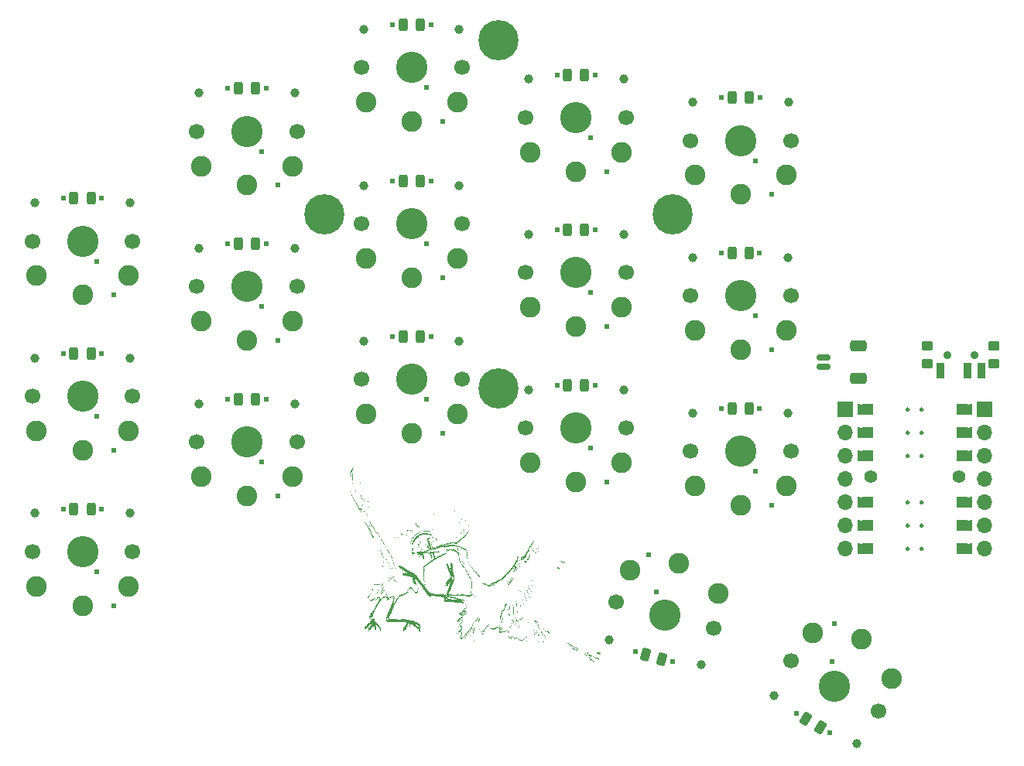
<source format=gbr>
%TF.GenerationSoftware,KiCad,Pcbnew,8.0.4*%
%TF.CreationDate,2024-08-21T07:41:27-07:00*%
%TF.ProjectId,swoon,73776f6f-6e2e-46b6-9963-61645f706362,rev?*%
%TF.SameCoordinates,Original*%
%TF.FileFunction,Soldermask,Bot*%
%TF.FilePolarity,Negative*%
%FSLAX46Y46*%
G04 Gerber Fmt 4.6, Leading zero omitted, Abs format (unit mm)*
G04 Created by KiCad (PCBNEW 8.0.4) date 2024-08-21 07:41:27*
%MOMM*%
%LPD*%
G01*
G04 APERTURE LIST*
G04 Aperture macros list*
%AMRoundRect*
0 Rectangle with rounded corners*
0 $1 Rounding radius*
0 $2 $3 $4 $5 $6 $7 $8 $9 X,Y pos of 4 corners*
0 Add a 4 corners polygon primitive as box body*
4,1,4,$2,$3,$4,$5,$6,$7,$8,$9,$2,$3,0*
0 Add four circle primitives for the rounded corners*
1,1,$1+$1,$2,$3*
1,1,$1+$1,$4,$5*
1,1,$1+$1,$6,$7*
1,1,$1+$1,$8,$9*
0 Add four rect primitives between the rounded corners*
20,1,$1+$1,$2,$3,$4,$5,0*
20,1,$1+$1,$4,$5,$6,$7,0*
20,1,$1+$1,$6,$7,$8,$9,0*
20,1,$1+$1,$8,$9,$2,$3,0*%
%AMFreePoly0*
4,1,6,0.600000,0.200000,0.000000,-0.400000,-0.600000,0.200000,-0.600000,0.400000,0.600000,0.400000,0.600000,0.200000,0.600000,0.200000,$1*%
%AMFreePoly1*
4,1,6,0.600000,-0.250000,-0.600000,-0.250000,-0.600000,1.000000,0.000000,0.400000,0.600000,1.000000,0.600000,-0.250000,0.600000,-0.250000,$1*%
G04 Aperture macros list end*
%ADD10C,0.250000*%
%ADD11C,0.100000*%
%ADD12C,0.000000*%
%ADD13C,1.700000*%
%ADD14C,1.000000*%
%ADD15C,3.429000*%
%ADD16C,2.262000*%
%ADD17C,0.620000*%
%ADD18C,1.600000*%
%ADD19FreePoly0,270.000000*%
%ADD20FreePoly0,90.000000*%
%ADD21FreePoly1,270.000000*%
%ADD22FreePoly1,90.000000*%
%ADD23C,1.200000*%
%ADD24R,1.700000X1.700000*%
%ADD25O,1.700000X1.700000*%
%ADD26C,0.900000*%
%ADD27C,4.400000*%
%ADD28C,1.400000*%
%ADD29RoundRect,0.243750X-0.243750X-0.456250X0.243750X-0.456250X0.243750X0.456250X-0.243750X0.456250X0*%
%ADD30RoundRect,0.243750X0.353531X0.377617X-0.117358X0.503791X-0.353531X-0.377617X0.117358X-0.503791X0*%
%ADD31RoundRect,0.150000X-0.625000X0.150000X-0.625000X-0.150000X0.625000X-0.150000X0.625000X0.150000X0*%
%ADD32RoundRect,0.250000X-0.650000X0.350000X-0.650000X-0.350000X0.650000X-0.350000X0.650000X0.350000X0*%
%ADD33RoundRect,0.102000X-0.350000X-0.750000X0.350000X-0.750000X0.350000X0.750000X-0.350000X0.750000X0*%
%ADD34RoundRect,0.102000X-0.500000X-0.400000X0.500000X-0.400000X0.500000X0.400000X-0.500000X0.400000X0*%
%ADD35RoundRect,0.243750X0.439219X0.273249X0.017031X0.516999X-0.439219X-0.273249X-0.017031X-0.516999X0*%
G04 APERTURE END LIST*
D10*
%TO.C,U1*%
X191092000Y-93989000D02*
G75*
G02*
X190842000Y-93989000I-125000J0D01*
G01*
X190842000Y-93989000D02*
G75*
G02*
X191092000Y-93989000I125000J0D01*
G01*
X191092000Y-96529000D02*
G75*
G02*
X190842000Y-96529000I-125000J0D01*
G01*
X190842000Y-96529000D02*
G75*
G02*
X191092000Y-96529000I125000J0D01*
G01*
X191092000Y-99069000D02*
G75*
G02*
X190842000Y-99069000I-125000J0D01*
G01*
X190842000Y-99069000D02*
G75*
G02*
X191092000Y-99069000I125000J0D01*
G01*
X191092000Y-104149000D02*
G75*
G02*
X190842000Y-104149000I-125000J0D01*
G01*
X190842000Y-104149000D02*
G75*
G02*
X191092000Y-104149000I125000J0D01*
G01*
X191092000Y-106689000D02*
G75*
G02*
X190842000Y-106689000I-125000J0D01*
G01*
X190842000Y-106689000D02*
G75*
G02*
X191092000Y-106689000I125000J0D01*
G01*
X191092000Y-109229000D02*
G75*
G02*
X190842000Y-109229000I-125000J0D01*
G01*
X190842000Y-109229000D02*
G75*
G02*
X191092000Y-109229000I125000J0D01*
G01*
X192616000Y-93989000D02*
G75*
G02*
X192366000Y-93989000I-125000J0D01*
G01*
X192366000Y-93989000D02*
G75*
G02*
X192616000Y-93989000I125000J0D01*
G01*
X192616000Y-96529000D02*
G75*
G02*
X192366000Y-96529000I-125000J0D01*
G01*
X192366000Y-96529000D02*
G75*
G02*
X192616000Y-96529000I125000J0D01*
G01*
X192616000Y-99069000D02*
G75*
G02*
X192366000Y-99069000I-125000J0D01*
G01*
X192366000Y-99069000D02*
G75*
G02*
X192616000Y-99069000I125000J0D01*
G01*
X192616000Y-104149000D02*
G75*
G02*
X192366000Y-104149000I-125000J0D01*
G01*
X192366000Y-104149000D02*
G75*
G02*
X192616000Y-104149000I125000J0D01*
G01*
X192616000Y-106689000D02*
G75*
G02*
X192366000Y-106689000I-125000J0D01*
G01*
X192366000Y-106689000D02*
G75*
G02*
X192616000Y-106689000I125000J0D01*
G01*
X192616000Y-109229000D02*
G75*
G02*
X192366000Y-109229000I-125000J0D01*
G01*
X192366000Y-109229000D02*
G75*
G02*
X192616000Y-109229000I125000J0D01*
G01*
D11*
X186649000Y-94497000D02*
X185633000Y-94497000D01*
X185633000Y-93481000D01*
X186649000Y-93481000D01*
X186649000Y-94497000D01*
G36*
X186649000Y-94497000D02*
G01*
X185633000Y-94497000D01*
X185633000Y-93481000D01*
X186649000Y-93481000D01*
X186649000Y-94497000D01*
G37*
X186649000Y-97037000D02*
X185633000Y-97037000D01*
X185633000Y-96021000D01*
X186649000Y-96021000D01*
X186649000Y-97037000D01*
G36*
X186649000Y-97037000D02*
G01*
X185633000Y-97037000D01*
X185633000Y-96021000D01*
X186649000Y-96021000D01*
X186649000Y-97037000D01*
G37*
X186649000Y-99577000D02*
X185633000Y-99577000D01*
X185633000Y-98561000D01*
X186649000Y-98561000D01*
X186649000Y-99577000D01*
G36*
X186649000Y-99577000D02*
G01*
X185633000Y-99577000D01*
X185633000Y-98561000D01*
X186649000Y-98561000D01*
X186649000Y-99577000D01*
G37*
X186649000Y-104657000D02*
X185633000Y-104657000D01*
X185633000Y-103641000D01*
X186649000Y-103641000D01*
X186649000Y-104657000D01*
G36*
X186649000Y-104657000D02*
G01*
X185633000Y-104657000D01*
X185633000Y-103641000D01*
X186649000Y-103641000D01*
X186649000Y-104657000D01*
G37*
X186649000Y-107197000D02*
X185633000Y-107197000D01*
X185633000Y-106181000D01*
X186649000Y-106181000D01*
X186649000Y-107197000D01*
G36*
X186649000Y-107197000D02*
G01*
X185633000Y-107197000D01*
X185633000Y-106181000D01*
X186649000Y-106181000D01*
X186649000Y-107197000D01*
G37*
X186649000Y-109737000D02*
X185633000Y-109737000D01*
X185633000Y-108721000D01*
X186649000Y-108721000D01*
X186649000Y-109737000D01*
G36*
X186649000Y-109737000D02*
G01*
X185633000Y-109737000D01*
X185633000Y-108721000D01*
X186649000Y-108721000D01*
X186649000Y-109737000D01*
G37*
X197825000Y-94497000D02*
X196809000Y-94497000D01*
X196809000Y-93481000D01*
X197825000Y-93481000D01*
X197825000Y-94497000D01*
G36*
X197825000Y-94497000D02*
G01*
X196809000Y-94497000D01*
X196809000Y-93481000D01*
X197825000Y-93481000D01*
X197825000Y-94497000D01*
G37*
X197825000Y-97037000D02*
X196809000Y-97037000D01*
X196809000Y-96021000D01*
X197825000Y-96021000D01*
X197825000Y-97037000D01*
G36*
X197825000Y-97037000D02*
G01*
X196809000Y-97037000D01*
X196809000Y-96021000D01*
X197825000Y-96021000D01*
X197825000Y-97037000D01*
G37*
X197825000Y-99577000D02*
X196809000Y-99577000D01*
X196809000Y-98561000D01*
X197825000Y-98561000D01*
X197825000Y-99577000D01*
G36*
X197825000Y-99577000D02*
G01*
X196809000Y-99577000D01*
X196809000Y-98561000D01*
X197825000Y-98561000D01*
X197825000Y-99577000D01*
G37*
X197825000Y-104657000D02*
X196809000Y-104657000D01*
X196809000Y-103641000D01*
X197825000Y-103641000D01*
X197825000Y-104657000D01*
G36*
X197825000Y-104657000D02*
G01*
X196809000Y-104657000D01*
X196809000Y-103641000D01*
X197825000Y-103641000D01*
X197825000Y-104657000D01*
G37*
X197825000Y-107197000D02*
X196809000Y-107197000D01*
X196809000Y-106181000D01*
X197825000Y-106181000D01*
X197825000Y-107197000D01*
G36*
X197825000Y-107197000D02*
G01*
X196809000Y-107197000D01*
X196809000Y-106181000D01*
X197825000Y-106181000D01*
X197825000Y-107197000D01*
G37*
X197825000Y-109737000D02*
X196809000Y-109737000D01*
X196809000Y-108721000D01*
X197825000Y-108721000D01*
X197825000Y-109737000D01*
G36*
X197825000Y-109737000D02*
G01*
X196809000Y-109737000D01*
X196809000Y-108721000D01*
X197825000Y-108721000D01*
X197825000Y-109737000D01*
G37*
D12*
%TO.C,G\u002A\u002A\u002A*%
G36*
X129565850Y-100452840D02*
G01*
X129572269Y-100479287D01*
X129568809Y-100488860D01*
X129559052Y-100472553D01*
X129554776Y-100455426D01*
X129560682Y-100448065D01*
X129565850Y-100452840D01*
G37*
G36*
X129778462Y-101714104D02*
G01*
X129772893Y-101725041D01*
X129761953Y-101719465D01*
X129767527Y-101708530D01*
X129778462Y-101714104D01*
G37*
G36*
X129919674Y-101193588D02*
G01*
X129914100Y-101204530D01*
X129903163Y-101198954D01*
X129908737Y-101188014D01*
X129919674Y-101193588D01*
G37*
G36*
X130058280Y-102462918D02*
G01*
X130052706Y-102473856D01*
X130041770Y-102468282D01*
X130047341Y-102457345D01*
X130058280Y-102462918D01*
G37*
G36*
X130127242Y-102057155D02*
G01*
X130121668Y-102068093D01*
X130110733Y-102062521D01*
X130116305Y-102051579D01*
X130127242Y-102057155D01*
G37*
G36*
X130181259Y-102897590D02*
G01*
X130175683Y-102908530D01*
X130164745Y-102902956D01*
X130170319Y-102892018D01*
X130181259Y-102897590D01*
G37*
G36*
X130227457Y-103320700D02*
G01*
X130221884Y-103331637D01*
X130210943Y-103326064D01*
X130216521Y-103315129D01*
X130227457Y-103320700D01*
G37*
G36*
X130262148Y-103090369D02*
G01*
X130256575Y-103101305D01*
X130245638Y-103095734D01*
X130251213Y-103084797D01*
X130262148Y-103090369D01*
G37*
G36*
X130399700Y-113177230D02*
G01*
X130394127Y-113188165D01*
X130383189Y-113182591D01*
X130388763Y-113171656D01*
X130399700Y-113177230D01*
G37*
G36*
X130407837Y-103426385D02*
G01*
X130402263Y-103437324D01*
X130391327Y-103431752D01*
X130396900Y-103420815D01*
X130407837Y-103426385D01*
G37*
G36*
X130419038Y-102674293D02*
G01*
X130413466Y-102685231D01*
X130402524Y-102679659D01*
X130408101Y-102668718D01*
X130419038Y-102674293D01*
G37*
G36*
X130438507Y-113128110D02*
G01*
X130432933Y-113139047D01*
X130421992Y-113133476D01*
X130427569Y-113122536D01*
X130438507Y-113128110D01*
G37*
G36*
X130993618Y-102925723D02*
G01*
X130988044Y-102936660D01*
X130977110Y-102931084D01*
X130982682Y-102920145D01*
X130993618Y-102925723D01*
G37*
G36*
X131305573Y-104503827D02*
G01*
X131300000Y-104514763D01*
X131289060Y-104509191D01*
X131294632Y-104498251D01*
X131305573Y-104503827D01*
G37*
G36*
X131355000Y-105948169D02*
G01*
X131349426Y-105959106D01*
X131338489Y-105953533D01*
X131344065Y-105942595D01*
X131355000Y-105948169D01*
G37*
G36*
X131452512Y-104675143D02*
G01*
X131446935Y-104686079D01*
X131436001Y-104680507D01*
X131441573Y-104669571D01*
X131452512Y-104675143D01*
G37*
G36*
X131532569Y-104977721D02*
G01*
X131526996Y-104988660D01*
X131516059Y-104983086D01*
X131521628Y-104972147D01*
X131532569Y-104977721D01*
G37*
G36*
X131566895Y-104072070D02*
G01*
X131561323Y-104083006D01*
X131550386Y-104077436D01*
X131555957Y-104066498D01*
X131566895Y-104072070D01*
G37*
G36*
X131602315Y-105192376D02*
G01*
X131596743Y-105203312D01*
X131585804Y-105197741D01*
X131591375Y-105186801D01*
X131602315Y-105192376D01*
G37*
G36*
X131877377Y-114522609D02*
G01*
X131871805Y-114533547D01*
X131860867Y-114527974D01*
X131866438Y-114517034D01*
X131877377Y-114522609D01*
G37*
G36*
X131923492Y-104832447D02*
G01*
X131917913Y-104843388D01*
X131906976Y-104837813D01*
X131912551Y-104826872D01*
X131923492Y-104832447D01*
G37*
G36*
X132007352Y-103910703D02*
G01*
X132001777Y-103921642D01*
X131990839Y-103916066D01*
X131996414Y-103905130D01*
X132007352Y-103910703D01*
G37*
G36*
X132308520Y-106186001D02*
G01*
X132302945Y-106196940D01*
X132292007Y-106191369D01*
X132297580Y-106180430D01*
X132308520Y-106186001D01*
G37*
G36*
X132397733Y-116854475D02*
G01*
X132392160Y-116865416D01*
X132381219Y-116859842D01*
X132386793Y-116848900D01*
X132397733Y-116854475D01*
G37*
G36*
X132637494Y-117817114D02*
G01*
X132631918Y-117828050D01*
X132620979Y-117822477D01*
X132626553Y-117811538D01*
X132637494Y-117817114D01*
G37*
G36*
X132765743Y-108155027D02*
G01*
X132760172Y-108165966D01*
X132749233Y-108160393D01*
X132754807Y-108149454D01*
X132765743Y-108155027D01*
G37*
G36*
X132937624Y-117336238D02*
G01*
X132932048Y-117347175D01*
X132921109Y-117341603D01*
X132926686Y-117330665D01*
X132937624Y-117336238D01*
G37*
G36*
X132968355Y-114734035D02*
G01*
X132962783Y-114744970D01*
X132951844Y-114739400D01*
X132957421Y-114728460D01*
X132968355Y-114734035D01*
G37*
G36*
X133105401Y-114762527D02*
G01*
X133099828Y-114773465D01*
X133088887Y-114767892D01*
X133094459Y-114756955D01*
X133105401Y-114762527D01*
G37*
G36*
X133139264Y-108855140D02*
G01*
X133133693Y-108866080D01*
X133122755Y-108860507D01*
X133128327Y-108849567D01*
X133139264Y-108855140D01*
G37*
G36*
X133198895Y-117634702D02*
G01*
X133193324Y-117645641D01*
X133182383Y-117640065D01*
X133187954Y-117629128D01*
X133198895Y-117634702D01*
G37*
G36*
X133205774Y-113835417D02*
G01*
X133200202Y-113846355D01*
X133189264Y-113840780D01*
X133194837Y-113829841D01*
X133205774Y-113835417D01*
G37*
G36*
X133239535Y-109388468D02*
G01*
X133233960Y-109399408D01*
X133223022Y-109393832D01*
X133228594Y-109382895D01*
X133239535Y-109388468D01*
G37*
G36*
X133244162Y-113841198D02*
G01*
X133238591Y-113852135D01*
X133227650Y-113846562D01*
X133233224Y-113835625D01*
X133244162Y-113841198D01*
G37*
G36*
X133244679Y-118112711D02*
G01*
X133239106Y-118123650D01*
X133228167Y-118118076D01*
X133233739Y-118107139D01*
X133244679Y-118112711D01*
G37*
G36*
X133281248Y-114741900D02*
G01*
X133275678Y-114752836D01*
X133264736Y-114747265D01*
X133270311Y-114736326D01*
X133281248Y-114741900D01*
G37*
G36*
X133342872Y-113133688D02*
G01*
X133337298Y-113144626D01*
X133326361Y-113139052D01*
X133331934Y-113128113D01*
X133342872Y-113133688D01*
G37*
G36*
X133362348Y-117800652D02*
G01*
X133356773Y-117811594D01*
X133345833Y-117806018D01*
X133351407Y-117795076D01*
X133362348Y-117800652D01*
G37*
G36*
X133477779Y-114166901D02*
G01*
X133472204Y-114177840D01*
X133461267Y-114172264D01*
X133466839Y-114161328D01*
X133477779Y-114166901D01*
G37*
G36*
X133586334Y-108545582D02*
G01*
X133580763Y-108556519D01*
X133569826Y-108550949D01*
X133575397Y-108540010D01*
X133586334Y-108545582D01*
G37*
G36*
X133714102Y-111242327D02*
G01*
X133708531Y-111253264D01*
X133697593Y-111247691D01*
X133703163Y-111236754D01*
X133714102Y-111242327D01*
G37*
G36*
X133816661Y-114367128D02*
G01*
X133811089Y-114378069D01*
X133800148Y-114372492D01*
X133805720Y-114361554D01*
X133816661Y-114367128D01*
G37*
G36*
X133852449Y-110375901D02*
G01*
X133846878Y-110386836D01*
X133835938Y-110381263D01*
X133841512Y-110370326D01*
X133852449Y-110375901D01*
G37*
G36*
X133859686Y-113038783D02*
G01*
X133854114Y-113049723D01*
X133843174Y-113044149D01*
X133848750Y-113033209D01*
X133859686Y-113038783D01*
G37*
G36*
X134083138Y-116872761D02*
G01*
X134077564Y-116883699D01*
X134066627Y-116878124D01*
X134072200Y-116867192D01*
X134083138Y-116872761D01*
G37*
G36*
X134130490Y-112804753D02*
G01*
X134124919Y-112815694D01*
X134113978Y-112810116D01*
X134119552Y-112799178D01*
X134130490Y-112804753D01*
G37*
G36*
X134280764Y-112536866D02*
G01*
X134275189Y-112547808D01*
X134264253Y-112542230D01*
X134269827Y-112531294D01*
X134280764Y-112536866D01*
G37*
G36*
X134283374Y-110747023D02*
G01*
X134277800Y-110757965D01*
X134266857Y-110752390D01*
X134272435Y-110741448D01*
X134283374Y-110747023D01*
G37*
G36*
X134396873Y-110983975D02*
G01*
X134391298Y-110994909D01*
X134380358Y-110989335D01*
X134385931Y-110978401D01*
X134396873Y-110983975D01*
G37*
G36*
X134820708Y-112288406D02*
G01*
X134815135Y-112299346D01*
X134804198Y-112293773D01*
X134809769Y-112282836D01*
X134820708Y-112288406D01*
G37*
G36*
X135045311Y-111631269D02*
G01*
X135039735Y-111642206D01*
X135028800Y-111636633D01*
X135034375Y-111625696D01*
X135045311Y-111631269D01*
G37*
G36*
X135224912Y-111116536D02*
G01*
X135219340Y-111127474D01*
X135208399Y-111121905D01*
X135213974Y-111110965D01*
X135224912Y-111116536D01*
G37*
G36*
X135346277Y-111040593D02*
G01*
X135340703Y-111051532D01*
X135329765Y-111045959D01*
X135335337Y-111035020D01*
X135346277Y-111040593D01*
G37*
G36*
X135545880Y-107890634D02*
G01*
X135540309Y-107901574D01*
X135529369Y-107895998D01*
X135534940Y-107885065D01*
X135545880Y-107890634D01*
G37*
G36*
X136300161Y-111953745D02*
G01*
X136294587Y-111964685D01*
X136283646Y-111959110D01*
X136289223Y-111948173D01*
X136300161Y-111953745D01*
G37*
G36*
X136345742Y-109565781D02*
G01*
X136340167Y-109576718D01*
X136329228Y-109571142D01*
X136334799Y-109560205D01*
X136345742Y-109565781D01*
G37*
G36*
X136542011Y-106855026D02*
G01*
X136536434Y-106865963D01*
X136525498Y-106860389D01*
X136531073Y-106849451D01*
X136542011Y-106855026D01*
G37*
G36*
X136620913Y-117435574D02*
G01*
X136615337Y-117446513D01*
X136604397Y-117440940D01*
X136609968Y-117430001D01*
X136620913Y-117435574D01*
G37*
G36*
X136874898Y-110014516D02*
G01*
X136869327Y-110025456D01*
X136858388Y-110019882D01*
X136863959Y-110008943D01*
X136874898Y-110014516D01*
G37*
G36*
X137054445Y-110230004D02*
G01*
X137048873Y-110240942D01*
X137037932Y-110235369D01*
X137043507Y-110224434D01*
X137054445Y-110230004D01*
G37*
G36*
X137070807Y-106628448D02*
G01*
X137065233Y-106639381D01*
X137054296Y-106633809D01*
X137059867Y-106622869D01*
X137070807Y-106628448D01*
G37*
G36*
X137168985Y-113223125D02*
G01*
X137163409Y-113234067D01*
X137152471Y-113228492D01*
X137158047Y-113217552D01*
X137168985Y-113223125D01*
G37*
G36*
X137169457Y-106651154D02*
G01*
X137163886Y-106662093D01*
X137152949Y-106656518D01*
X137158524Y-106645582D01*
X137169457Y-106651154D01*
G37*
G36*
X137345567Y-108766281D02*
G01*
X137339992Y-108777222D01*
X137329054Y-108771650D01*
X137334629Y-108760710D01*
X137345567Y-108766281D01*
G37*
G36*
X137512812Y-113494763D02*
G01*
X137507243Y-113505704D01*
X137496304Y-113500131D01*
X137501876Y-113489190D01*
X137512812Y-113494763D01*
G37*
G36*
X137742055Y-111503500D02*
G01*
X137736483Y-111514440D01*
X137725544Y-111508866D01*
X137731117Y-111497927D01*
X137742055Y-111503500D01*
G37*
G36*
X137831335Y-109868047D02*
G01*
X137825762Y-109878988D01*
X137814824Y-109873411D01*
X137820397Y-109862477D01*
X137831335Y-109868047D01*
G37*
G36*
X138051619Y-106163719D02*
G01*
X138046047Y-106174658D01*
X138035111Y-106169082D01*
X138040682Y-106158144D01*
X138051619Y-106163719D01*
G37*
G36*
X138083386Y-112104540D02*
G01*
X138077815Y-112115481D01*
X138066871Y-112109907D01*
X138072448Y-112098970D01*
X138083386Y-112104540D01*
G37*
G36*
X138125526Y-111616219D02*
G01*
X138119953Y-111627161D01*
X138109011Y-111621584D01*
X138114587Y-111610648D01*
X138125526Y-111616219D01*
G37*
G36*
X138224757Y-109393370D02*
G01*
X138219181Y-109404310D01*
X138208246Y-109398736D01*
X138213820Y-109387799D01*
X138224757Y-109393370D01*
G37*
G36*
X138440288Y-114270459D02*
G01*
X138434717Y-114281397D01*
X138423779Y-114275822D01*
X138429353Y-114264886D01*
X138440288Y-114270459D01*
G37*
G36*
X138538639Y-107100778D02*
G01*
X138533066Y-107111716D01*
X138522129Y-107106143D01*
X138527701Y-107095205D01*
X138538639Y-107100778D01*
G37*
G36*
X138672714Y-108243794D02*
G01*
X138667139Y-108254730D01*
X138656202Y-108249159D01*
X138661777Y-108238220D01*
X138672714Y-108243794D01*
G37*
G36*
X138676722Y-109885446D02*
G01*
X138671149Y-109896383D01*
X138660211Y-109890813D01*
X138665785Y-109879868D01*
X138676722Y-109885446D01*
G37*
G36*
X138685997Y-107217195D02*
G01*
X138680423Y-107228131D01*
X138669485Y-107222562D01*
X138675058Y-107211621D01*
X138685997Y-107217195D01*
G37*
G36*
X138824184Y-108541425D02*
G01*
X138818610Y-108552360D01*
X138807671Y-108546787D01*
X138813245Y-108535849D01*
X138824184Y-108541425D01*
G37*
G36*
X138862988Y-108492301D02*
G01*
X138857419Y-108503243D01*
X138846479Y-108497669D01*
X138852050Y-108486734D01*
X138862988Y-108492301D01*
G37*
G36*
X138898568Y-107421950D02*
G01*
X138892993Y-107432894D01*
X138882055Y-107427318D01*
X138887628Y-107416378D01*
X138898568Y-107421950D01*
G37*
G36*
X139082749Y-106303313D02*
G01*
X139077177Y-106314253D01*
X139066241Y-106308679D01*
X139071814Y-106297736D01*
X139082749Y-106303313D01*
G37*
G36*
X139157341Y-108049819D02*
G01*
X139151765Y-108060756D01*
X139140825Y-108055182D01*
X139146401Y-108044244D01*
X139157341Y-108049819D01*
G37*
G36*
X139261463Y-106628602D02*
G01*
X139255890Y-106639542D01*
X139244951Y-106633968D01*
X139250525Y-106623029D01*
X139261463Y-106628602D01*
G37*
G36*
X139309952Y-109643186D02*
G01*
X139304378Y-109654123D01*
X139293442Y-109648551D01*
X139299015Y-109637612D01*
X139309952Y-109643186D01*
G37*
G36*
X139348341Y-109648967D02*
G01*
X139342765Y-109659908D01*
X139331833Y-109654333D01*
X139337403Y-109643396D01*
X139348341Y-109648967D01*
G37*
G36*
X139534140Y-109040946D02*
G01*
X139528567Y-109051884D01*
X139517631Y-109046312D01*
X139523198Y-109035373D01*
X139534140Y-109040946D01*
G37*
G36*
X139760307Y-109624644D02*
G01*
X139754732Y-109635581D01*
X139743797Y-109630007D01*
X139749363Y-109619068D01*
X139760307Y-109624644D01*
G37*
G36*
X140067050Y-108995578D02*
G01*
X140061478Y-109006517D01*
X140050539Y-109000944D01*
X140056111Y-108990003D01*
X140067050Y-108995578D01*
G37*
G36*
X140186794Y-114195871D02*
G01*
X140181220Y-114206810D01*
X140170284Y-114201233D01*
X140175854Y-114190298D01*
X140186794Y-114195871D01*
G37*
G36*
X140338952Y-105000651D02*
G01*
X140333380Y-105011587D01*
X140322441Y-105006016D01*
X140328016Y-104995078D01*
X140338952Y-105000651D01*
G37*
G36*
X140747166Y-105470434D02*
G01*
X140741593Y-105481369D01*
X140730655Y-105475795D01*
X140736227Y-105464859D01*
X140747166Y-105470434D01*
G37*
G36*
X140747583Y-105415530D02*
G01*
X140742010Y-105426469D01*
X140731069Y-105420896D01*
X140736643Y-105409959D01*
X140747583Y-105415530D01*
G37*
G36*
X140778106Y-105734205D02*
G01*
X140772532Y-105745144D01*
X140761595Y-105739570D01*
X140767168Y-105728631D01*
X140778106Y-105734205D01*
G37*
G36*
X140808575Y-106783098D02*
G01*
X140803003Y-106794035D01*
X140792065Y-106788462D01*
X140797637Y-106777521D01*
X140808575Y-106783098D01*
G37*
G36*
X140854254Y-108721545D02*
G01*
X140848680Y-108732482D01*
X140837740Y-108726913D01*
X140843314Y-108715971D01*
X140854254Y-108721545D01*
G37*
G36*
X140856337Y-108447044D02*
G01*
X140850766Y-108457980D01*
X140839827Y-108452408D01*
X140845398Y-108441470D01*
X140856337Y-108447044D01*
G37*
G36*
X140908474Y-112427959D02*
G01*
X140902899Y-112438900D01*
X140891961Y-112433325D01*
X140897533Y-112422387D01*
X140908474Y-112427959D01*
G37*
G36*
X141024118Y-105873330D02*
G01*
X141018543Y-105884271D01*
X141007607Y-105878698D01*
X141013178Y-105867757D01*
X141024118Y-105873330D01*
G37*
G36*
X141060210Y-109074496D02*
G01*
X141054638Y-109085432D01*
X141043696Y-109079857D01*
X141049271Y-109068918D01*
X141060210Y-109074496D01*
G37*
G36*
X141176360Y-112578232D02*
G01*
X141170788Y-112589172D01*
X141159847Y-112583597D01*
X141165422Y-112572660D01*
X141176360Y-112578232D01*
G37*
G36*
X141180794Y-108378129D02*
G01*
X141175221Y-108389068D01*
X141164284Y-108383494D01*
X141169855Y-108372557D01*
X141180794Y-108378129D01*
G37*
G36*
X141291585Y-106078507D02*
G01*
X141286015Y-106089442D01*
X141275074Y-106083871D01*
X141280648Y-106072931D01*
X141291585Y-106078507D01*
G37*
G36*
X141292003Y-106023602D02*
G01*
X141286430Y-106034542D01*
X141275494Y-106028973D01*
X141281068Y-106018035D01*
X141292003Y-106023602D01*
G37*
G36*
X141292421Y-105968704D02*
G01*
X141286850Y-105979645D01*
X141275911Y-105974070D01*
X141281485Y-105963130D01*
X141292421Y-105968704D01*
G37*
G36*
X141470246Y-107134014D02*
G01*
X141464676Y-107144953D01*
X141453736Y-107139379D01*
X141459311Y-107128444D01*
X141470246Y-107134014D01*
G37*
G36*
X141578902Y-105839111D02*
G01*
X141573331Y-105850048D01*
X141562393Y-105844475D01*
X141567967Y-105833536D01*
X141578902Y-105839111D01*
G37*
G36*
X141685620Y-114201761D02*
G01*
X141680046Y-114212697D01*
X141669110Y-114207125D01*
X141674686Y-114196185D01*
X141685620Y-114201761D01*
G37*
G36*
X142001702Y-104387370D02*
G01*
X141996129Y-104398310D01*
X141985188Y-104392736D01*
X141990762Y-104381796D01*
X142001702Y-104387370D01*
G37*
G36*
X142002116Y-104332471D02*
G01*
X141996547Y-104343409D01*
X141985608Y-104337837D01*
X141991182Y-104326894D01*
X142002116Y-104332471D01*
G37*
G36*
X142002532Y-110064423D02*
G01*
X141996955Y-110075362D01*
X141986016Y-110069787D01*
X141991591Y-110058853D01*
X142002532Y-110064423D01*
G37*
G36*
X142068892Y-105661645D02*
G01*
X142063322Y-105672586D01*
X142052383Y-105667014D01*
X142057957Y-105656074D01*
X142068892Y-105661645D01*
G37*
G36*
X142069828Y-109878260D02*
G01*
X142064253Y-109889200D01*
X142053317Y-109883625D01*
X142058889Y-109872690D01*
X142069828Y-109878260D01*
G37*
G36*
X142076292Y-106133876D02*
G01*
X142070717Y-106144817D01*
X142059778Y-106139244D01*
X142065350Y-106128302D01*
X142076292Y-106133876D01*
G37*
G36*
X142076387Y-110460292D02*
G01*
X142070818Y-110471232D01*
X142059876Y-110465656D01*
X142065449Y-110454717D01*
X142076387Y-110460292D01*
G37*
G36*
X142090454Y-110054110D02*
G01*
X142084880Y-110065050D01*
X142073942Y-110059475D01*
X142079513Y-110048536D01*
X142090454Y-110054110D01*
G37*
G36*
X142112749Y-110010356D02*
G01*
X142107176Y-110021293D01*
X142096236Y-110015719D01*
X142101808Y-110004783D01*
X142112749Y-110010356D01*
G37*
G36*
X142135974Y-114183217D02*
G01*
X142130400Y-114194156D01*
X142119459Y-114188581D01*
X142125033Y-114177642D01*
X142135974Y-114183217D01*
G37*
G36*
X142138934Y-118855546D02*
G01*
X142133366Y-118866487D01*
X142122424Y-118860911D01*
X142127996Y-118849975D01*
X142138934Y-118855546D01*
G37*
G36*
X142139987Y-110038014D02*
G01*
X142134413Y-110048953D01*
X142123477Y-110043381D01*
X142129052Y-110032441D01*
X142139987Y-110038014D01*
G37*
G36*
X142158951Y-110433466D02*
G01*
X142153377Y-110444404D01*
X142142436Y-110438832D01*
X142148010Y-110427893D01*
X142158951Y-110433466D01*
G37*
G36*
X142168848Y-110576291D02*
G01*
X142163272Y-110587231D01*
X142152332Y-110581655D01*
X142157910Y-110570717D01*
X142168848Y-110576291D01*
G37*
G36*
X142182027Y-105223277D02*
G01*
X142176458Y-105234213D01*
X142165520Y-105228643D01*
X142171095Y-105217705D01*
X142182027Y-105223277D01*
G37*
G36*
X142212748Y-114194779D02*
G01*
X142207177Y-114205717D01*
X142196236Y-114200144D01*
X142201810Y-114189208D01*
X142212748Y-114194779D01*
G37*
G36*
X142267081Y-110653902D02*
G01*
X142261509Y-110664840D01*
X142250569Y-110659270D01*
X142256144Y-110648330D01*
X142267081Y-110653902D01*
G37*
G36*
X142278547Y-106250709D02*
G01*
X142272974Y-106261647D01*
X142262038Y-106256077D01*
X142267610Y-106245136D01*
X142278547Y-106250709D01*
G37*
G36*
X142355781Y-117050861D02*
G01*
X142350205Y-117061801D01*
X142339268Y-117056224D01*
X142344840Y-117045289D01*
X142355781Y-117050861D01*
G37*
G36*
X142368601Y-111022528D02*
G01*
X142363030Y-111033468D01*
X142352090Y-111027892D01*
X142357663Y-111016954D01*
X142368601Y-111022528D01*
G37*
G36*
X142398806Y-115722515D02*
G01*
X142393234Y-115733458D01*
X142382292Y-115727883D01*
X142387867Y-115716943D01*
X142398806Y-115722515D01*
G37*
G36*
X142418139Y-111006430D02*
G01*
X142412562Y-111017374D01*
X142401627Y-111011797D01*
X142407197Y-111000861D01*
X142418139Y-111006430D01*
G37*
G36*
X142449741Y-119137917D02*
G01*
X142444174Y-119148854D01*
X142433232Y-119143280D01*
X142438803Y-119132341D01*
X142449741Y-119137917D01*
G37*
G36*
X142476568Y-119220476D02*
G01*
X142470992Y-119231412D01*
X142460058Y-119225841D01*
X142465630Y-119214901D01*
X142476568Y-119220476D01*
G37*
G36*
X142482351Y-119182084D02*
G01*
X142476779Y-119193028D01*
X142465838Y-119187451D01*
X142471414Y-119176514D01*
X142482351Y-119182084D01*
G37*
G36*
X142489649Y-115327901D02*
G01*
X142484073Y-115338835D01*
X142473136Y-115333266D01*
X142478711Y-115322329D01*
X142489649Y-115327901D01*
G37*
G36*
X142627062Y-110244857D02*
G01*
X142621489Y-110255794D01*
X142610549Y-110250219D01*
X142616123Y-110239285D01*
X142627062Y-110244857D01*
G37*
G36*
X142627895Y-110135056D02*
G01*
X142622324Y-110145995D01*
X142611384Y-110140421D01*
X142616958Y-110129482D01*
X142627895Y-110135056D01*
G37*
G36*
X142670818Y-110267150D02*
G01*
X142665243Y-110278088D01*
X142654303Y-110272514D01*
X142659877Y-110261577D01*
X142670818Y-110267150D01*
G37*
G36*
X142702017Y-106879827D02*
G01*
X142696448Y-106890765D01*
X142685510Y-106885191D01*
X142691081Y-106874251D01*
X142702017Y-106879827D01*
G37*
G36*
X142889215Y-115490153D02*
G01*
X142883639Y-115501094D01*
X142872703Y-115495519D01*
X142878277Y-115484579D01*
X142889215Y-115490153D01*
G37*
G36*
X142921818Y-115534324D02*
G01*
X142916246Y-115545263D01*
X142905307Y-115539687D01*
X142910881Y-115528750D01*
X142921818Y-115534324D01*
G37*
G36*
X143090424Y-118637664D02*
G01*
X143084854Y-118648606D01*
X143073915Y-118643029D01*
X143079484Y-118632091D01*
X143090424Y-118637664D01*
G37*
G36*
X143208203Y-111078316D02*
G01*
X143202635Y-111089254D01*
X143191694Y-111083681D01*
X143197267Y-111072742D01*
X143208203Y-111078316D01*
G37*
G36*
X143301799Y-118276905D02*
G01*
X143296225Y-118287841D01*
X143285285Y-118282268D01*
X143290859Y-118271331D01*
X143301799Y-118276905D01*
G37*
G36*
X143318726Y-118216639D02*
G01*
X143313155Y-118227577D01*
X143302212Y-118222004D01*
X143307786Y-118211068D01*
X143318726Y-118216639D01*
G37*
G36*
X143373839Y-115296179D02*
G01*
X143368267Y-115307118D01*
X143357326Y-115301544D01*
X143362899Y-115290605D01*
X143373839Y-115296179D01*
G37*
G36*
X143424774Y-118711577D02*
G01*
X143419205Y-118722516D01*
X143408266Y-118716943D01*
X143413838Y-118706004D01*
X143424774Y-118711577D01*
G37*
G36*
X143441704Y-118651314D02*
G01*
X143436131Y-118662250D01*
X143425191Y-118656677D01*
X143430768Y-118645739D01*
X143441704Y-118651314D01*
G37*
G36*
X143464733Y-114171342D02*
G01*
X143459159Y-114182279D01*
X143448222Y-114176707D01*
X143453792Y-114165771D01*
X143464733Y-114171342D01*
G37*
G36*
X143538800Y-117433186D02*
G01*
X143533222Y-117444126D01*
X143522285Y-117438552D01*
X143527861Y-117427613D01*
X143538800Y-117433186D01*
G37*
G36*
X143646880Y-118383842D02*
G01*
X143641307Y-118394780D01*
X143630369Y-118389206D01*
X143635940Y-118378270D01*
X143646880Y-118383842D01*
G37*
G36*
X143658444Y-118307064D02*
G01*
X143652866Y-118318002D01*
X143641929Y-118312428D01*
X143647504Y-118301490D01*
X143658444Y-118307064D01*
G37*
G36*
X143658860Y-118252163D02*
G01*
X143653287Y-118263102D01*
X143642350Y-118257530D01*
X143647924Y-118246591D01*
X143658860Y-118252163D01*
G37*
G36*
X143664072Y-114672480D02*
G01*
X143658499Y-114683418D01*
X143647559Y-114677848D01*
X143653135Y-114666907D01*
X143664072Y-114672480D01*
G37*
G36*
X144408463Y-112805913D02*
G01*
X144402889Y-112816851D01*
X144391950Y-112811279D01*
X144397523Y-112800339D01*
X144408463Y-112805913D01*
G37*
G36*
X144580186Y-118390929D02*
G01*
X144574617Y-118401864D01*
X144563676Y-118396291D01*
X144569249Y-118385356D01*
X144580186Y-118390929D01*
G37*
G36*
X145575386Y-113138702D02*
G01*
X145569813Y-113149640D01*
X145558874Y-113144066D01*
X145564447Y-113133131D01*
X145575386Y-113138702D01*
G37*
G36*
X146026987Y-112955460D02*
G01*
X146021416Y-112966396D01*
X146010476Y-112960825D01*
X146016049Y-112949887D01*
X146026987Y-112955460D01*
G37*
G36*
X146260334Y-116932262D02*
G01*
X146254761Y-116943199D01*
X146243821Y-116937626D01*
X146249397Y-116926690D01*
X146260334Y-116932262D01*
G37*
G36*
X146475822Y-116752719D02*
G01*
X146470251Y-116763652D01*
X146459314Y-116758081D01*
X146464884Y-116747142D01*
X146475822Y-116752719D01*
G37*
G36*
X146719386Y-116491023D02*
G01*
X146713809Y-116501966D01*
X146702872Y-116496392D01*
X146708447Y-116485452D01*
X146719386Y-116491023D01*
G37*
G36*
X146909980Y-112358219D02*
G01*
X146904408Y-112369159D01*
X146893472Y-112363587D01*
X146899039Y-112352647D01*
X146909980Y-112358219D01*
G37*
G36*
X147108691Y-115835136D02*
G01*
X147103119Y-115846076D01*
X147092180Y-115840504D01*
X147097753Y-115829566D01*
X147108691Y-115835136D01*
G37*
G36*
X147133901Y-115407079D02*
G01*
X147128331Y-115418015D01*
X147117390Y-115412442D01*
X147122963Y-115401506D01*
X147133901Y-115407079D01*
G37*
G36*
X147201820Y-118031994D02*
G01*
X147196250Y-118042930D01*
X147185312Y-118037357D01*
X147190883Y-118026419D01*
X147201820Y-118031994D01*
G37*
G36*
X147322308Y-113009218D02*
G01*
X147316733Y-113020151D01*
X147305795Y-113014581D01*
X147311370Y-113003642D01*
X147322308Y-113009218D01*
G37*
G36*
X147376891Y-117390948D02*
G01*
X147371317Y-117401889D01*
X147360378Y-117396313D01*
X147365953Y-117385372D01*
X147376891Y-117390948D01*
G37*
G36*
X147381421Y-117517261D02*
G01*
X147375849Y-117528200D01*
X147364910Y-117522628D01*
X147370483Y-117511686D01*
X147381421Y-117517261D01*
G37*
G36*
X147397099Y-117621698D02*
G01*
X147391526Y-117632637D01*
X147380588Y-117627062D01*
X147386162Y-117616124D01*
X147397099Y-117621698D01*
G37*
G36*
X147456536Y-111961573D02*
G01*
X147450966Y-111972511D01*
X147440028Y-111966937D01*
X147445602Y-111956002D01*
X147456536Y-111961573D01*
G37*
G36*
X147504196Y-115085957D02*
G01*
X147498623Y-115096896D01*
X147487683Y-115091323D01*
X147493255Y-115080383D01*
X147504196Y-115085957D01*
G37*
G36*
X147541068Y-118907538D02*
G01*
X147535497Y-118918479D01*
X147524554Y-118912904D01*
X147530129Y-118901965D01*
X147541068Y-118907538D01*
G37*
G36*
X147633683Y-116832880D02*
G01*
X147628111Y-116843818D01*
X147617169Y-116838244D01*
X147622747Y-116827304D01*
X147633683Y-116832880D01*
G37*
G36*
X147683477Y-118952545D02*
G01*
X147677903Y-118963480D01*
X147666965Y-118957907D01*
X147672535Y-118946970D01*
X147683477Y-118952545D01*
G37*
G36*
X148033506Y-119130891D02*
G01*
X148027934Y-119141829D01*
X148016994Y-119136255D01*
X148022569Y-119125320D01*
X148033506Y-119130891D01*
G37*
G36*
X148094191Y-119092920D02*
G01*
X148088618Y-119103859D01*
X148077676Y-119098288D01*
X148083250Y-119087346D01*
X148094191Y-119092920D01*
G37*
G36*
X148255773Y-110825645D02*
G01*
X148250204Y-110836584D01*
X148239267Y-110831008D01*
X148244839Y-110820072D01*
X148255773Y-110825645D01*
G37*
G36*
X148259831Y-117523930D02*
G01*
X148254258Y-117534867D01*
X148243321Y-117529295D01*
X148248890Y-117518357D01*
X148259831Y-117523930D01*
G37*
G36*
X148303221Y-116870904D02*
G01*
X148297645Y-116881842D01*
X148286708Y-116876274D01*
X148292281Y-116865331D01*
X148303221Y-116870904D01*
G37*
G36*
X148379944Y-117612683D02*
G01*
X148374370Y-117623624D01*
X148363435Y-117618052D01*
X148369008Y-117607112D01*
X148379944Y-117612683D01*
G37*
G36*
X148404853Y-109992238D02*
G01*
X148399281Y-110003181D01*
X148388340Y-109997604D01*
X148393915Y-109986666D01*
X148404853Y-109992238D01*
G37*
G36*
X148437610Y-113632606D02*
G01*
X148432039Y-113643545D01*
X148421098Y-113637971D01*
X148426675Y-113627032D01*
X148437610Y-113632606D01*
G37*
G36*
X148553087Y-115055489D02*
G01*
X148547514Y-115066425D01*
X148536576Y-115060852D01*
X148542150Y-115049916D01*
X148553087Y-115055489D01*
G37*
G36*
X149146781Y-119298565D02*
G01*
X149141206Y-119309502D01*
X149130268Y-119303928D01*
X149135839Y-119292991D01*
X149146781Y-119298565D01*
G37*
G36*
X149149283Y-118969159D02*
G01*
X149143710Y-118980100D01*
X149132769Y-118974525D01*
X149138340Y-118963585D01*
X149149283Y-118969159D01*
G37*
G36*
X149243304Y-114539144D02*
G01*
X149237732Y-114550079D01*
X149226794Y-114544506D01*
X149232366Y-114533570D01*
X149243304Y-114539144D01*
G37*
G36*
X149294771Y-110652349D02*
G01*
X149289198Y-110663285D01*
X149278262Y-110657714D01*
X149283834Y-110646774D01*
X149294771Y-110652349D01*
G37*
G36*
X149483170Y-114041338D02*
G01*
X149477599Y-114052275D01*
X149466662Y-114046707D01*
X149472232Y-114035764D01*
X149483170Y-114041338D01*
G37*
G36*
X149502760Y-111461014D02*
G01*
X149497187Y-111471950D01*
X149486245Y-111466379D01*
X149491820Y-111455440D01*
X149502760Y-111461014D01*
G37*
G36*
X149665430Y-111006546D02*
G01*
X149659855Y-111017483D01*
X149648918Y-111011912D01*
X149654488Y-111000971D01*
X149665430Y-111006546D01*
G37*
G36*
X149702152Y-111231930D02*
G01*
X149696578Y-111242867D01*
X149685640Y-111237295D01*
X149691212Y-111226356D01*
X149702152Y-111231930D01*
G37*
G36*
X149828773Y-112632935D02*
G01*
X149823202Y-112643875D01*
X149812260Y-112638302D01*
X149817836Y-112627366D01*
X149828773Y-112632935D01*
G37*
G36*
X149857577Y-113901434D02*
G01*
X149852005Y-113912369D01*
X149841069Y-113906797D01*
X149846642Y-113895860D01*
X149857577Y-113901434D01*
G37*
G36*
X149931902Y-119299033D02*
G01*
X149926325Y-119309972D01*
X149915387Y-119304399D01*
X149920963Y-119293459D01*
X149931902Y-119299033D01*
G37*
G36*
X149943516Y-118492037D02*
G01*
X149937944Y-118502975D01*
X149927005Y-118497402D01*
X149932577Y-118486466D01*
X149943516Y-118492037D01*
G37*
G36*
X150050404Y-118877173D02*
G01*
X150044828Y-118888114D01*
X150033890Y-118882538D01*
X150039462Y-118871601D01*
X150050404Y-118877173D01*
G37*
G36*
X150078475Y-118795032D02*
G01*
X150072902Y-118805972D01*
X150061965Y-118800395D01*
X150067537Y-118789456D01*
X150078475Y-118795032D01*
G37*
G36*
X150079219Y-108571963D02*
G01*
X150073644Y-108582900D01*
X150062705Y-108577328D01*
X150068280Y-108566387D01*
X150079219Y-108571963D01*
G37*
G36*
X150101193Y-112909520D02*
G01*
X150095618Y-112920462D01*
X150084679Y-112914888D01*
X150090257Y-112903951D01*
X150101193Y-112909520D01*
G37*
G36*
X150117279Y-118745911D02*
G01*
X150111710Y-118756853D01*
X150100769Y-118751279D01*
X150106345Y-118740342D01*
X150117279Y-118745911D01*
G37*
G36*
X150165203Y-118219201D02*
G01*
X150159628Y-118230141D01*
X150148689Y-118224563D01*
X150154264Y-118213630D01*
X150165203Y-118219201D01*
G37*
G36*
X150167234Y-118674917D02*
G01*
X150161660Y-118685857D01*
X150150721Y-118680281D01*
X150156295Y-118669345D01*
X150167234Y-118674917D01*
G37*
G36*
X150174685Y-118416927D02*
G01*
X150169107Y-118427867D01*
X150158170Y-118422291D01*
X150163744Y-118411350D01*
X150174685Y-118416927D01*
G37*
G36*
X150188283Y-113009011D02*
G01*
X150182712Y-113019949D01*
X150171775Y-113014375D01*
X150177346Y-113003439D01*
X150188283Y-113009011D01*
G37*
G36*
X150341584Y-110896379D02*
G01*
X150336008Y-110907318D01*
X150325067Y-110901742D01*
X150330645Y-110890804D01*
X150341584Y-110896379D01*
G37*
G36*
X150384919Y-110973575D02*
G01*
X150379346Y-110984511D01*
X150368406Y-110978940D01*
X150373981Y-110968002D01*
X150384919Y-110973575D01*
G37*
G36*
X150439817Y-110973992D02*
G01*
X150434246Y-110984931D01*
X150423307Y-110979358D01*
X150428882Y-110968417D01*
X150439817Y-110973992D01*
G37*
G36*
X150503002Y-110606615D02*
G01*
X150497429Y-110617553D01*
X150486489Y-110611985D01*
X150492065Y-110601044D01*
X150503002Y-110606615D01*
G37*
G36*
X150934228Y-118170133D02*
G01*
X150928655Y-118181074D01*
X150917716Y-118175500D01*
X150923287Y-118164562D01*
X150934228Y-118170133D01*
G37*
G36*
X151170233Y-119626875D02*
G01*
X151164662Y-119637816D01*
X151153723Y-119632240D01*
X151159294Y-119621301D01*
X151170233Y-119626875D01*
G37*
G36*
X151297905Y-117997206D02*
G01*
X151292330Y-118008142D01*
X151281396Y-118002567D01*
X151286964Y-117991632D01*
X151297905Y-117997206D01*
G37*
G36*
X151471251Y-118305981D02*
G01*
X151465679Y-118316919D01*
X151454742Y-118311347D01*
X151460315Y-118300407D01*
X151471251Y-118305981D01*
G37*
G36*
X152094536Y-118651115D02*
G01*
X152088963Y-118662055D01*
X152078025Y-118656481D01*
X152083594Y-118645544D01*
X152094536Y-118651115D01*
G37*
G36*
X152144069Y-118635021D02*
G01*
X152138498Y-118645958D01*
X152127560Y-118640383D01*
X152133130Y-118629448D01*
X152144069Y-118635021D01*
G37*
G36*
X152263351Y-118833576D02*
G01*
X152257779Y-118844520D01*
X152246841Y-118838945D01*
X152252415Y-118828004D01*
X152263351Y-118833576D01*
G37*
G36*
X153740667Y-119503639D02*
G01*
X153735094Y-119514577D01*
X153724151Y-119509005D01*
X153729724Y-119498064D01*
X153740667Y-119503639D01*
G37*
G36*
X154615688Y-120679731D02*
G01*
X154610115Y-120690670D01*
X154599176Y-120685094D01*
X154604750Y-120674156D01*
X154615688Y-120679731D01*
G37*
G36*
X155107762Y-120227764D02*
G01*
X155102186Y-120238705D01*
X155091249Y-120233131D01*
X155096820Y-120222194D01*
X155107762Y-120227764D01*
G37*
G36*
X155237770Y-120459347D02*
G01*
X155232199Y-120470289D01*
X155221263Y-120464715D01*
X155226836Y-120453777D01*
X155237770Y-120459347D01*
G37*
G36*
X155293090Y-120404864D02*
G01*
X155287515Y-120415804D01*
X155276578Y-120410229D01*
X155282153Y-120399295D01*
X155293090Y-120404864D01*
G37*
G36*
X155385126Y-120575766D02*
G01*
X155379555Y-120586702D01*
X155368618Y-120581128D01*
X155374192Y-120570194D01*
X155385126Y-120575766D01*
G37*
G36*
X155676979Y-120462681D02*
G01*
X155671407Y-120473621D01*
X155660467Y-120468044D01*
X155666039Y-120457110D01*
X155676979Y-120462681D01*
G37*
G36*
X155795426Y-120771043D02*
G01*
X155789852Y-120781982D01*
X155778913Y-120776406D01*
X155784488Y-120765471D01*
X155795426Y-120771043D01*
G37*
G36*
X156486785Y-121550435D02*
G01*
X156481211Y-121561374D01*
X156470274Y-121555798D01*
X156475846Y-121544863D01*
X156486785Y-121550435D01*
G37*
G36*
X156529396Y-120276992D02*
G01*
X156523823Y-120287931D01*
X156512883Y-120282353D01*
X156518457Y-120271414D01*
X156529396Y-120276992D01*
G37*
G36*
X156694097Y-120278240D02*
G01*
X156688522Y-120289177D01*
X156677584Y-120283604D01*
X156683157Y-120272669D01*
X156694097Y-120278240D01*
G37*
G36*
X156715556Y-120344286D02*
G01*
X156709983Y-120355227D01*
X156699043Y-120349653D01*
X156704618Y-120338712D01*
X156715556Y-120344286D01*
G37*
G36*
X156782439Y-120213031D02*
G01*
X156776865Y-120223971D01*
X156765927Y-120218394D01*
X156771497Y-120207453D01*
X156782439Y-120213031D01*
G37*
G36*
X157044495Y-121131908D02*
G01*
X157038918Y-121142849D01*
X157027978Y-121137272D01*
X157033552Y-121126334D01*
X157044495Y-121131908D01*
G37*
G36*
X157404886Y-120667964D02*
G01*
X157399314Y-120678904D01*
X157388375Y-120673329D01*
X157393950Y-120662392D01*
X157404886Y-120667964D01*
G37*
G36*
X129792175Y-101599752D02*
G01*
X129796565Y-101619988D01*
X129792434Y-101624184D01*
X129781979Y-101612558D01*
X129780330Y-101603429D01*
X129789411Y-101597972D01*
X129792175Y-101599752D01*
G37*
G36*
X130002396Y-102976236D02*
G01*
X130008814Y-103002682D01*
X130005351Y-103012257D01*
X129995596Y-102995947D01*
X129991321Y-102978820D01*
X129997227Y-102971456D01*
X130002396Y-102976236D01*
G37*
G36*
X130071780Y-102515574D02*
G01*
X130078193Y-102542017D01*
X130074734Y-102551591D01*
X130064978Y-102535283D01*
X130060704Y-102518156D01*
X130066609Y-102510792D01*
X130071780Y-102515574D01*
G37*
G36*
X130211666Y-102944924D02*
G01*
X130200035Y-102955384D01*
X130190909Y-102957032D01*
X130185450Y-102947952D01*
X130187230Y-102945187D01*
X130207464Y-102940799D01*
X130211666Y-102944924D01*
G37*
G36*
X130274607Y-103140716D02*
G01*
X130278999Y-103160953D01*
X130274875Y-103165151D01*
X130264412Y-103153526D01*
X130262768Y-103144395D01*
X130271846Y-103138940D01*
X130274607Y-103140716D01*
G37*
G36*
X130295550Y-101968230D02*
G01*
X130301963Y-101994678D01*
X130298504Y-102004255D01*
X130288744Y-101987944D01*
X130284473Y-101970819D01*
X130290377Y-101963458D01*
X130295550Y-101968230D01*
G37*
G36*
X130323312Y-103234426D02*
G01*
X130327700Y-103254662D01*
X130323575Y-103258859D01*
X130313118Y-103247232D01*
X130311471Y-103238104D01*
X130320550Y-103232646D01*
X130323312Y-103234426D01*
G37*
G36*
X130338806Y-103289088D02*
G01*
X130343415Y-103295853D01*
X130352219Y-103330365D01*
X130347395Y-103335031D01*
X130337187Y-103312430D01*
X130332106Y-103288970D01*
X130338806Y-103289088D01*
G37*
G36*
X130495045Y-103032582D02*
G01*
X130499435Y-103052823D01*
X130495309Y-103057017D01*
X130484850Y-103045388D01*
X130483202Y-103036262D01*
X130492281Y-103030808D01*
X130495045Y-103032582D01*
G37*
G36*
X130530777Y-102804555D02*
G01*
X130537195Y-102831004D01*
X130533732Y-102840578D01*
X130523971Y-102824267D01*
X130519700Y-102807140D01*
X130525606Y-102799777D01*
X130530777Y-102804555D01*
G37*
G36*
X130551890Y-113093718D02*
G01*
X130540259Y-113104176D01*
X130531132Y-113105825D01*
X130525674Y-113096745D01*
X130527453Y-113093983D01*
X130547690Y-113089591D01*
X130551890Y-113093718D01*
G37*
G36*
X131007116Y-102978374D02*
G01*
X131013533Y-103004818D01*
X131010075Y-103014392D01*
X131000319Y-102998086D01*
X130996044Y-102980959D01*
X131001948Y-102973595D01*
X131007116Y-102978374D01*
G37*
G36*
X131169159Y-105499684D02*
G01*
X131175578Y-105526132D01*
X131172118Y-105535705D01*
X131162362Y-105519397D01*
X131158084Y-105502269D01*
X131163992Y-105494907D01*
X131169159Y-105499684D01*
G37*
G36*
X131215051Y-104517255D02*
G01*
X131221468Y-104543701D01*
X131218010Y-104553278D01*
X131208250Y-104536969D01*
X131203976Y-104519841D01*
X131209883Y-104512475D01*
X131215051Y-104517255D01*
G37*
G36*
X131256334Y-104652173D02*
G01*
X131260941Y-104658937D01*
X131269742Y-104693452D01*
X131264921Y-104698117D01*
X131254710Y-104675521D01*
X131249632Y-104652061D01*
X131256334Y-104652173D01*
G37*
G36*
X131287715Y-104347607D02*
G01*
X131294131Y-104374054D01*
X131290669Y-104383623D01*
X131280914Y-104367318D01*
X131276639Y-104350192D01*
X131282544Y-104342829D01*
X131287715Y-104347607D01*
G37*
G36*
X131298339Y-105841069D02*
G01*
X131304754Y-105867515D01*
X131301295Y-105877088D01*
X131291536Y-105860779D01*
X131287262Y-105843653D01*
X131293170Y-105836292D01*
X131298339Y-105841069D01*
G37*
G36*
X131318757Y-105904813D02*
G01*
X131323147Y-105925050D01*
X131319024Y-105929245D01*
X131308564Y-105917622D01*
X131306916Y-105908487D01*
X131315995Y-105903034D01*
X131318757Y-105904813D01*
G37*
G36*
X131321653Y-102821583D02*
G01*
X131310028Y-102832043D01*
X131300897Y-102833689D01*
X131295445Y-102824609D01*
X131297222Y-102821848D01*
X131317458Y-102817454D01*
X131321653Y-102821583D01*
G37*
G36*
X131367458Y-105998519D02*
G01*
X131371851Y-106018757D01*
X131367723Y-106022954D01*
X131357265Y-106011326D01*
X131355618Y-106002196D01*
X131364699Y-105996742D01*
X131367458Y-105998519D01*
G37*
G36*
X131434344Y-105867257D02*
G01*
X131438732Y-105887496D01*
X131434605Y-105891691D01*
X131424147Y-105880064D01*
X131422499Y-105870936D01*
X131431580Y-105865480D01*
X131434344Y-105867257D01*
G37*
G36*
X131533256Y-105271852D02*
G01*
X131539671Y-105298295D01*
X131536211Y-105307875D01*
X131526454Y-105291565D01*
X131522180Y-105274439D01*
X131528086Y-105267074D01*
X131533256Y-105271852D01*
G37*
G36*
X131582788Y-105255756D02*
G01*
X131589208Y-105282201D01*
X131585750Y-105291778D01*
X131575991Y-105275468D01*
X131571713Y-105258343D01*
X131577620Y-105250979D01*
X131582788Y-105255756D01*
G37*
G36*
X131638086Y-105256221D02*
G01*
X131626457Y-105266680D01*
X131617329Y-105268326D01*
X131611871Y-105259246D01*
X131613650Y-105256484D01*
X131633888Y-105252094D01*
X131638086Y-105256221D01*
G37*
G36*
X131913984Y-114476653D02*
G01*
X131902355Y-114487110D01*
X131893229Y-114488759D01*
X131887769Y-114479680D01*
X131889546Y-114476917D01*
X131909789Y-114472524D01*
X131913984Y-114476653D01*
G37*
G36*
X132686168Y-108034477D02*
G01*
X132690557Y-108054714D01*
X132686432Y-108058914D01*
X132675971Y-108047284D01*
X132674321Y-108038156D01*
X132683403Y-108032701D01*
X132686168Y-108034477D01*
G37*
G36*
X132690218Y-114732766D02*
G01*
X132694608Y-114753005D01*
X132690482Y-114757199D01*
X132680025Y-114745571D01*
X132678376Y-114736443D01*
X132687455Y-114730989D01*
X132690218Y-114732766D01*
G37*
G36*
X132868773Y-117248710D02*
G01*
X132873168Y-117268946D01*
X132869037Y-117273146D01*
X132858581Y-117261518D01*
X132856931Y-117252388D01*
X132866011Y-117246934D01*
X132868773Y-117248710D01*
G37*
G36*
X132871640Y-117594626D02*
G01*
X132876025Y-117614866D01*
X132871899Y-117619061D01*
X132861443Y-117607434D01*
X132859795Y-117598306D01*
X132868876Y-117592849D01*
X132871640Y-117594626D01*
G37*
G36*
X132901379Y-117292883D02*
G01*
X132905771Y-117313120D01*
X132901644Y-117317316D01*
X132891185Y-117305687D01*
X132889535Y-117296560D01*
X132898616Y-117291103D01*
X132901379Y-117292883D01*
G37*
G36*
X133538111Y-108633904D02*
G01*
X133542505Y-108654142D01*
X133538379Y-108658343D01*
X133527919Y-108646713D01*
X133526270Y-108637584D01*
X133535351Y-108632127D01*
X133538111Y-108633904D01*
G37*
G36*
X133556185Y-109869376D02*
G01*
X133560576Y-109889613D01*
X133556450Y-109893811D01*
X133545992Y-109882183D01*
X133544344Y-109873055D01*
X133553423Y-109867599D01*
X133556185Y-109869376D01*
G37*
G36*
X133582074Y-108768306D02*
G01*
X133588489Y-108794751D01*
X133585029Y-108804322D01*
X133575272Y-108788016D01*
X133570998Y-108770889D01*
X133576905Y-108763524D01*
X133582074Y-108768306D01*
G37*
G36*
X133938224Y-110097022D02*
G01*
X133942833Y-110103789D01*
X133951634Y-110138301D01*
X133946814Y-110142967D01*
X133936600Y-110120370D01*
X133931522Y-110096903D01*
X133938224Y-110097022D01*
G37*
G36*
X134169777Y-112937664D02*
G01*
X134174169Y-112957901D01*
X134170042Y-112962098D01*
X134159585Y-112950467D01*
X134157933Y-112941343D01*
X134167014Y-112935886D01*
X134169777Y-112937664D01*
G37*
G36*
X134274707Y-114494573D02*
G01*
X134263083Y-114505032D01*
X134253949Y-114506680D01*
X134248495Y-114497598D01*
X134250270Y-114494836D01*
X134270509Y-114490446D01*
X134274707Y-114494573D01*
G37*
G36*
X134320573Y-111154436D02*
G01*
X134324964Y-111174675D01*
X134320837Y-111178874D01*
X134310376Y-111167245D01*
X134308731Y-111158114D01*
X134317813Y-111152658D01*
X134320573Y-111154436D01*
G37*
G36*
X134628490Y-114178818D02*
G01*
X134616858Y-114189272D01*
X134607729Y-114190925D01*
X134602275Y-114181843D01*
X134604050Y-114179084D01*
X134624290Y-114174692D01*
X134628490Y-114178818D01*
G37*
G36*
X134652844Y-111502850D02*
G01*
X134657230Y-111523091D01*
X134653106Y-111527289D01*
X134642644Y-111515659D01*
X134640998Y-111506530D01*
X134650079Y-111501074D01*
X134652844Y-111502850D01*
G37*
G36*
X134670811Y-111444890D02*
G01*
X134677227Y-111471337D01*
X134673766Y-111480910D01*
X134664008Y-111464602D01*
X134659735Y-111447475D01*
X134665640Y-111440112D01*
X134670811Y-111444890D01*
G37*
G36*
X135119702Y-111478946D02*
G01*
X135124095Y-111499182D01*
X135119967Y-111503382D01*
X135109510Y-111491750D01*
X135107862Y-111482624D01*
X135116942Y-111477168D01*
X135119702Y-111478946D01*
G37*
G36*
X135725124Y-107667729D02*
G01*
X135729515Y-107687969D01*
X135725388Y-107692168D01*
X135714933Y-107680539D01*
X135713282Y-107671411D01*
X135722364Y-107665951D01*
X135725124Y-107667729D01*
G37*
G36*
X135928218Y-107674763D02*
G01*
X135932608Y-107695000D01*
X135928481Y-107699196D01*
X135918025Y-107687572D01*
X135916374Y-107678441D01*
X135925454Y-107672984D01*
X135928218Y-107674763D01*
G37*
G36*
X136252043Y-116937983D02*
G01*
X136235735Y-116947735D01*
X136218610Y-116952016D01*
X136211247Y-116946109D01*
X136216023Y-116940939D01*
X136242470Y-116934521D01*
X136252043Y-116937983D01*
G37*
G36*
X136364467Y-116937184D02*
G01*
X136352837Y-116947641D01*
X136343710Y-116949290D01*
X136338258Y-116940211D01*
X136340035Y-116937450D01*
X136360272Y-116933056D01*
X136364467Y-116937184D01*
G37*
G36*
X136409819Y-109325529D02*
G01*
X136414208Y-109345769D01*
X136410082Y-109349964D01*
X136399626Y-109338335D01*
X136397975Y-109329208D01*
X136407057Y-109323755D01*
X136409819Y-109325529D01*
G37*
G36*
X136595329Y-109669680D02*
G01*
X136583700Y-109680136D01*
X136574574Y-109681788D01*
X136569120Y-109672710D01*
X136570895Y-109669944D01*
X136591136Y-109665555D01*
X136595329Y-109669680D01*
G37*
G36*
X136627388Y-108871481D02*
G01*
X136631781Y-108891720D01*
X136627655Y-108895918D01*
X136617193Y-108884289D01*
X136615546Y-108875162D01*
X136624625Y-108869703D01*
X136627388Y-108871481D01*
G37*
G36*
X136798236Y-109509663D02*
G01*
X136802628Y-109529900D01*
X136798498Y-109534098D01*
X136788041Y-109522472D01*
X136786394Y-109513342D01*
X136795475Y-109507883D01*
X136798236Y-109509663D01*
G37*
G36*
X136923483Y-109836883D02*
G01*
X136911855Y-109847344D01*
X136902727Y-109848991D01*
X136897270Y-109839910D01*
X136899050Y-109837146D01*
X136919287Y-109832757D01*
X136923483Y-109836883D01*
G37*
G36*
X136937967Y-109375802D02*
G01*
X136926337Y-109386260D01*
X136917210Y-109387905D01*
X136911753Y-109378829D01*
X136913530Y-109376064D01*
X136933767Y-109371674D01*
X136937967Y-109375802D01*
G37*
G36*
X137294684Y-108620796D02*
G01*
X137301103Y-108647241D01*
X137297643Y-108656816D01*
X137287888Y-108640509D01*
X137283611Y-108623381D01*
X137289514Y-108616020D01*
X137294684Y-108620796D01*
G37*
G36*
X137399257Y-106469406D02*
G01*
X137387631Y-106479863D01*
X137378498Y-106481514D01*
X137373049Y-106472431D01*
X137374822Y-106469668D01*
X137395062Y-106465279D01*
X137399257Y-106469406D01*
G37*
G36*
X138007485Y-109521183D02*
G01*
X137995858Y-109531637D01*
X137986728Y-109533286D01*
X137981270Y-109524207D01*
X137983052Y-109521444D01*
X138003285Y-109517055D01*
X138007485Y-109521183D01*
G37*
G36*
X138371160Y-109348248D02*
G01*
X138359534Y-109358704D01*
X138350404Y-109360355D01*
X138344949Y-109351276D01*
X138346729Y-109348514D01*
X138366963Y-109344124D01*
X138371160Y-109348248D01*
G37*
G36*
X138376474Y-110094982D02*
G01*
X138364845Y-110105442D01*
X138355717Y-110107087D01*
X138350259Y-110098008D01*
X138352035Y-110095244D01*
X138372275Y-110090852D01*
X138376474Y-110094982D01*
G37*
G36*
X138552970Y-109797502D02*
G01*
X138557364Y-109817740D01*
X138553235Y-109821935D01*
X138542777Y-109810309D01*
X138541130Y-109801178D01*
X138550211Y-109795723D01*
X138552970Y-109797502D01*
G37*
G36*
X138602507Y-109781409D02*
G01*
X138606896Y-109801643D01*
X138602770Y-109805842D01*
X138592312Y-109794213D01*
X138590663Y-109785088D01*
X138599743Y-109779628D01*
X138602507Y-109781409D01*
G37*
G36*
X138819504Y-108819046D02*
G01*
X138825920Y-108845488D01*
X138822458Y-108855061D01*
X138812706Y-108838755D01*
X138808430Y-108821629D01*
X138814334Y-108814268D01*
X138819504Y-108819046D01*
G37*
G36*
X138859561Y-108605224D02*
G01*
X138865976Y-108631671D01*
X138862516Y-108641242D01*
X138852759Y-108624936D01*
X138848486Y-108607808D01*
X138854391Y-108600444D01*
X138859561Y-108605224D01*
G37*
G36*
X138926527Y-107068471D02*
G01*
X138914896Y-107078927D01*
X138905769Y-107080578D01*
X138900311Y-107071497D01*
X138902091Y-107068736D01*
X138922329Y-107064343D01*
X138926527Y-107068471D01*
G37*
G36*
X138945324Y-109654578D02*
G01*
X138933696Y-109665035D01*
X138924568Y-109666684D01*
X138919114Y-109657603D01*
X138920891Y-109654843D01*
X138941126Y-109650451D01*
X138945324Y-109654578D01*
G37*
G36*
X139102866Y-106207778D02*
G01*
X139109281Y-106234224D01*
X139105822Y-106243796D01*
X139096067Y-106227489D01*
X139091789Y-106210363D01*
X139097696Y-106203001D01*
X139102866Y-106207778D01*
G37*
G36*
X139209128Y-106535712D02*
G01*
X139213515Y-106555950D01*
X139209388Y-106560146D01*
X139198932Y-106548517D01*
X139197283Y-106539391D01*
X139206364Y-106533932D01*
X139209128Y-106535712D01*
G37*
G36*
X139257067Y-114153562D02*
G01*
X139245437Y-114164017D01*
X139236308Y-114165667D01*
X139230852Y-114156587D01*
X139232630Y-114153824D01*
X139252867Y-114149434D01*
X139257067Y-114153562D01*
G37*
G36*
X139350354Y-114159759D02*
G01*
X139338725Y-114170219D01*
X139329596Y-114171865D01*
X139324141Y-114162788D01*
X139325919Y-114160022D01*
X139346156Y-114155634D01*
X139350354Y-114159759D01*
G37*
G36*
X139410621Y-114176688D02*
G01*
X139398992Y-114187145D01*
X139389862Y-114188796D01*
X139384407Y-114179715D01*
X139386184Y-114176956D01*
X139406424Y-114172562D01*
X139410621Y-114176688D01*
G37*
G36*
X139782637Y-107577383D02*
G01*
X139787247Y-107584149D01*
X139796052Y-107618663D01*
X139791226Y-107623329D01*
X139781013Y-107600731D01*
X139775935Y-107577271D01*
X139782637Y-107577383D01*
G37*
G36*
X140205672Y-105445202D02*
G01*
X140210064Y-105465442D01*
X140205936Y-105469636D01*
X140195478Y-105458007D01*
X140193830Y-105448879D01*
X140202910Y-105443425D01*
X140205672Y-105445202D01*
G37*
G36*
X140744156Y-105528447D02*
G01*
X140750571Y-105554897D01*
X140747111Y-105564469D01*
X140737353Y-105548162D01*
X140733078Y-105531036D01*
X140738986Y-105523674D01*
X140744156Y-105528447D01*
G37*
G36*
X140758376Y-105685482D02*
G01*
X140762766Y-105705719D01*
X140758639Y-105709919D01*
X140748183Y-105698289D01*
X140746532Y-105689160D01*
X140755610Y-105683704D01*
X140758376Y-105685482D01*
G37*
G36*
X140819027Y-108735440D02*
G01*
X140807401Y-108745897D01*
X140798272Y-108747546D01*
X140792818Y-108738467D01*
X140794593Y-108735703D01*
X140814833Y-108731310D01*
X140819027Y-108735440D01*
G37*
G36*
X140909217Y-108958893D02*
G01*
X140913608Y-108979129D01*
X140909482Y-108983327D01*
X140899024Y-108971698D01*
X140897373Y-108962569D01*
X140906454Y-108957112D01*
X140909217Y-108958893D01*
G37*
G36*
X140970527Y-105945142D02*
G01*
X140974920Y-105965383D01*
X140970793Y-105969576D01*
X140960335Y-105957947D01*
X140958687Y-105948818D01*
X140967765Y-105943361D01*
X140970527Y-105945142D01*
G37*
G36*
X141113459Y-104474805D02*
G01*
X141117851Y-104495045D01*
X141113724Y-104499240D01*
X141103264Y-104487613D01*
X141101619Y-104478487D01*
X141110699Y-104473029D01*
X141113459Y-104474805D01*
G37*
G36*
X141368792Y-107002314D02*
G01*
X141373185Y-107022554D01*
X141369056Y-107026753D01*
X141358597Y-107015120D01*
X141356949Y-107005992D01*
X141366025Y-107000536D01*
X141368792Y-107002314D01*
G37*
G36*
X141469167Y-106075204D02*
G01*
X141473554Y-106095442D01*
X141469426Y-106099640D01*
X141458974Y-106088012D01*
X141457324Y-106078881D01*
X141466404Y-106073425D01*
X141469167Y-106075204D01*
G37*
G36*
X141466486Y-106354832D02*
G01*
X141471092Y-106361600D01*
X141479895Y-106396114D01*
X141475067Y-106400777D01*
X141464858Y-106378181D01*
X141459783Y-106354719D01*
X141466486Y-106354832D01*
G37*
G36*
X141469816Y-105915629D02*
G01*
X141474428Y-105922396D01*
X141483230Y-105956907D01*
X141478406Y-105961573D01*
X141468196Y-105938973D01*
X141463115Y-105915514D01*
X141469816Y-105915629D01*
G37*
G36*
X141503229Y-106066780D02*
G01*
X141509648Y-106093225D01*
X141506186Y-106102801D01*
X141496428Y-106086484D01*
X141492154Y-106069362D01*
X141498061Y-106062001D01*
X141503229Y-106066780D01*
G37*
G36*
X141553573Y-106454323D02*
G01*
X141558182Y-106461086D01*
X141566984Y-106495601D01*
X141562163Y-106500265D01*
X141551952Y-106477666D01*
X141546874Y-106454207D01*
X141553573Y-106454323D01*
G37*
G36*
X141588962Y-107791408D02*
G01*
X141595380Y-107817852D01*
X141591922Y-107827426D01*
X141582159Y-107811120D01*
X141577888Y-107793990D01*
X141583791Y-107786628D01*
X141588962Y-107791408D01*
G37*
G36*
X141610422Y-107857454D02*
G01*
X141616842Y-107883901D01*
X141613382Y-107893473D01*
X141603622Y-107877166D01*
X141599350Y-107860040D01*
X141605255Y-107852679D01*
X141610422Y-107857454D01*
G37*
G36*
X141613447Y-106012711D02*
G01*
X141619865Y-106039158D01*
X141616404Y-106048729D01*
X141606647Y-106032423D01*
X141602373Y-106015299D01*
X141608279Y-106007933D01*
X141613447Y-106012711D01*
G37*
G36*
X141636209Y-107937709D02*
G01*
X141640597Y-107957948D01*
X141636473Y-107962146D01*
X141626015Y-107950517D01*
X141624367Y-107941386D01*
X141633447Y-107935932D01*
X141636209Y-107937709D01*
G37*
G36*
X141651212Y-105961287D02*
G01*
X141655601Y-105981527D01*
X141651477Y-105985724D01*
X141641022Y-105974099D01*
X141639370Y-105964968D01*
X141648448Y-105959511D01*
X141651212Y-105961287D01*
G37*
G36*
X141649779Y-106076215D02*
G01*
X141654390Y-106082981D01*
X141663193Y-106117494D01*
X141658370Y-106122160D01*
X141648160Y-106099561D01*
X141643078Y-106076099D01*
X141649779Y-106076215D01*
G37*
G36*
X141799819Y-105913005D02*
G01*
X141804212Y-105933239D01*
X141800083Y-105937437D01*
X141789626Y-105925811D01*
X141787978Y-105916679D01*
X141797055Y-105911226D01*
X141799819Y-105913005D01*
G37*
G36*
X141982205Y-104233975D02*
G01*
X141986816Y-104240739D01*
X141995621Y-104275254D01*
X141990795Y-104279918D01*
X141980584Y-104257321D01*
X141975505Y-104233858D01*
X141982205Y-104233975D01*
G37*
G36*
X142077410Y-117271544D02*
G01*
X142065780Y-117281999D01*
X142056652Y-117283649D01*
X142051195Y-117274571D01*
X142052974Y-117271808D01*
X142073211Y-117267417D01*
X142077410Y-117271544D01*
G37*
G36*
X142106770Y-105396046D02*
G01*
X142113189Y-105422491D01*
X142109726Y-105432063D01*
X142099972Y-105415759D01*
X142095697Y-105398629D01*
X142101600Y-105391266D01*
X142106770Y-105396046D01*
G37*
G36*
X142132347Y-105643305D02*
G01*
X142138765Y-105669750D01*
X142135304Y-105679327D01*
X142125547Y-105663016D01*
X142121270Y-105645890D01*
X142127177Y-105638525D01*
X142132347Y-105643305D01*
G37*
G36*
X142147554Y-106532863D02*
G01*
X142153973Y-106559306D01*
X142150510Y-106568881D01*
X142140755Y-106552572D01*
X142136479Y-106535444D01*
X142142385Y-106528083D01*
X142147554Y-106532863D01*
G37*
G36*
X142148469Y-105476060D02*
G01*
X142153079Y-105482824D01*
X142161881Y-105517342D01*
X142157059Y-105522003D01*
X142146847Y-105499404D01*
X142141769Y-105475947D01*
X142148469Y-105476060D01*
G37*
G36*
X142162088Y-105341561D02*
G01*
X142168504Y-105368008D01*
X142165046Y-105377580D01*
X142155292Y-105361272D01*
X142151015Y-105344146D01*
X142156919Y-105336782D01*
X142162088Y-105341561D01*
G37*
G36*
X142176773Y-110500329D02*
G01*
X142181166Y-110520563D01*
X142177038Y-110524764D01*
X142166578Y-110513135D01*
X142164931Y-110504006D01*
X142174010Y-110498551D01*
X142176773Y-110500329D01*
G37*
G36*
X142212044Y-105270566D02*
G01*
X142218460Y-105297014D01*
X142214998Y-105306583D01*
X142205240Y-105290276D01*
X142200968Y-105273149D01*
X142206873Y-105265785D01*
X142212044Y-105270566D01*
G37*
G36*
X142249489Y-109600461D02*
G01*
X142253878Y-109620697D01*
X142249751Y-109624894D01*
X142239296Y-109613264D01*
X142237646Y-109604139D01*
X142246727Y-109598684D01*
X142249489Y-109600461D01*
G37*
G36*
X142333300Y-106655061D02*
G01*
X142339719Y-106681508D01*
X142336255Y-106691081D01*
X142326499Y-106674772D01*
X142322224Y-106657641D01*
X142328130Y-106650283D01*
X142333300Y-106655061D01*
G37*
G36*
X142439613Y-106252775D02*
G01*
X142444004Y-106273009D01*
X142439876Y-106277210D01*
X142429420Y-106265582D01*
X142427770Y-106256452D01*
X142436853Y-106250997D01*
X142439613Y-106252775D01*
G37*
G36*
X142474394Y-116135711D02*
G01*
X142478786Y-116155948D01*
X142474658Y-116160145D01*
X142464201Y-116148518D01*
X142462553Y-116139388D01*
X142471632Y-116133932D01*
X142474394Y-116135711D01*
G37*
G36*
X142485547Y-110326979D02*
G01*
X142489939Y-110347217D01*
X142485813Y-110351413D01*
X142475355Y-110339785D01*
X142473706Y-110330657D01*
X142482786Y-110325204D01*
X142485547Y-110326979D01*
G37*
G36*
X142525606Y-110113161D02*
G01*
X142529994Y-110133397D01*
X142525871Y-110137592D01*
X142515410Y-110125967D01*
X142513762Y-110116835D01*
X142522841Y-110111381D01*
X142525606Y-110113161D01*
G37*
G36*
X142560378Y-106181957D02*
G01*
X142564991Y-106188720D01*
X142573789Y-106223234D01*
X142568967Y-106227898D01*
X142558757Y-106205302D01*
X142553677Y-106181840D01*
X142560378Y-106181957D01*
G37*
G36*
X142569567Y-110247557D02*
G01*
X142575980Y-110274004D01*
X142572522Y-110283578D01*
X142562765Y-110267269D01*
X142558491Y-110250142D01*
X142564397Y-110242781D01*
X142569567Y-110247557D01*
G37*
G36*
X142576182Y-110099366D02*
G01*
X142582599Y-110125815D01*
X142579140Y-110135387D01*
X142569380Y-110119080D01*
X142565107Y-110101952D01*
X142571011Y-110094590D01*
X142576182Y-110099366D01*
G37*
G36*
X142584667Y-115351422D02*
G01*
X142589057Y-115371661D01*
X142584930Y-115375857D01*
X142574471Y-115364230D01*
X142572824Y-115355101D01*
X142581902Y-115349648D01*
X142584667Y-115351422D01*
G37*
G36*
X142646869Y-105710802D02*
G01*
X142651263Y-105731038D01*
X142647136Y-105735235D01*
X142636678Y-105723607D01*
X142635030Y-105714479D01*
X142644108Y-105709021D01*
X142646869Y-105710802D01*
G37*
G36*
X142662966Y-105760334D02*
G01*
X142667356Y-105780573D01*
X142663232Y-105784770D01*
X142652773Y-105773143D01*
X142651121Y-105764014D01*
X142660204Y-105758558D01*
X142662966Y-105760334D01*
G37*
G36*
X142684425Y-105826385D02*
G01*
X142688819Y-105846619D01*
X142684693Y-105850817D01*
X142674232Y-105839190D01*
X142672582Y-105830062D01*
X142681666Y-105824605D01*
X142684425Y-105826385D01*
G37*
G36*
X142737008Y-106781747D02*
G01*
X142741616Y-106788512D01*
X142750419Y-106823028D01*
X142745596Y-106827691D01*
X142735383Y-106805092D01*
X142730308Y-106781632D01*
X142737008Y-106781747D01*
G37*
G36*
X142765252Y-115569213D02*
G01*
X142771671Y-115595662D01*
X142768209Y-115605234D01*
X142758456Y-115588927D01*
X142754180Y-115571801D01*
X142760083Y-115564439D01*
X142765252Y-115569213D01*
G37*
G36*
X143353902Y-112381480D02*
G01*
X143358294Y-112401722D01*
X143354166Y-112405916D01*
X143343708Y-112394288D01*
X143342060Y-112385162D01*
X143351143Y-112379703D01*
X143353902Y-112381480D01*
G37*
G36*
X143440725Y-119165045D02*
G01*
X143447141Y-119191494D01*
X143443679Y-119201066D01*
X143433923Y-119184760D01*
X143429647Y-119167632D01*
X143435552Y-119160269D01*
X143440725Y-119165045D01*
G37*
G36*
X143598290Y-117796847D02*
G01*
X143602684Y-117817083D01*
X143598555Y-117821279D01*
X143588098Y-117809651D01*
X143586449Y-117800522D01*
X143595531Y-117795066D01*
X143598290Y-117796847D01*
G37*
G36*
X143650276Y-118181566D02*
G01*
X143654668Y-118201801D01*
X143650540Y-118206000D01*
X143640081Y-118194374D01*
X143638434Y-118185244D01*
X143647514Y-118179790D01*
X143650276Y-118181566D01*
G37*
G36*
X143677733Y-112534475D02*
G01*
X143684149Y-112560924D01*
X143680686Y-112570495D01*
X143670930Y-112554190D01*
X143666657Y-112537059D01*
X143672562Y-112529700D01*
X143677733Y-112534475D01*
G37*
G36*
X143675440Y-112696875D02*
G01*
X143679833Y-112717111D01*
X143675706Y-112721309D01*
X143665246Y-112709680D01*
X143663598Y-112700551D01*
X143672676Y-112695096D01*
X143675440Y-112696875D01*
G37*
G36*
X143724977Y-112680777D02*
G01*
X143729369Y-112701017D01*
X143725239Y-112705213D01*
X143714785Y-112693587D01*
X143713131Y-112684456D01*
X143722213Y-112679000D01*
X143724977Y-112680777D01*
G37*
G36*
X143731593Y-112532588D02*
G01*
X143735982Y-112552825D01*
X143731855Y-112557022D01*
X143721398Y-112545398D01*
X143719751Y-112536268D01*
X143728831Y-112530809D01*
X143731593Y-112532588D01*
G37*
G36*
X143743574Y-112400913D02*
G01*
X143747965Y-112421151D01*
X143743838Y-112425344D01*
X143733379Y-112413717D01*
X143731731Y-112404587D01*
X143740810Y-112399134D01*
X143743574Y-112400913D01*
G37*
G36*
X143753052Y-112598634D02*
G01*
X143757443Y-112618875D01*
X143753313Y-112623069D01*
X143742858Y-112611443D01*
X143741212Y-112602316D01*
X143750292Y-112596858D01*
X143753052Y-112598634D01*
G37*
G36*
X143774514Y-112664684D02*
G01*
X143778904Y-112684920D01*
X143774777Y-112689119D01*
X143764318Y-112677489D01*
X143762668Y-112668362D01*
X143771748Y-112662902D01*
X143774514Y-112664684D01*
G37*
G36*
X143787534Y-112535310D02*
G01*
X143793949Y-112561753D01*
X143790489Y-112571330D01*
X143780732Y-112555019D01*
X143776460Y-112537896D01*
X143782361Y-112530531D01*
X143787534Y-112535310D01*
G37*
G36*
X143826131Y-112374086D02*
G01*
X143830522Y-112394324D01*
X143826395Y-112398521D01*
X143815938Y-112386892D01*
X143814289Y-112377764D01*
X143823370Y-112372306D01*
X143826131Y-112374086D01*
G37*
G36*
X143848630Y-112442438D02*
G01*
X143855052Y-112468886D01*
X143851589Y-112478455D01*
X143841830Y-112462145D01*
X143837555Y-112445020D01*
X143843461Y-112437658D01*
X143848630Y-112442438D01*
G37*
G36*
X143874419Y-112522691D02*
G01*
X143878807Y-112542931D01*
X143874680Y-112547125D01*
X143864226Y-112535498D01*
X143862576Y-112526370D01*
X143871652Y-112520914D01*
X143874419Y-112522691D01*
G37*
G36*
X144328884Y-112685362D02*
G01*
X144333272Y-112705600D01*
X144329148Y-112709798D01*
X144318689Y-112698169D01*
X144317040Y-112689043D01*
X144326122Y-112683584D01*
X144328884Y-112685362D01*
G37*
G36*
X144570770Y-118430132D02*
G01*
X144575164Y-118450364D01*
X144571037Y-118454564D01*
X144560577Y-118442938D01*
X144558929Y-118433808D01*
X144568008Y-118428352D01*
X144570770Y-118430132D01*
G37*
G36*
X144726965Y-113234271D02*
G01*
X144715335Y-113244728D01*
X144706209Y-113246375D01*
X144700750Y-113237296D01*
X144702531Y-113234533D01*
X144722770Y-113230141D01*
X144726965Y-113234271D01*
G37*
G36*
X145636609Y-113122040D02*
G01*
X145620300Y-113131796D01*
X145603174Y-113136073D01*
X145595811Y-113130167D01*
X145600588Y-113124996D01*
X145627037Y-113118578D01*
X145636609Y-113122040D01*
G37*
G36*
X145859198Y-113797393D02*
G01*
X145847568Y-113807849D01*
X145838441Y-113809497D01*
X145832986Y-113800420D01*
X145834763Y-113797656D01*
X145855000Y-113793264D01*
X145859198Y-113797393D01*
G37*
G36*
X146105599Y-117880264D02*
G01*
X146089293Y-117890023D01*
X146072171Y-117894297D01*
X146064802Y-117888389D01*
X146069582Y-117883219D01*
X146096027Y-117876801D01*
X146105599Y-117880264D01*
G37*
G36*
X146245222Y-112850489D02*
G01*
X146233594Y-112860949D01*
X146224465Y-112862596D01*
X146219010Y-112853514D01*
X146220789Y-112850753D01*
X146241025Y-112846361D01*
X146245222Y-112850489D01*
G37*
G36*
X146305116Y-117978952D02*
G01*
X146293485Y-117989410D01*
X146284360Y-117991059D01*
X146278903Y-117981978D01*
X146280683Y-117979215D01*
X146300921Y-117974828D01*
X146305116Y-117978952D01*
G37*
G36*
X146373687Y-117573143D02*
G01*
X146380106Y-117599587D01*
X146376645Y-117609161D01*
X146366887Y-117592856D01*
X146362611Y-117575727D01*
X146368517Y-117568363D01*
X146373687Y-117573143D01*
G37*
G36*
X146377596Y-117642251D02*
G01*
X146381989Y-117662490D01*
X146377860Y-117666687D01*
X146367401Y-117655059D01*
X146365754Y-117645930D01*
X146374832Y-117640474D01*
X146377596Y-117642251D01*
G37*
G36*
X146392871Y-112584233D02*
G01*
X146376564Y-112593992D01*
X146359437Y-112598266D01*
X146352073Y-112592362D01*
X146356850Y-112587190D01*
X146383300Y-112580771D01*
X146392871Y-112584233D01*
G37*
G36*
X146450812Y-112528119D02*
G01*
X146439182Y-112538575D01*
X146430057Y-112540227D01*
X146424603Y-112531143D01*
X146426375Y-112528379D01*
X146446617Y-112523990D01*
X146450812Y-112528119D01*
G37*
G36*
X146534487Y-117226176D02*
G01*
X146538874Y-117246416D01*
X146534749Y-117250612D01*
X146524294Y-117238981D01*
X146522643Y-117229853D01*
X146531720Y-117224396D01*
X146534487Y-117226176D01*
G37*
G36*
X146618198Y-112708230D02*
G01*
X146622587Y-112728471D01*
X146618457Y-112732668D01*
X146607999Y-112721038D01*
X146606354Y-112711910D01*
X146615434Y-112706454D01*
X146618198Y-112708230D01*
G37*
G36*
X147005986Y-115868139D02*
G01*
X147010378Y-115888378D01*
X147006249Y-115892576D01*
X146995789Y-115880950D01*
X146994145Y-115871817D01*
X147003222Y-115866365D01*
X147005986Y-115868139D01*
G37*
G36*
X147277573Y-116254529D02*
G01*
X147281959Y-116274767D01*
X147277834Y-116278964D01*
X147267375Y-116267335D01*
X147265727Y-116258206D01*
X147274807Y-116252752D01*
X147277573Y-116254529D01*
G37*
G36*
X147361532Y-116905326D02*
G01*
X147367952Y-116931775D01*
X147364489Y-116941348D01*
X147354732Y-116925036D01*
X147350457Y-116907912D01*
X147356364Y-116900551D01*
X147361532Y-116905326D01*
G37*
G36*
X147399299Y-116853906D02*
G01*
X147403689Y-116874140D01*
X147399564Y-116878340D01*
X147389106Y-116866713D01*
X147387457Y-116857584D01*
X147396536Y-116852126D01*
X147399299Y-116853906D01*
G37*
G36*
X147470893Y-117474501D02*
G01*
X147475503Y-117481263D01*
X147484306Y-117515779D01*
X147479482Y-117520445D01*
X147469272Y-117497845D01*
X147464190Y-117474383D01*
X147470893Y-117474501D01*
G37*
G36*
X147499566Y-117387229D02*
G01*
X147503958Y-117407469D01*
X147499831Y-117411665D01*
X147489373Y-117400037D01*
X147487724Y-117390906D01*
X147496804Y-117385454D01*
X147499566Y-117387229D01*
G37*
G36*
X147567906Y-117203372D02*
G01*
X147574322Y-117229818D01*
X147570861Y-117239390D01*
X147561105Y-117223084D01*
X147556831Y-117205956D01*
X147562736Y-117198594D01*
X147567906Y-117203372D01*
G37*
G36*
X147610437Y-117173586D02*
G01*
X147615046Y-117180352D01*
X147623848Y-117214867D01*
X147619022Y-117219529D01*
X147608815Y-117196934D01*
X147603733Y-117173473D01*
X147610437Y-117173586D01*
G37*
G36*
X147746304Y-118876996D02*
G01*
X147750696Y-118897233D01*
X147746572Y-118901431D01*
X147736115Y-118889803D01*
X147734466Y-118880675D01*
X147743542Y-118875222D01*
X147746304Y-118876996D01*
G37*
G36*
X147775606Y-116389719D02*
G01*
X147780216Y-116396484D01*
X147789020Y-116430998D01*
X147784194Y-116435664D01*
X147773986Y-116413064D01*
X147768908Y-116389601D01*
X147775606Y-116389719D01*
G37*
G36*
X147959397Y-117566413D02*
G01*
X147963790Y-117586654D01*
X147959663Y-117590852D01*
X147949205Y-117579221D01*
X147947557Y-117570093D01*
X147956634Y-117564637D01*
X147959397Y-117566413D01*
G37*
G36*
X148066569Y-117116657D02*
G01*
X148071182Y-117123421D01*
X148079981Y-117157934D01*
X148075160Y-117162599D01*
X148064947Y-117140001D01*
X148059870Y-117116538D01*
X148066569Y-117116657D01*
G37*
G36*
X148415170Y-114080292D02*
G01*
X148421588Y-114106737D01*
X148418125Y-114116310D01*
X148408369Y-114100003D01*
X148404094Y-114082879D01*
X148410001Y-114075513D01*
X148415170Y-114080292D01*
G37*
G36*
X148483094Y-113672226D02*
G01*
X148487486Y-113692460D01*
X148483359Y-113696659D01*
X148472901Y-113685032D01*
X148471252Y-113675905D01*
X148480330Y-113670444D01*
X148483094Y-113672226D01*
G37*
G36*
X148499188Y-113721759D02*
G01*
X148503582Y-113741994D01*
X148499453Y-113746193D01*
X148488996Y-113734567D01*
X148487348Y-113725439D01*
X148496427Y-113719980D01*
X148499188Y-113721759D01*
G37*
G36*
X149398432Y-116770252D02*
G01*
X149402821Y-116790493D01*
X149398694Y-116794688D01*
X149388238Y-116783058D01*
X149386588Y-116773930D01*
X149395665Y-116768475D01*
X149398432Y-116770252D01*
G37*
G36*
X149463439Y-113992617D02*
G01*
X149467831Y-114012858D01*
X149463703Y-114017052D01*
X149453247Y-114005423D01*
X149451597Y-113996296D01*
X149460680Y-113990839D01*
X149463439Y-113992617D01*
G37*
G36*
X149510526Y-113575709D02*
G01*
X149514919Y-113595946D01*
X149510791Y-113600140D01*
X149500332Y-113588512D01*
X149498683Y-113579388D01*
X149507764Y-113573930D01*
X149510526Y-113575709D01*
G37*
G36*
X149810604Y-113825055D02*
G01*
X149814995Y-113845289D01*
X149810867Y-113849486D01*
X149800409Y-113837860D01*
X149798762Y-113828734D01*
X149807842Y-113823272D01*
X149810604Y-113825055D01*
G37*
G36*
X149875676Y-110886693D02*
G01*
X149859366Y-110896453D01*
X149842241Y-110900727D01*
X149834875Y-110894824D01*
X149839659Y-110889652D01*
X149866099Y-110883236D01*
X149875676Y-110886693D01*
G37*
G36*
X149885716Y-114056216D02*
G01*
X149890106Y-114076455D01*
X149885977Y-114080653D01*
X149875523Y-114069023D01*
X149873870Y-114059893D01*
X149882953Y-114054438D01*
X149885716Y-114056216D01*
G37*
G36*
X150121928Y-118378937D02*
G01*
X150126316Y-118399175D01*
X150122194Y-118403369D01*
X150111735Y-118391742D01*
X150110087Y-118382614D01*
X150119164Y-118377158D01*
X150121928Y-118378937D01*
G37*
G36*
X150137141Y-113481638D02*
G01*
X150141534Y-113501874D01*
X150137408Y-113506070D01*
X150126950Y-113494445D01*
X150125299Y-113485315D01*
X150134381Y-113479856D01*
X150137141Y-113481638D01*
G37*
G36*
X150143078Y-117039447D02*
G01*
X150147466Y-117059680D01*
X150143342Y-117063879D01*
X150132884Y-117052251D01*
X150131233Y-117043124D01*
X150140314Y-117037666D01*
X150143078Y-117039447D01*
G37*
G36*
X150279182Y-118638175D02*
G01*
X150283572Y-118658414D01*
X150279446Y-118662610D01*
X150268988Y-118650984D01*
X150267338Y-118641855D01*
X150276418Y-118636397D01*
X150279182Y-118638175D01*
G37*
G36*
X150526626Y-118779649D02*
G01*
X150514996Y-118790112D01*
X150505869Y-118791757D01*
X150500413Y-118782680D01*
X150502189Y-118779916D01*
X150522428Y-118775524D01*
X150526626Y-118779649D01*
G37*
G36*
X150632598Y-117647101D02*
G01*
X150636987Y-117667342D01*
X150632862Y-117671537D01*
X150622401Y-117659906D01*
X150620756Y-117650779D01*
X150629833Y-117645322D01*
X150632598Y-117647101D01*
G37*
G36*
X150683173Y-117633313D02*
G01*
X150689590Y-117659758D01*
X150686129Y-117669335D01*
X150676374Y-117653021D01*
X150672099Y-117635897D01*
X150678002Y-117628532D01*
X150683173Y-117633313D01*
G37*
G36*
X150775825Y-109096523D02*
G01*
X150764201Y-109106981D01*
X150755072Y-109108632D01*
X150749612Y-109099551D01*
X150751392Y-109096789D01*
X150771630Y-109092400D01*
X150775825Y-109096523D01*
G37*
G36*
X151000791Y-109114705D02*
G01*
X150989168Y-109125163D01*
X150980036Y-109126808D01*
X150974580Y-109117729D01*
X150976360Y-109114965D01*
X150996595Y-109110577D01*
X151000791Y-109114705D01*
G37*
G36*
X151420113Y-118778606D02*
G01*
X151424501Y-118798843D01*
X151420371Y-118803040D01*
X151409919Y-118791413D01*
X151408270Y-118782286D01*
X151417350Y-118776828D01*
X151420113Y-118778606D01*
G37*
G36*
X151494859Y-118334451D02*
G01*
X151499249Y-118354692D01*
X151495122Y-118358889D01*
X151484664Y-118347258D01*
X151483017Y-118338131D01*
X151492097Y-118332677D01*
X151494859Y-118334451D01*
G37*
G36*
X152118141Y-118679588D02*
G01*
X152122533Y-118699827D01*
X152118405Y-118704024D01*
X152107948Y-118692397D01*
X152106301Y-118683267D01*
X152115381Y-118677810D01*
X152118141Y-118679588D01*
G37*
G36*
X152833555Y-109249404D02*
G01*
X152821927Y-109259861D01*
X152812797Y-109261513D01*
X152807341Y-109252431D01*
X152809122Y-109249667D01*
X152829361Y-109245278D01*
X152833555Y-109249404D01*
G37*
G36*
X156741848Y-120210408D02*
G01*
X156730219Y-120220867D01*
X156721089Y-120222515D01*
X156715638Y-120213437D01*
X156717413Y-120210670D01*
X156737653Y-120206283D01*
X156741848Y-120210408D01*
G37*
G36*
X157174261Y-120764382D02*
G01*
X157157954Y-120774140D01*
X157140826Y-120778412D01*
X157133463Y-120772507D01*
X157138242Y-120767337D01*
X157164688Y-120760921D01*
X157174261Y-120764382D01*
G37*
G36*
X130539432Y-113642022D02*
G01*
X130537833Y-113656556D01*
X130531435Y-113672947D01*
X130523800Y-113670371D01*
X130519946Y-113650700D01*
X130527895Y-113628595D01*
X130535044Y-113624601D01*
X130539432Y-113642022D01*
G37*
G36*
X131315306Y-104623128D02*
G01*
X131321445Y-104644604D01*
X131318253Y-104657941D01*
X131301918Y-104667941D01*
X131291720Y-104660919D01*
X131290356Y-104639034D01*
X131307877Y-104621732D01*
X131315306Y-104623128D01*
G37*
G36*
X131331527Y-104558022D02*
G01*
X131335709Y-104563247D01*
X131332612Y-104586130D01*
X131324485Y-104590578D01*
X131310839Y-104576213D01*
X131308446Y-104567771D01*
X131310833Y-104548560D01*
X131331527Y-104558022D01*
G37*
G36*
X132337882Y-116782650D02*
G01*
X132343532Y-116784719D01*
X132363850Y-116807233D01*
X132363314Y-116815802D01*
X132345933Y-116807416D01*
X132331814Y-116795466D01*
X132321146Y-116781661D01*
X132337882Y-116782650D01*
G37*
G36*
X132952236Y-108759485D02*
G01*
X132956414Y-108764703D01*
X132953320Y-108787589D01*
X132945196Y-108792037D01*
X132931541Y-108777670D01*
X132929159Y-108769230D01*
X132931541Y-108750018D01*
X132952236Y-108759485D01*
G37*
G36*
X133366678Y-109274136D02*
G01*
X133372327Y-109276209D01*
X133392646Y-109298723D01*
X133392106Y-109307291D01*
X133374729Y-109298907D01*
X133360610Y-109286954D01*
X133349941Y-109273148D01*
X133366678Y-109274136D01*
G37*
G36*
X133501131Y-113202625D02*
G01*
X133497465Y-113210344D01*
X133472950Y-113228336D01*
X133453265Y-113232388D01*
X133450233Y-113224303D01*
X133475283Y-113204031D01*
X133493108Y-113195905D01*
X133501131Y-113202625D01*
G37*
G36*
X133684926Y-113890215D02*
G01*
X133694219Y-113899855D01*
X133691021Y-113903171D01*
X133667758Y-113905120D01*
X133654354Y-113900887D01*
X133646233Y-113891262D01*
X133670873Y-113887927D01*
X133684926Y-113890215D01*
G37*
G36*
X133693721Y-110454041D02*
G01*
X133687715Y-110479928D01*
X133686228Y-110482770D01*
X133676708Y-110494613D01*
X133675466Y-110473690D01*
X133678692Y-110455609D01*
X133689366Y-110446657D01*
X133693721Y-110454041D01*
G37*
G36*
X134923765Y-108054741D02*
G01*
X134924541Y-108068692D01*
X134906114Y-108089380D01*
X134892796Y-108090649D01*
X134880138Y-108076142D01*
X134889399Y-108049103D01*
X134908265Y-108039786D01*
X134923765Y-108054741D01*
G37*
G36*
X136197404Y-107727403D02*
G01*
X136204420Y-107735320D01*
X136192489Y-107737048D01*
X136183497Y-107734334D01*
X136167235Y-107724176D01*
X136166646Y-107721817D01*
X136175020Y-107715077D01*
X136197404Y-107727403D01*
G37*
G36*
X136667260Y-109160101D02*
G01*
X136668833Y-109169195D01*
X136650610Y-109183767D01*
X136636575Y-109185797D01*
X136628026Y-109175133D01*
X136629170Y-109171525D01*
X136646579Y-109151404D01*
X136667260Y-109160101D01*
G37*
G36*
X137308883Y-106432796D02*
G01*
X137326214Y-106442529D01*
X137334389Y-106458161D01*
X137327320Y-106461916D01*
X137304686Y-106451518D01*
X137286060Y-106434794D01*
X137282733Y-106425025D01*
X137308883Y-106432796D01*
G37*
G36*
X137389704Y-108595517D02*
G01*
X137393879Y-108600738D01*
X137390785Y-108623623D01*
X137382661Y-108628073D01*
X137369009Y-108613706D01*
X137366624Y-108605263D01*
X137369004Y-108586053D01*
X137389704Y-108595517D01*
G37*
G36*
X137435452Y-109095138D02*
G01*
X137445370Y-109104982D01*
X137449838Y-109122608D01*
X137426205Y-109124005D01*
X137418385Y-109120434D01*
X137409753Y-109098191D01*
X137415165Y-109088760D01*
X137435452Y-109095138D01*
G37*
G36*
X137988616Y-106065736D02*
G01*
X137996379Y-106081064D01*
X137993789Y-106100258D01*
X137968860Y-106096289D01*
X137951202Y-106077696D01*
X137957665Y-106049490D01*
X137968641Y-106047287D01*
X137988616Y-106065736D01*
G37*
G36*
X138512453Y-107061384D02*
G01*
X138515293Y-107062864D01*
X138527138Y-107072391D01*
X138506213Y-107073629D01*
X138488129Y-107070402D01*
X138479183Y-107059732D01*
X138486569Y-107055374D01*
X138512453Y-107061384D01*
G37*
G36*
X138761843Y-114002635D02*
G01*
X138768918Y-114014571D01*
X138760401Y-114020277D01*
X138755021Y-114018450D01*
X138735753Y-113999958D01*
X138733618Y-113990410D01*
X138740965Y-113983719D01*
X138761843Y-114002635D01*
G37*
G36*
X141135756Y-108382375D02*
G01*
X141139931Y-108387599D01*
X141136841Y-108410487D01*
X141128713Y-108414931D01*
X141115063Y-108400566D01*
X141112677Y-108392123D01*
X141115059Y-108372914D01*
X141135756Y-108382375D01*
G37*
G36*
X141286048Y-106152380D02*
G01*
X141284445Y-106166907D01*
X141278050Y-106183308D01*
X141270411Y-106180728D01*
X141266560Y-106161058D01*
X141274507Y-106138951D01*
X141281660Y-106134961D01*
X141286048Y-106152380D01*
G37*
G36*
X141596327Y-107950089D02*
G01*
X141594731Y-107964616D01*
X141588335Y-107981015D01*
X141580694Y-107978439D01*
X141576841Y-107958766D01*
X141584794Y-107936657D01*
X141591946Y-107932666D01*
X141596327Y-107950089D01*
G37*
G36*
X141775378Y-105994333D02*
G01*
X141781025Y-105996406D01*
X141801341Y-106018916D01*
X141800807Y-106027486D01*
X141783427Y-106019101D01*
X141769312Y-106007148D01*
X141758642Y-105993347D01*
X141775378Y-105994333D01*
G37*
G36*
X142300724Y-109540171D02*
G01*
X142321787Y-109552773D01*
X142328803Y-109560696D01*
X142316870Y-109562420D01*
X142312795Y-109561320D01*
X142292288Y-109549942D01*
X142296527Y-109539903D01*
X142300724Y-109540171D01*
G37*
G36*
X142309785Y-116600299D02*
G01*
X142327793Y-116609754D01*
X142337137Y-116623239D01*
X142328378Y-116626358D01*
X142300588Y-116618822D01*
X142275931Y-116602678D01*
X142279045Y-116593511D01*
X142309785Y-116600299D01*
G37*
G36*
X142414075Y-107423211D02*
G01*
X142415443Y-107445093D01*
X142397917Y-107462395D01*
X142390488Y-107460998D01*
X142384352Y-107439523D01*
X142387541Y-107426190D01*
X142403873Y-107416190D01*
X142414075Y-107423211D01*
G37*
G36*
X143640652Y-112552114D02*
G01*
X143644836Y-112557336D01*
X143641736Y-112580222D01*
X143633610Y-112584670D01*
X143619960Y-112570306D01*
X143617574Y-112561863D01*
X143619957Y-112542653D01*
X143640652Y-112552114D01*
G37*
G36*
X143678396Y-118064526D02*
G01*
X143668254Y-118090099D01*
X143657697Y-118103940D01*
X143646809Y-118102710D01*
X143647792Y-118086226D01*
X143660939Y-118063746D01*
X143677069Y-118057303D01*
X143678396Y-118064526D01*
G37*
G36*
X146191025Y-117427549D02*
G01*
X146197993Y-117454329D01*
X146195854Y-117474961D01*
X146183368Y-117485878D01*
X146170394Y-117469530D01*
X146169839Y-117441383D01*
X146182710Y-117422989D01*
X146191025Y-117427549D01*
G37*
G36*
X149750234Y-118497008D02*
G01*
X149742717Y-118526051D01*
X149729200Y-118542721D01*
X149721362Y-118534813D01*
X149725553Y-118501576D01*
X149731036Y-118489267D01*
X149745653Y-118485922D01*
X149750234Y-118497008D01*
G37*
G36*
X149864793Y-117559248D02*
G01*
X149872914Y-117577073D01*
X149866192Y-117585101D01*
X149858474Y-117581433D01*
X149840485Y-117556919D01*
X149836430Y-117537236D01*
X149844516Y-117534203D01*
X149864793Y-117559248D01*
G37*
G36*
X150324689Y-109558058D02*
G01*
X150315842Y-109581280D01*
X150303700Y-109591443D01*
X150277972Y-109588030D01*
X150271063Y-109577660D01*
X150282975Y-109558375D01*
X150308788Y-109549604D01*
X150324689Y-109558058D01*
G37*
G36*
X150511897Y-118836756D02*
G01*
X150517544Y-118838828D01*
X150537862Y-118861344D01*
X150537324Y-118869909D01*
X150519944Y-118861522D01*
X150505827Y-118849572D01*
X150495158Y-118835769D01*
X150511897Y-118836756D01*
G37*
G36*
X152130354Y-119998758D02*
G01*
X152148091Y-120022537D01*
X152142874Y-120039041D01*
X152116043Y-120035893D01*
X152101025Y-120025831D01*
X152097374Y-120001221D01*
X152106409Y-119991168D01*
X152130354Y-119998758D01*
G37*
G36*
X156432470Y-121068890D02*
G01*
X156439486Y-121076810D01*
X156427553Y-121078535D01*
X156418562Y-121075825D01*
X156402298Y-121065667D01*
X156401704Y-121063307D01*
X156410082Y-121056568D01*
X156432470Y-121068890D01*
G37*
G36*
X129965065Y-102859265D02*
G01*
X129974338Y-102896019D01*
X129974441Y-102899125D01*
X129970208Y-102903203D01*
X129959509Y-102878365D01*
X129958216Y-102874460D01*
X129952033Y-102847893D01*
X129957629Y-102846683D01*
X129965065Y-102859265D01*
G37*
G36*
X130071584Y-101452077D02*
G01*
X130082503Y-101476355D01*
X130079193Y-101515986D01*
X130076317Y-101525009D01*
X130068058Y-101528656D01*
X130056229Y-101500631D01*
X130050458Y-101468046D01*
X130057731Y-101449942D01*
X130071584Y-101452077D01*
G37*
G36*
X130104062Y-102607774D02*
G01*
X130110453Y-102640182D01*
X130103465Y-102658169D01*
X130092192Y-102659191D01*
X130083502Y-102643419D01*
X130084685Y-102600377D01*
X130086995Y-102581995D01*
X130092510Y-102579055D01*
X130104062Y-102607774D01*
G37*
G36*
X130238742Y-101813705D02*
G01*
X130254906Y-101832049D01*
X130256870Y-101842578D01*
X130249439Y-101871406D01*
X130238973Y-101873747D01*
X130225199Y-101852980D01*
X130221886Y-101831807D01*
X130230667Y-101813617D01*
X130238742Y-101813705D01*
G37*
G36*
X130279684Y-101908298D02*
G01*
X130280325Y-101914693D01*
X130265536Y-101920945D01*
X130259494Y-101919160D01*
X130243341Y-101908823D01*
X130243235Y-101907035D01*
X130257489Y-101896177D01*
X130262233Y-101895379D01*
X130279684Y-101908298D01*
G37*
G36*
X130336194Y-102428346D02*
G01*
X130345463Y-102465098D01*
X130345567Y-102468204D01*
X130341338Y-102472279D01*
X130330635Y-102447444D01*
X130329344Y-102443543D01*
X130323157Y-102416973D01*
X130328757Y-102415762D01*
X130336194Y-102428346D01*
G37*
G36*
X130511262Y-103182850D02*
G01*
X130512059Y-103186952D01*
X130500117Y-103204728D01*
X130496010Y-103205531D01*
X130478234Y-103193582D01*
X130477435Y-103189478D01*
X130489384Y-103171703D01*
X130493483Y-103170900D01*
X130511262Y-103182850D01*
G37*
G36*
X130547421Y-103137616D02*
G01*
X130558111Y-103158503D01*
X130560011Y-103170470D01*
X130550168Y-103188464D01*
X130542194Y-103187177D01*
X130535627Y-103165808D01*
X130537123Y-103152210D01*
X130543575Y-103135836D01*
X130547421Y-103137616D01*
G37*
G36*
X130573587Y-102774490D02*
G01*
X130587956Y-102800882D01*
X130592878Y-102830339D01*
X130585170Y-102848499D01*
X130573897Y-102845807D01*
X130558248Y-102821814D01*
X130554728Y-102801991D01*
X130561029Y-102774195D01*
X130573587Y-102774490D01*
G37*
G36*
X130737279Y-102644967D02*
G01*
X130726565Y-102665644D01*
X130721715Y-102670619D01*
X130710686Y-102672961D01*
X130710487Y-102669813D01*
X130721199Y-102649132D01*
X130726046Y-102644157D01*
X130737078Y-102641819D01*
X130737279Y-102644967D01*
G37*
G36*
X131120918Y-102025294D02*
G01*
X131121019Y-102028188D01*
X131110089Y-102048143D01*
X131104531Y-102052801D01*
X131091212Y-102046230D01*
X131090288Y-102041228D01*
X131102041Y-102023375D01*
X131105839Y-102022349D01*
X131120918Y-102025294D01*
G37*
G36*
X131173105Y-104122737D02*
G01*
X131188627Y-104144776D01*
X131189777Y-104148495D01*
X131191437Y-104165206D01*
X131173713Y-104154186D01*
X131158323Y-104141283D01*
X131149384Y-104128382D01*
X131162981Y-104121163D01*
X131173105Y-104122737D01*
G37*
G36*
X131219042Y-104198783D02*
G01*
X131226781Y-104213865D01*
X131237823Y-104256575D01*
X131237798Y-104261765D01*
X131232359Y-104259616D01*
X131220879Y-104230133D01*
X131217400Y-104218883D01*
X131212585Y-104195201D01*
X131219042Y-104198783D01*
G37*
G36*
X131269229Y-104504350D02*
G01*
X131272948Y-104525262D01*
X131266765Y-104552944D01*
X131256571Y-104555586D01*
X131242842Y-104535489D01*
X131239121Y-104514583D01*
X131245306Y-104486897D01*
X131255498Y-104484260D01*
X131269229Y-104504350D01*
G37*
G36*
X131347375Y-104463938D02*
G01*
X131348021Y-104470331D01*
X131333231Y-104476586D01*
X131327187Y-104474802D01*
X131311037Y-104464459D01*
X131310931Y-104462670D01*
X131325183Y-104451816D01*
X131329927Y-104451017D01*
X131347375Y-104463938D01*
G37*
G36*
X131364687Y-104629582D02*
G01*
X131366663Y-104642538D01*
X131356537Y-104660688D01*
X131352476Y-104661516D01*
X131334979Y-104650517D01*
X131334104Y-104645678D01*
X131343128Y-104619410D01*
X131351129Y-104615091D01*
X131364687Y-104629582D01*
G37*
G36*
X131347476Y-104408062D02*
G01*
X131354564Y-104410113D01*
X131363655Y-104417899D01*
X131340375Y-104428344D01*
X131316077Y-104432405D01*
X131297942Y-104424157D01*
X131296655Y-104418462D01*
X131308314Y-104403801D01*
X131347476Y-104408062D01*
G37*
G36*
X131374248Y-104527149D02*
G01*
X131397446Y-104552078D01*
X131404709Y-104570443D01*
X131383251Y-104570607D01*
X131368541Y-104560535D01*
X131350595Y-104529192D01*
X131344499Y-104507481D01*
X131349862Y-104504776D01*
X131374248Y-104527149D01*
G37*
G36*
X131579422Y-104953368D02*
G01*
X131580226Y-104957474D01*
X131568275Y-104975249D01*
X131564175Y-104976048D01*
X131546399Y-104964099D01*
X131545594Y-104959995D01*
X131557548Y-104942223D01*
X131561649Y-104941420D01*
X131579422Y-104953368D01*
G37*
G36*
X131748362Y-105258241D02*
G01*
X131754827Y-105289229D01*
X131750887Y-105304407D01*
X131733300Y-105314190D01*
X131729834Y-105313209D01*
X131708870Y-105293070D01*
X131717940Y-105263583D01*
X131729685Y-105253846D01*
X131748362Y-105258241D01*
G37*
G36*
X131815971Y-104445364D02*
G01*
X131818112Y-104456998D01*
X131810823Y-104485700D01*
X131803143Y-104490143D01*
X131789581Y-104476503D01*
X131787438Y-104464865D01*
X131794729Y-104436167D01*
X131802409Y-104431720D01*
X131815971Y-104445364D01*
G37*
G36*
X132092806Y-116477845D02*
G01*
X132092909Y-116480741D01*
X132081977Y-116500695D01*
X132076419Y-116505356D01*
X132063101Y-116498781D01*
X132062176Y-116493780D01*
X132073927Y-116475925D01*
X132077726Y-116474904D01*
X132092806Y-116477845D01*
G37*
G36*
X132124012Y-106659781D02*
G01*
X132140065Y-106678858D01*
X132141909Y-106690857D01*
X132131604Y-106708990D01*
X132123100Y-106708666D01*
X132107044Y-106689589D01*
X132105203Y-106677591D01*
X132115508Y-106659454D01*
X132124012Y-106659781D01*
G37*
G36*
X132166933Y-106791875D02*
G01*
X132182987Y-106810951D01*
X132184826Y-106822951D01*
X132174523Y-106841085D01*
X132166018Y-106840758D01*
X132149965Y-106821683D01*
X132148127Y-106809684D01*
X132158426Y-106791550D01*
X132166933Y-106791875D01*
G37*
G36*
X132173546Y-106643686D02*
G01*
X132189604Y-106662763D01*
X132191444Y-106674758D01*
X132181139Y-106692894D01*
X132172637Y-106692568D01*
X132156580Y-106673494D01*
X132154738Y-106661493D01*
X132165042Y-106643362D01*
X132173546Y-106643686D01*
G37*
G36*
X132216468Y-106775780D02*
G01*
X132232521Y-106794858D01*
X132234362Y-106806857D01*
X132224059Y-106824989D01*
X132215554Y-106824663D01*
X132199501Y-106805589D01*
X132197664Y-106793589D01*
X132207963Y-106775455D01*
X132216468Y-106775780D01*
G37*
G36*
X132244544Y-106693638D02*
G01*
X132260601Y-106712714D01*
X132262439Y-106724715D01*
X132252131Y-106742847D01*
X132243631Y-106742523D01*
X132227576Y-106723444D01*
X132225736Y-106711445D01*
X132236038Y-106693311D01*
X132244544Y-106693638D01*
G37*
G36*
X132271369Y-106757880D02*
G01*
X132282059Y-106778763D01*
X132283957Y-106790733D01*
X132274113Y-106808726D01*
X132266141Y-106807442D01*
X132259575Y-106786067D01*
X132261070Y-106772476D01*
X132267521Y-106756105D01*
X132271369Y-106757880D01*
G37*
G36*
X132397953Y-116772275D02*
G01*
X132416069Y-116799395D01*
X132417229Y-116803169D01*
X132418681Y-116819139D01*
X132400832Y-116807833D01*
X132381223Y-116788862D01*
X132372400Y-116769959D01*
X132387419Y-116766552D01*
X132397953Y-116772275D01*
G37*
G36*
X132724612Y-114658061D02*
G01*
X132721538Y-114669673D01*
X132696953Y-114685304D01*
X132676754Y-114688446D01*
X132658566Y-114679523D01*
X132661641Y-114667916D01*
X132686224Y-114652281D01*
X132706425Y-114649140D01*
X132724612Y-114658061D01*
G37*
G36*
X132892984Y-108620266D02*
G01*
X132900721Y-108635347D01*
X132911759Y-108678055D01*
X132911738Y-108683241D01*
X132906303Y-108681093D01*
X132894820Y-108651611D01*
X132891339Y-108640360D01*
X132886525Y-108616679D01*
X132892984Y-108620266D01*
G37*
G36*
X133103415Y-108550413D02*
G01*
X133119472Y-108569489D01*
X133121312Y-108581489D01*
X133111009Y-108599624D01*
X133102503Y-108599295D01*
X133086450Y-108580224D01*
X133084611Y-108568224D01*
X133094912Y-108550088D01*
X133103415Y-108550413D01*
G37*
G36*
X133162704Y-108889243D02*
G01*
X133188308Y-108927448D01*
X133202753Y-108958113D01*
X133194127Y-108965554D01*
X133177234Y-108951737D01*
X133159515Y-108917462D01*
X133156064Y-108906343D01*
X133151909Y-108882189D01*
X133162704Y-108889243D01*
G37*
G36*
X133211376Y-113459366D02*
G01*
X133212179Y-113463471D01*
X133200228Y-113481242D01*
X133196128Y-113482048D01*
X133178351Y-113470096D01*
X133177547Y-113465995D01*
X133189500Y-113448223D01*
X133193600Y-113447418D01*
X133211376Y-113459366D01*
G37*
G36*
X133243967Y-114323016D02*
G01*
X133262922Y-114348398D01*
X133264272Y-114360124D01*
X133251144Y-114368323D01*
X133242225Y-114364099D01*
X133223270Y-114338718D01*
X133221917Y-114326991D01*
X133235049Y-114318789D01*
X133243967Y-114323016D01*
G37*
G36*
X133639253Y-108764629D02*
G01*
X133641230Y-108777588D01*
X133631106Y-108795737D01*
X133627042Y-108796563D01*
X133609543Y-108785566D01*
X133608668Y-108780726D01*
X133617693Y-108754455D01*
X133625696Y-108750138D01*
X133639253Y-108764629D01*
G37*
G36*
X133826230Y-113050709D02*
G01*
X133815516Y-113071389D01*
X133810667Y-113076367D01*
X133799639Y-113078705D01*
X133799437Y-113075561D01*
X133810154Y-113054880D01*
X133815000Y-113049906D01*
X133826030Y-113047566D01*
X133826230Y-113050709D01*
G37*
G36*
X133879046Y-113325631D02*
G01*
X133868330Y-113346311D01*
X133863485Y-113351288D01*
X133852457Y-113353620D01*
X133852255Y-113350484D01*
X133862966Y-113329797D01*
X133867813Y-113324823D01*
X133878847Y-113322487D01*
X133879046Y-113325631D01*
G37*
G36*
X133949584Y-109188230D02*
G01*
X133965641Y-109207308D01*
X133967478Y-109219308D01*
X133957175Y-109237443D01*
X133948672Y-109237114D01*
X133932612Y-109218038D01*
X133930774Y-109206036D01*
X133941080Y-109187907D01*
X133949584Y-109188230D01*
G37*
G36*
X133956834Y-110380282D02*
G01*
X133972996Y-110415393D01*
X133985783Y-110460361D01*
X133959153Y-110423378D01*
X133957137Y-110420569D01*
X133931908Y-110382851D01*
X133926904Y-110366309D01*
X133940376Y-110365583D01*
X133956834Y-110380282D01*
G37*
G36*
X133997603Y-109346693D02*
G01*
X134017241Y-109366116D01*
X134017772Y-109372084D01*
X134002774Y-109377793D01*
X133997215Y-109375868D01*
X133977584Y-109356439D01*
X133977052Y-109350473D01*
X133992046Y-109344767D01*
X133997603Y-109346693D01*
G37*
G36*
X134113416Y-116966811D02*
G01*
X134116334Y-116976481D01*
X134117602Y-116994302D01*
X134101499Y-116985451D01*
X134085097Y-116971864D01*
X134077457Y-116959222D01*
X134088089Y-116944173D01*
X134099587Y-116943124D01*
X134113416Y-116966811D01*
G37*
G36*
X134237770Y-112769728D02*
G01*
X134228678Y-112786001D01*
X134197634Y-112804368D01*
X134165421Y-112812605D01*
X134152521Y-112801157D01*
X134162845Y-112783754D01*
X134190494Y-112767767D01*
X134220518Y-112761224D01*
X134237770Y-112769728D01*
G37*
G36*
X134252887Y-112824825D02*
G01*
X134261547Y-112845877D01*
X134259236Y-112851413D01*
X134238185Y-112860074D01*
X134232645Y-112857764D01*
X134223986Y-112836707D01*
X134226299Y-112831176D01*
X134247349Y-112822513D01*
X134252887Y-112824825D01*
G37*
G36*
X134275975Y-112915403D02*
G01*
X134271846Y-112923946D01*
X134246033Y-112935615D01*
X134225723Y-112938165D01*
X134208312Y-112931884D01*
X134212438Y-112923343D01*
X134238253Y-112911672D01*
X134258561Y-112909129D01*
X134275975Y-112915403D01*
G37*
G36*
X134454518Y-113551423D02*
G01*
X134470572Y-113570498D01*
X134472411Y-113582496D01*
X134462107Y-113600632D01*
X134453604Y-113600307D01*
X134437550Y-113581227D01*
X134435710Y-113569226D01*
X134446014Y-113551095D01*
X134454518Y-113551423D01*
G37*
G36*
X134956860Y-114569827D02*
G01*
X134962323Y-114605313D01*
X134958427Y-114628071D01*
X134944131Y-114638874D01*
X134934084Y-114629072D01*
X134932706Y-114595120D01*
X134933900Y-114589129D01*
X134945306Y-114563719D01*
X134956860Y-114569827D01*
G37*
G36*
X134983556Y-113576164D02*
G01*
X134984480Y-113581161D01*
X134972726Y-113599017D01*
X134968925Y-113600042D01*
X134953847Y-113597100D01*
X134953748Y-113594204D01*
X134964679Y-113574249D01*
X134970234Y-113569591D01*
X134983556Y-113576164D01*
G37*
G36*
X135425735Y-111060411D02*
G01*
X135426540Y-111064515D01*
X135414590Y-111082287D01*
X135410488Y-111083092D01*
X135392711Y-111071142D01*
X135391913Y-111067037D01*
X135403861Y-111049266D01*
X135407963Y-111048463D01*
X135425735Y-111060411D01*
G37*
G36*
X135488878Y-111071009D02*
G01*
X135508512Y-111090434D01*
X135509043Y-111096402D01*
X135494049Y-111102109D01*
X135488491Y-111100183D01*
X135468857Y-111080756D01*
X135468323Y-111074790D01*
X135483318Y-111069085D01*
X135488878Y-111071009D01*
G37*
G36*
X135754051Y-107610441D02*
G01*
X135773248Y-107635285D01*
X135774955Y-107646327D01*
X135764466Y-107664444D01*
X135752536Y-107660975D01*
X135736908Y-107635809D01*
X135734335Y-107615929D01*
X135745692Y-107606654D01*
X135754051Y-107610441D01*
G37*
G36*
X135860987Y-107624056D02*
G01*
X135888662Y-107640210D01*
X135898093Y-107654569D01*
X135886069Y-107656121D01*
X135857926Y-107641870D01*
X135851750Y-107637520D01*
X135824860Y-107615982D01*
X135827965Y-107611354D01*
X135860987Y-107624056D01*
G37*
G36*
X136252374Y-107761485D02*
G01*
X136253176Y-107765586D01*
X136241229Y-107783359D01*
X136237126Y-107784158D01*
X136219349Y-107772211D01*
X136218546Y-107768109D01*
X136230498Y-107750335D01*
X136234599Y-107749532D01*
X136252374Y-107761485D01*
G37*
G36*
X136553105Y-117765359D02*
G01*
X136550199Y-117781637D01*
X136536765Y-117800634D01*
X136529376Y-117802456D01*
X136520996Y-117794630D01*
X136536333Y-117763913D01*
X136539930Y-117758336D01*
X136551547Y-117746158D01*
X136553105Y-117765359D01*
G37*
G36*
X136559432Y-112920249D02*
G01*
X136560073Y-112926641D01*
X136545284Y-112932893D01*
X136539240Y-112931108D01*
X136523086Y-112920770D01*
X136522983Y-112918984D01*
X136537235Y-112908126D01*
X136541978Y-112907326D01*
X136559432Y-112920249D01*
G37*
G36*
X136563610Y-107636702D02*
G01*
X136583245Y-107656129D01*
X136583775Y-107662095D01*
X136568781Y-107667802D01*
X136563225Y-107665878D01*
X136543590Y-107646455D01*
X136543055Y-107640486D01*
X136558051Y-107634781D01*
X136563610Y-107636702D01*
G37*
G36*
X136595016Y-117659269D02*
G01*
X136591583Y-117682415D01*
X136582186Y-117700267D01*
X136562565Y-117719228D01*
X136555125Y-117716295D01*
X136558557Y-117693151D01*
X136567956Y-117675299D01*
X136587581Y-117656336D01*
X136595016Y-117659269D01*
G37*
G36*
X136605364Y-116994455D02*
G01*
X136606010Y-117000846D01*
X136591221Y-117007099D01*
X136585176Y-117005318D01*
X136569025Y-116994978D01*
X136568918Y-116993190D01*
X136583173Y-116982332D01*
X136587915Y-116981536D01*
X136605364Y-116994455D01*
G37*
G36*
X136630032Y-108960540D02*
G01*
X136637658Y-108987171D01*
X136637673Y-109008624D01*
X136633422Y-109025054D01*
X136627757Y-109020099D01*
X136616363Y-108994090D01*
X136612931Y-108974001D01*
X136620598Y-108956204D01*
X136630032Y-108960540D01*
G37*
G36*
X136631985Y-117525850D02*
G01*
X136631834Y-117545195D01*
X136621956Y-117582350D01*
X136612908Y-117605283D01*
X136609417Y-117606528D01*
X136612937Y-117575077D01*
X136619047Y-117535184D01*
X136625381Y-117516496D01*
X136631985Y-117525850D01*
G37*
G36*
X136660152Y-109443839D02*
G01*
X136657273Y-109459057D01*
X136642493Y-109478486D01*
X136641256Y-109478842D01*
X136628152Y-109471291D01*
X136629307Y-109448905D01*
X136644198Y-109427345D01*
X136654311Y-109424336D01*
X136660152Y-109443839D01*
G37*
G36*
X136811476Y-117057532D02*
G01*
X136830227Y-117068482D01*
X136831036Y-117078034D01*
X136815110Y-117087569D01*
X136782293Y-117078278D01*
X136762743Y-117067587D01*
X136759698Y-117059399D01*
X136789656Y-117055992D01*
X136811476Y-117057532D01*
G37*
G36*
X137336128Y-108599019D02*
G01*
X137352181Y-108618093D01*
X137354021Y-108630096D01*
X137343720Y-108648226D01*
X137335214Y-108647901D01*
X137319158Y-108628824D01*
X137317318Y-108616822D01*
X137327625Y-108598695D01*
X137336128Y-108599019D01*
G37*
G36*
X137411348Y-108013628D02*
G01*
X137411451Y-108016523D01*
X137400518Y-108036481D01*
X137394965Y-108041141D01*
X137381643Y-108034566D01*
X137380720Y-108029568D01*
X137392471Y-108011716D01*
X137396273Y-108010691D01*
X137411348Y-108013628D01*
G37*
G36*
X137804502Y-113408360D02*
G01*
X137821389Y-113433167D01*
X137823197Y-113444835D01*
X137812917Y-113453905D01*
X137805232Y-113449910D01*
X137788345Y-113425101D01*
X137786537Y-113413431D01*
X137796822Y-113404366D01*
X137804502Y-113408360D01*
G37*
G36*
X138108497Y-112875585D02*
G01*
X138127276Y-112893503D01*
X138133984Y-112905325D01*
X138128837Y-112920378D01*
X138120576Y-112919979D01*
X138104794Y-112900808D01*
X138101846Y-112889291D01*
X138103234Y-112873935D01*
X138108497Y-112875585D01*
G37*
G36*
X138150679Y-109419966D02*
G01*
X138110247Y-109434235D01*
X138073092Y-109445435D01*
X138053534Y-109449038D01*
X138062607Y-109442108D01*
X138099187Y-109427169D01*
X138153424Y-109412598D01*
X138165092Y-109412337D01*
X138150679Y-109419966D01*
G37*
G36*
X138508948Y-109303762D02*
G01*
X138473654Y-109316653D01*
X138449266Y-109324045D01*
X138427679Y-109328195D01*
X138434177Y-109321569D01*
X138459477Y-109310328D01*
X138508481Y-109297428D01*
X138517683Y-109297284D01*
X138508948Y-109303762D01*
G37*
G36*
X138639244Y-107185671D02*
G01*
X138640168Y-107190669D01*
X138628411Y-107208522D01*
X138624615Y-107209548D01*
X138609535Y-107206605D01*
X138609437Y-107203711D01*
X138620364Y-107183752D01*
X138625924Y-107179097D01*
X138639244Y-107185671D01*
G37*
G36*
X138680656Y-109728999D02*
G01*
X138681458Y-109733103D01*
X138669507Y-109750876D01*
X138665406Y-109751677D01*
X138647628Y-109739731D01*
X138646826Y-109735628D01*
X138658778Y-109717851D01*
X138662881Y-109717050D01*
X138680656Y-109728999D01*
G37*
G36*
X138725941Y-109868376D02*
G01*
X138727918Y-109881331D01*
X138717796Y-109899484D01*
X138713733Y-109900313D01*
X138696232Y-109889312D01*
X138695357Y-109884474D01*
X138704379Y-109858203D01*
X138712384Y-109853884D01*
X138725941Y-109868376D01*
G37*
G36*
X138868434Y-108911364D02*
G01*
X138877701Y-108948121D01*
X138877807Y-108951220D01*
X138873576Y-108955299D01*
X138862877Y-108930466D01*
X138861581Y-108926561D01*
X138855398Y-108899992D01*
X138860993Y-108898778D01*
X138868434Y-108911364D01*
G37*
G36*
X138910265Y-107008491D02*
G01*
X138910909Y-107014881D01*
X138896119Y-107021137D01*
X138890074Y-107019351D01*
X138873923Y-107009013D01*
X138873818Y-107007226D01*
X138888074Y-106996369D01*
X138892813Y-106995568D01*
X138910265Y-107008491D01*
G37*
G36*
X138966180Y-107089545D02*
G01*
X138981618Y-107116578D01*
X138984339Y-107125592D01*
X138985638Y-107143299D01*
X138969381Y-107134246D01*
X138960904Y-107126974D01*
X138941298Y-107100096D01*
X138953286Y-107084710D01*
X138966180Y-107089545D01*
G37*
G36*
X139136816Y-106413532D02*
G01*
X139151969Y-106433431D01*
X139169787Y-106466711D01*
X139169680Y-106477527D01*
X139152914Y-106463064D01*
X139137764Y-106443169D01*
X139119944Y-106409882D01*
X139120055Y-106399072D01*
X139136816Y-106413532D01*
G37*
G36*
X139176115Y-108107611D02*
G01*
X139175791Y-108116114D01*
X139156715Y-108132169D01*
X139144715Y-108134012D01*
X139126583Y-108123705D01*
X139126908Y-108115203D01*
X139145983Y-108099143D01*
X139157982Y-108097306D01*
X139176115Y-108107611D01*
G37*
G36*
X139232164Y-109663210D02*
G01*
X139238729Y-109684582D01*
X139237235Y-109698176D01*
X139230784Y-109714546D01*
X139226940Y-109712772D01*
X139216246Y-109691887D01*
X139214349Y-109679918D01*
X139224195Y-109661921D01*
X139232164Y-109663210D01*
G37*
G36*
X139406285Y-108069333D02*
G01*
X139404741Y-108091152D01*
X139393792Y-108109901D01*
X139385967Y-108111748D01*
X139376687Y-108103969D01*
X139376257Y-108071456D01*
X139383885Y-108043310D01*
X139397591Y-108041295D01*
X139406285Y-108069333D01*
G37*
G36*
X139409589Y-108126117D02*
G01*
X139425641Y-108145191D01*
X139427480Y-108157196D01*
X139417178Y-108175324D01*
X139408674Y-108174999D01*
X139392620Y-108155922D01*
X139390783Y-108143922D01*
X139401082Y-108125787D01*
X139409589Y-108126117D01*
G37*
G36*
X139438139Y-109627205D02*
G01*
X139450374Y-109640028D01*
X139433171Y-109648229D01*
X139391028Y-109649330D01*
X139377786Y-109648411D01*
X139365831Y-109644056D01*
X139385563Y-109631136D01*
X139403940Y-109624553D01*
X139438139Y-109627205D01*
G37*
G36*
X139629036Y-105810914D02*
G01*
X139636774Y-105825994D01*
X139647815Y-105868707D01*
X139647793Y-105873892D01*
X139642354Y-105871747D01*
X139630873Y-105842263D01*
X139627393Y-105831011D01*
X139622580Y-105807333D01*
X139629036Y-105810914D01*
G37*
G36*
X139764872Y-105087854D02*
G01*
X139765518Y-105094248D01*
X139750725Y-105100500D01*
X139744683Y-105098719D01*
X139728534Y-105088382D01*
X139728429Y-105086594D01*
X139742676Y-105075732D01*
X139747422Y-105074936D01*
X139764872Y-105087854D01*
G37*
G36*
X140637172Y-104514757D02*
G01*
X140640014Y-104529932D01*
X140633304Y-104558166D01*
X140622252Y-104565531D01*
X140615133Y-104551878D01*
X140619893Y-104516886D01*
X140620984Y-104512855D01*
X140628498Y-104497145D01*
X140637172Y-104514757D01*
G37*
G36*
X140860464Y-113965701D02*
G01*
X140861423Y-113970744D01*
X140852632Y-113997783D01*
X140847157Y-114002486D01*
X140834072Y-113996839D01*
X140833114Y-113991796D01*
X140841906Y-113964759D01*
X140847380Y-113960056D01*
X140860464Y-113965701D01*
G37*
G36*
X140940541Y-105672297D02*
G01*
X140949018Y-105679569D01*
X140968624Y-105706449D01*
X140956637Y-105721832D01*
X140943743Y-105717002D01*
X140928307Y-105689962D01*
X140925582Y-105680952D01*
X140924282Y-105663243D01*
X140940541Y-105672297D01*
G37*
G36*
X141195974Y-112526222D02*
G01*
X141196772Y-112530324D01*
X141184825Y-112548100D01*
X141180725Y-112548901D01*
X141162949Y-112536954D01*
X141162147Y-112532851D01*
X141174094Y-112515075D01*
X141178197Y-112514275D01*
X141195974Y-112526222D01*
G37*
G36*
X141248501Y-109047804D02*
G01*
X141235915Y-109066115D01*
X141216418Y-109062794D01*
X141203005Y-109051199D01*
X141201182Y-109039721D01*
X141228661Y-109028888D01*
X141235064Y-109026901D01*
X141253982Y-109026419D01*
X141248501Y-109047804D01*
G37*
G36*
X141416875Y-105228933D02*
G01*
X141419791Y-105238601D01*
X141421062Y-105256425D01*
X141404961Y-105247572D01*
X141388556Y-105233983D01*
X141380912Y-105221346D01*
X141391545Y-105206297D01*
X141403041Y-105205244D01*
X141416875Y-105228933D01*
G37*
G36*
X141428083Y-105094021D02*
G01*
X141428885Y-105098122D01*
X141416936Y-105115894D01*
X141412834Y-105116701D01*
X141395060Y-105104752D01*
X141394257Y-105100648D01*
X141406209Y-105082874D01*
X141410310Y-105082070D01*
X141428083Y-105094021D01*
G37*
G36*
X141546796Y-107797581D02*
G01*
X141553358Y-107818957D01*
X141551865Y-107832548D01*
X141545412Y-107848919D01*
X141541569Y-107847142D01*
X141530877Y-107826261D01*
X141528982Y-107814291D01*
X141538822Y-107796296D01*
X141546796Y-107797581D01*
G37*
G36*
X141553967Y-107953517D02*
G01*
X141554925Y-107958560D01*
X141546139Y-107985596D01*
X141540659Y-107990302D01*
X141527576Y-107984655D01*
X141526619Y-107979611D01*
X141535408Y-107952575D01*
X141540887Y-107947869D01*
X141553967Y-107953517D01*
G37*
G36*
X141614194Y-105891537D02*
G01*
X141622669Y-105898808D01*
X141642273Y-105925684D01*
X141630290Y-105941073D01*
X141617394Y-105936236D01*
X141601959Y-105909203D01*
X141599232Y-105900194D01*
X141597936Y-105882483D01*
X141614194Y-105891537D01*
G37*
G36*
X141689217Y-107133734D02*
G01*
X141691358Y-107145368D01*
X141684067Y-107174069D01*
X141676388Y-107178514D01*
X141662823Y-107164871D01*
X141660684Y-107153235D01*
X141667973Y-107124535D01*
X141675653Y-107120088D01*
X141689217Y-107133734D01*
G37*
G36*
X141886252Y-104097255D02*
G01*
X141895521Y-104134007D01*
X141895626Y-104137114D01*
X141891394Y-104141187D01*
X141880694Y-104116352D01*
X141879398Y-104112448D01*
X141873216Y-104085880D01*
X141878811Y-104084669D01*
X141886252Y-104097255D01*
G37*
G36*
X141932274Y-106328478D02*
G01*
X141948807Y-106363491D01*
X141955022Y-106386066D01*
X141953829Y-106396429D01*
X141937163Y-106379887D01*
X141911251Y-106344469D01*
X141903036Y-106319763D01*
X141915702Y-106313839D01*
X141932274Y-106328478D01*
G37*
G36*
X141938199Y-106202678D02*
G01*
X141954758Y-106223305D01*
X141967846Y-106262729D01*
X141976805Y-106312243D01*
X141945951Y-106276629D01*
X141930316Y-106254873D01*
X141917499Y-106223119D01*
X141919796Y-106202545D01*
X141938199Y-106202678D01*
G37*
G36*
X141978602Y-105673693D02*
G01*
X141987870Y-105710444D01*
X141987976Y-105713551D01*
X141983746Y-105717629D01*
X141973045Y-105692792D01*
X141971750Y-105688885D01*
X141965566Y-105662324D01*
X141971163Y-105661109D01*
X141978602Y-105673693D01*
G37*
G36*
X141986098Y-105985196D02*
G01*
X141997341Y-106010496D01*
X142010242Y-106059498D01*
X142010386Y-106068701D01*
X142003907Y-106059967D01*
X141991012Y-106024673D01*
X141983620Y-106000284D01*
X141979473Y-105978697D01*
X141986098Y-105985196D01*
G37*
G36*
X141999684Y-118411642D02*
G01*
X142018957Y-118430106D01*
X142019682Y-118433942D01*
X142007490Y-118451009D01*
X141998578Y-118450422D01*
X141982615Y-118430629D01*
X141981160Y-118418063D01*
X141994078Y-118409727D01*
X141999684Y-118411642D01*
G37*
G36*
X142036428Y-106333109D02*
G01*
X142056063Y-106352537D01*
X142056592Y-106358502D01*
X142041600Y-106364208D01*
X142036044Y-106362282D01*
X142016412Y-106342858D01*
X142015876Y-106336892D01*
X142030871Y-106331185D01*
X142036428Y-106333109D01*
G37*
G36*
X142109870Y-110425121D02*
G01*
X142125926Y-110444192D01*
X142127762Y-110456193D01*
X142117460Y-110474328D01*
X142108957Y-110474003D01*
X142092902Y-110454929D01*
X142091063Y-110442928D01*
X142101361Y-110424793D01*
X142109870Y-110425121D01*
G37*
G36*
X142188406Y-109858952D02*
G01*
X142197676Y-109895702D01*
X142197781Y-109898807D01*
X142193550Y-109902884D01*
X142182846Y-109878050D01*
X142181553Y-109874149D01*
X142175369Y-109847581D01*
X142180965Y-109846367D01*
X142188406Y-109858952D01*
G37*
G36*
X142221060Y-110568452D02*
G01*
X142221866Y-110572555D01*
X142209916Y-110590328D01*
X142205817Y-110591132D01*
X142188041Y-110579182D01*
X142187236Y-110575079D01*
X142199185Y-110557304D01*
X142203288Y-110556503D01*
X142221060Y-110568452D01*
G37*
G36*
X142267372Y-109531122D02*
G01*
X142270098Y-109551885D01*
X142258905Y-109561252D01*
X142253247Y-109559354D01*
X142234347Y-109541854D01*
X142233553Y-109537229D01*
X142242809Y-109511721D01*
X142253547Y-109509701D01*
X142267372Y-109531122D01*
G37*
G36*
X142287423Y-107570237D02*
G01*
X142288346Y-107575240D01*
X142276594Y-107593090D01*
X142272796Y-107594116D01*
X142257714Y-107591174D01*
X142257613Y-107588278D01*
X142268545Y-107568321D01*
X142274105Y-107563664D01*
X142287423Y-107570237D01*
G37*
G36*
X142329685Y-107487591D02*
G01*
X142340373Y-107508474D01*
X142342271Y-107520444D01*
X142332426Y-107538440D01*
X142324455Y-107537152D01*
X142317889Y-107515779D01*
X142319387Y-107502184D01*
X142325838Y-107485815D01*
X142329685Y-107487591D01*
G37*
G36*
X142386670Y-115151426D02*
G01*
X142384756Y-115157034D01*
X142366291Y-115176303D01*
X142362455Y-115177028D01*
X142345388Y-115164838D01*
X142345975Y-115155922D01*
X142365768Y-115139962D01*
X142378336Y-115138505D01*
X142386670Y-115151426D01*
G37*
G36*
X142398848Y-106936573D02*
G01*
X142405413Y-106957946D01*
X142403919Y-106971538D01*
X142397469Y-106987909D01*
X142393620Y-106986135D01*
X142382930Y-106965250D01*
X142381033Y-106953278D01*
X142390876Y-106935285D01*
X142398848Y-106936573D01*
G37*
G36*
X142432381Y-119199377D02*
G01*
X142421669Y-119220058D01*
X142416821Y-119225034D01*
X142405788Y-119227371D01*
X142405587Y-119224227D01*
X142416305Y-119203546D01*
X142421151Y-119198572D01*
X142432181Y-119196233D01*
X142432381Y-119199377D01*
G37*
G36*
X142482794Y-114998509D02*
G01*
X142480029Y-115022817D01*
X142472318Y-115038209D01*
X142455552Y-115056026D01*
X142447552Y-115051851D01*
X142440581Y-115025642D01*
X142443776Y-115005270D01*
X142465061Y-114992436D01*
X142482794Y-114998509D01*
G37*
G36*
X142505188Y-109397083D02*
G01*
X142524146Y-109422466D01*
X142525498Y-109434193D01*
X142512368Y-109442390D01*
X142503450Y-109438165D01*
X142484491Y-109412784D01*
X142483141Y-109401054D01*
X142496272Y-109392858D01*
X142505188Y-109397083D01*
G37*
G36*
X142522788Y-119194174D02*
G01*
X142523746Y-119199217D01*
X142514957Y-119226258D01*
X142509477Y-119230962D01*
X142496395Y-119225314D01*
X142495438Y-119220269D01*
X142504231Y-119193230D01*
X142509707Y-119188530D01*
X142522788Y-119194174D01*
G37*
G36*
X142596070Y-107120303D02*
G01*
X142593237Y-107144412D01*
X142579078Y-107173257D01*
X142560579Y-107190484D01*
X142554163Y-107182141D01*
X142562746Y-107153156D01*
X142578695Y-107125380D01*
X142592503Y-107115664D01*
X142596070Y-107120303D01*
G37*
G36*
X142674433Y-110109729D02*
G01*
X142675356Y-110114729D01*
X142663602Y-110132580D01*
X142659805Y-110133605D01*
X142644725Y-110130663D01*
X142644625Y-110127769D01*
X142655554Y-110107814D01*
X142661111Y-110103158D01*
X142674433Y-110109729D01*
G37*
G36*
X143055962Y-114474237D02*
G01*
X143068204Y-114482599D01*
X143064789Y-114492969D01*
X143062098Y-114493712D01*
X143033142Y-114491080D01*
X143030431Y-114489435D01*
X143024318Y-114472348D01*
X143030848Y-114468449D01*
X143055962Y-114474237D01*
G37*
G36*
X143134578Y-118551353D02*
G01*
X143123862Y-118572037D01*
X143119015Y-118577010D01*
X143107985Y-118579349D01*
X143107786Y-118576203D01*
X143118502Y-118555523D01*
X143123347Y-118550548D01*
X143134375Y-118548209D01*
X143134578Y-118551353D01*
G37*
G36*
X143154322Y-118227429D02*
G01*
X143142295Y-118258815D01*
X143119426Y-118304826D01*
X143075182Y-118387046D01*
X143110064Y-118301290D01*
X143124592Y-118267733D01*
X143143197Y-118231640D01*
X143154307Y-118219064D01*
X143154322Y-118227429D01*
G37*
G36*
X143187034Y-118150955D02*
G01*
X143176321Y-118171635D01*
X143171473Y-118176610D01*
X143160440Y-118178952D01*
X143160239Y-118175804D01*
X143170954Y-118155125D01*
X143175800Y-118150147D01*
X143186830Y-118147811D01*
X143187034Y-118150955D01*
G37*
G36*
X143333095Y-115339333D02*
G01*
X143325895Y-115352006D01*
X143296435Y-115366966D01*
X143268825Y-115374208D01*
X143253096Y-115374047D01*
X143261442Y-115364529D01*
X143289756Y-115346415D01*
X143316775Y-115335848D01*
X143333095Y-115339333D01*
G37*
G36*
X143491646Y-119159704D02*
G01*
X143502123Y-119181755D01*
X143513442Y-119225643D01*
X143513922Y-119234470D01*
X143508616Y-119230829D01*
X143496601Y-119199383D01*
X143491130Y-119181820D01*
X143485931Y-119157298D01*
X143491646Y-119159704D01*
G37*
G36*
X143702218Y-117879950D02*
G01*
X143703171Y-117884993D01*
X143694382Y-117912031D01*
X143688904Y-117916735D01*
X143675821Y-117911087D01*
X143674865Y-117906046D01*
X143683653Y-117879009D01*
X143689133Y-117874300D01*
X143702218Y-117879950D01*
G37*
G36*
X143786052Y-112381439D02*
G01*
X143802109Y-112400512D01*
X143803948Y-112412514D01*
X143793642Y-112430648D01*
X143785141Y-112430319D01*
X143769084Y-112411243D01*
X143767246Y-112399243D01*
X143777550Y-112381111D01*
X143786052Y-112381439D01*
G37*
G36*
X143827924Y-112514656D02*
G01*
X143834491Y-112536032D01*
X143832993Y-112549627D01*
X143826540Y-112565995D01*
X143822695Y-112564218D01*
X143812002Y-112543336D01*
X143810105Y-112531368D01*
X143819953Y-112513374D01*
X143827924Y-112514656D01*
G37*
G36*
X144019228Y-116664463D02*
G01*
X144019827Y-116666772D01*
X144013280Y-116692977D01*
X144007038Y-116696233D01*
X143994470Y-116681912D01*
X143992441Y-116670763D01*
X144000421Y-116653396D01*
X144003196Y-116652826D01*
X144019228Y-116664463D01*
G37*
G36*
X144245636Y-112557609D02*
G01*
X144250295Y-112563168D01*
X144243718Y-112576490D01*
X144238722Y-112577412D01*
X144220872Y-112565658D01*
X144219843Y-112561858D01*
X144222783Y-112546779D01*
X144225681Y-112546680D01*
X144245636Y-112557609D01*
G37*
G36*
X144289840Y-112537855D02*
G01*
X144309112Y-112556317D01*
X144309835Y-112560159D01*
X144297644Y-112577220D01*
X144288732Y-112576636D01*
X144272772Y-112556845D01*
X144271312Y-112544279D01*
X144284234Y-112535941D01*
X144289840Y-112537855D01*
G37*
G36*
X144434702Y-112942856D02*
G01*
X144435204Y-112956188D01*
X144414727Y-112965649D01*
X144401082Y-112963226D01*
X144382079Y-112949445D01*
X144382659Y-112941778D01*
X144402055Y-112926653D01*
X144414506Y-112925713D01*
X144434702Y-112942856D01*
G37*
G36*
X146157277Y-117851119D02*
G01*
X146158081Y-117855219D01*
X146146131Y-117872994D01*
X146142029Y-117873795D01*
X146124256Y-117861846D01*
X146123453Y-117857746D01*
X146135400Y-117839973D01*
X146139502Y-117839166D01*
X146157277Y-117851119D01*
G37*
G36*
X146378940Y-117943391D02*
G01*
X146375149Y-117951752D01*
X146350306Y-117970952D01*
X146339260Y-117972656D01*
X146321148Y-117962168D01*
X146324613Y-117950234D01*
X146349783Y-117934611D01*
X146369658Y-117932037D01*
X146378940Y-117943391D01*
G37*
G36*
X146895547Y-116050814D02*
G01*
X146881660Y-116088791D01*
X146857058Y-116135956D01*
X146869785Y-116072909D01*
X146872606Y-116060474D01*
X146883940Y-116030075D01*
X146894390Y-116025742D01*
X146894391Y-116025742D01*
X146895547Y-116050814D01*
G37*
G36*
X147200626Y-113084187D02*
G01*
X147200727Y-113087081D01*
X147189797Y-113107038D01*
X147184239Y-113111692D01*
X147170920Y-113105121D01*
X147169996Y-113100124D01*
X147181747Y-113082267D01*
X147185547Y-113081245D01*
X147200626Y-113084187D01*
G37*
G36*
X147370239Y-116981099D02*
G01*
X147365979Y-117020268D01*
X147363925Y-117027360D01*
X147356142Y-117036444D01*
X147345695Y-117013166D01*
X147341639Y-116988870D01*
X147349881Y-116970732D01*
X147355579Y-116969443D01*
X147370239Y-116981099D01*
G37*
G36*
X147376316Y-116743081D02*
G01*
X147374691Y-116776703D01*
X147366615Y-116810128D01*
X147357971Y-116815382D01*
X147354023Y-116786833D01*
X147355651Y-116753212D01*
X147363726Y-116719790D01*
X147372367Y-116714530D01*
X147376316Y-116743081D01*
G37*
G36*
X147394259Y-115088655D02*
G01*
X147399326Y-115112918D01*
X147393979Y-115140025D01*
X147385536Y-115147032D01*
X147376952Y-115135280D01*
X147377882Y-115090488D01*
X147379706Y-115072773D01*
X147384109Y-115063984D01*
X147394259Y-115088655D01*
G37*
G36*
X147436301Y-112011656D02*
G01*
X147433345Y-112023839D01*
X147410825Y-112045607D01*
X147384357Y-112055210D01*
X147376234Y-112044166D01*
X147394894Y-112020065D01*
X147408816Y-112009192D01*
X147427709Y-112000034D01*
X147436301Y-112011656D01*
G37*
G36*
X147561645Y-116920179D02*
G01*
X147566304Y-116925735D01*
X147559732Y-116939055D01*
X147554729Y-116939979D01*
X147536879Y-116928228D01*
X147535853Y-116924428D01*
X147538794Y-116909350D01*
X147541692Y-116909248D01*
X147561645Y-116920179D01*
G37*
G36*
X147569488Y-116972394D02*
G01*
X147581429Y-116984311D01*
X147600680Y-117017027D01*
X147600208Y-117028625D01*
X147582898Y-117013676D01*
X147574475Y-117003707D01*
X147555227Y-116975962D01*
X147552887Y-116963451D01*
X147569488Y-116972394D01*
G37*
G36*
X147701064Y-112235831D02*
G01*
X147714406Y-112255942D01*
X147697669Y-112282312D01*
X147683897Y-112292339D01*
X147673774Y-112289397D01*
X147673366Y-112257821D01*
X147676819Y-112243129D01*
X147692646Y-112232891D01*
X147701064Y-112235831D01*
G37*
G36*
X147749462Y-112188904D02*
G01*
X147748741Y-112196112D01*
X147729164Y-112210709D01*
X147717309Y-112212857D01*
X147699926Y-112205000D01*
X147700652Y-112197790D01*
X147720224Y-112183190D01*
X147732078Y-112181041D01*
X147749462Y-112188904D01*
G37*
G36*
X147821562Y-118843784D02*
G01*
X147819649Y-118849392D01*
X147801185Y-118868659D01*
X147797343Y-118869384D01*
X147780281Y-118857194D01*
X147780867Y-118848280D01*
X147800660Y-118832317D01*
X147813223Y-118830863D01*
X147821562Y-118843784D01*
G37*
G36*
X147862804Y-117044411D02*
G01*
X147873496Y-117065297D01*
X147875397Y-117077268D01*
X147865546Y-117095261D01*
X147857579Y-117093975D01*
X147851010Y-117072599D01*
X147852510Y-117059009D01*
X147858957Y-117042636D01*
X147862804Y-117044411D01*
G37*
G36*
X148116667Y-115004535D02*
G01*
X148117587Y-115009533D01*
X148105837Y-115027388D01*
X148102038Y-115028412D01*
X148086957Y-115025470D01*
X148086858Y-115022575D01*
X148097784Y-115002621D01*
X148103348Y-114997961D01*
X148116667Y-115004535D01*
G37*
G36*
X148117711Y-117370159D02*
G01*
X148118525Y-117404056D01*
X148115821Y-117419220D01*
X148102246Y-117438220D01*
X148088925Y-117437615D01*
X148083252Y-117418099D01*
X148096171Y-117385431D01*
X148108522Y-117368610D01*
X148117711Y-117370159D01*
G37*
G36*
X148140693Y-117174720D02*
G01*
X148148431Y-117189797D01*
X148159474Y-117232512D01*
X148159448Y-117237698D01*
X148154012Y-117235547D01*
X148142531Y-117206068D01*
X148139052Y-117194814D01*
X148134237Y-117171135D01*
X148140693Y-117174720D01*
G37*
G36*
X148161116Y-110909381D02*
G01*
X148163724Y-110912812D01*
X148170086Y-110942378D01*
X148143729Y-110962452D01*
X148130875Y-110960183D01*
X148121164Y-110933272D01*
X148122963Y-110908264D01*
X148137362Y-110893182D01*
X148161116Y-110909381D01*
G37*
G36*
X148259072Y-115049541D02*
G01*
X148259997Y-115054538D01*
X148248245Y-115072389D01*
X148244446Y-115073416D01*
X148229362Y-115070477D01*
X148229264Y-115067578D01*
X148240197Y-115047622D01*
X148245755Y-115042963D01*
X148259072Y-115049541D01*
G37*
G36*
X148299419Y-111362904D02*
G01*
X148305882Y-111393892D01*
X148301944Y-111409071D01*
X148284356Y-111418853D01*
X148280891Y-111417873D01*
X148259925Y-111397734D01*
X148269000Y-111368246D01*
X148280739Y-111358508D01*
X148299419Y-111362904D01*
G37*
G36*
X148353121Y-117530128D02*
G01*
X148355653Y-117544982D01*
X148342640Y-117559514D01*
X148308495Y-117550104D01*
X148289759Y-117539658D01*
X148284424Y-117527863D01*
X148312046Y-117516091D01*
X148332803Y-117514432D01*
X148353121Y-117530128D01*
G37*
G36*
X148741167Y-113292094D02*
G01*
X148748907Y-113307174D01*
X148759944Y-113349886D01*
X148759923Y-113355073D01*
X148754486Y-113352926D01*
X148743008Y-113323443D01*
X148739524Y-113312187D01*
X148734711Y-113288511D01*
X148741167Y-113292094D01*
G37*
G36*
X148936550Y-116572770D02*
G01*
X148936653Y-116575666D01*
X148925720Y-116595622D01*
X148920166Y-116600277D01*
X148906845Y-116593703D01*
X148905920Y-116588706D01*
X148917677Y-116570852D01*
X148921475Y-116569831D01*
X148936550Y-116572770D01*
G37*
G36*
X149020301Y-116608738D02*
G01*
X149027691Y-116616120D01*
X149035231Y-116631740D01*
X149011791Y-116636757D01*
X148989899Y-116633726D01*
X148968849Y-116615990D01*
X148970047Y-116593089D01*
X148990188Y-116589714D01*
X149020301Y-116608738D01*
G37*
G36*
X149111026Y-114148567D02*
G01*
X149122269Y-114173867D01*
X149135168Y-114222869D01*
X149135311Y-114232068D01*
X149128832Y-114223337D01*
X149115941Y-114188042D01*
X149108553Y-114163653D01*
X149104400Y-114142067D01*
X149111026Y-114148567D01*
G37*
G36*
X149157529Y-118882177D02*
G01*
X149158484Y-118887220D01*
X149149697Y-118914257D01*
X149144215Y-118918964D01*
X149131138Y-118913316D01*
X149130180Y-118908273D01*
X149138968Y-118881237D01*
X149144446Y-118876532D01*
X149157529Y-118882177D01*
G37*
G36*
X149371937Y-113771712D02*
G01*
X149383174Y-113797010D01*
X149396079Y-113846014D01*
X149396220Y-113855214D01*
X149389741Y-113846481D01*
X149376852Y-113811186D01*
X149369456Y-113786800D01*
X149365309Y-113765209D01*
X149371937Y-113771712D01*
G37*
G36*
X149637158Y-111061387D02*
G01*
X149655271Y-111088507D01*
X149656433Y-111092282D01*
X149657888Y-111108252D01*
X149640033Y-111096949D01*
X149620426Y-111077974D01*
X149611604Y-111059069D01*
X149626622Y-111055666D01*
X149637158Y-111061387D01*
G37*
G36*
X149679372Y-109910450D02*
G01*
X149698638Y-109928912D01*
X149699366Y-109932754D01*
X149687177Y-109949814D01*
X149678262Y-109949226D01*
X149662303Y-109929438D01*
X149660847Y-109916871D01*
X149673766Y-109908535D01*
X149679372Y-109910450D01*
G37*
G36*
X149856937Y-113996644D02*
G01*
X149876572Y-114016071D01*
X149877101Y-114022039D01*
X149862111Y-114027743D01*
X149856549Y-114025819D01*
X149836917Y-114006392D01*
X149836385Y-114000426D01*
X149851378Y-113994723D01*
X149856937Y-113996644D01*
G37*
G36*
X149892848Y-112657808D02*
G01*
X149916829Y-112694445D01*
X149936955Y-112743535D01*
X149888339Y-112704710D01*
X149861538Y-112683287D01*
X149842992Y-112665959D01*
X149845866Y-112658224D01*
X149867096Y-112652560D01*
X149892848Y-112657808D01*
G37*
G36*
X150220304Y-109636056D02*
G01*
X150242454Y-109650680D01*
X150247486Y-109670399D01*
X150244077Y-109674143D01*
X150220392Y-109676910D01*
X150205481Y-109669949D01*
X150193525Y-109650736D01*
X150204687Y-109635624D01*
X150220304Y-109636056D01*
G37*
G36*
X150265091Y-109762040D02*
G01*
X150265892Y-109766141D01*
X150253944Y-109783912D01*
X150249844Y-109784715D01*
X150232069Y-109772767D01*
X150231265Y-109768667D01*
X150243217Y-109750894D01*
X150247319Y-109750088D01*
X150265091Y-109762040D01*
G37*
G36*
X150279943Y-118542757D02*
G01*
X150295468Y-118564795D01*
X150296617Y-118568516D01*
X150298277Y-118585223D01*
X150280553Y-118574206D01*
X150265158Y-118561303D01*
X150256228Y-118548404D01*
X150269821Y-118541181D01*
X150279943Y-118542757D01*
G37*
G36*
X150620114Y-119450727D02*
G01*
X150616029Y-119462408D01*
X150590118Y-119477650D01*
X150582306Y-119480045D01*
X150563165Y-119480057D01*
X150567487Y-119457819D01*
X150578631Y-119440390D01*
X150602126Y-119431954D01*
X150620114Y-119450727D01*
G37*
G36*
X150610057Y-117695948D02*
G01*
X150625759Y-117727275D01*
X150630088Y-117741841D01*
X150631281Y-117760651D01*
X150616208Y-117753198D01*
X150596369Y-117732647D01*
X150584076Y-117704135D01*
X150594746Y-117687151D01*
X150610057Y-117695948D01*
G37*
G36*
X150659608Y-118555162D02*
G01*
X150674387Y-118568468D01*
X150675939Y-118603704D01*
X150671067Y-118621715D01*
X150663767Y-118622126D01*
X150651797Y-118591408D01*
X150648392Y-118580700D01*
X150645173Y-118554953D01*
X150659608Y-118555162D01*
G37*
G36*
X150835235Y-118573907D02*
G01*
X150854433Y-118598749D01*
X150856140Y-118609793D01*
X150845651Y-118627907D01*
X150833717Y-118624444D01*
X150818095Y-118599275D01*
X150815520Y-118579394D01*
X150826873Y-118570117D01*
X150835235Y-118573907D01*
G37*
G36*
X150948709Y-117709055D02*
G01*
X150957133Y-117719024D01*
X150976380Y-117746765D01*
X150978719Y-117759277D01*
X150962119Y-117750333D01*
X150950176Y-117738419D01*
X150930928Y-117705704D01*
X150931398Y-117694105D01*
X150948709Y-117709055D01*
G37*
G36*
X151069189Y-118473130D02*
G01*
X151084083Y-118493319D01*
X151104839Y-118534567D01*
X151115568Y-118567591D01*
X151090650Y-118539177D01*
X151075748Y-118518994D01*
X151054994Y-118477742D01*
X151044264Y-118444719D01*
X151069189Y-118473130D01*
G37*
G36*
X153762786Y-120289856D02*
G01*
X153779158Y-120296308D01*
X153777381Y-120300153D01*
X153756499Y-120310844D01*
X153744529Y-120312742D01*
X153726534Y-120302900D01*
X153727822Y-120294926D01*
X153749194Y-120288358D01*
X153762786Y-120289856D01*
G37*
G36*
X153882017Y-119698758D02*
G01*
X153901651Y-119718189D01*
X153902182Y-119724149D01*
X153887187Y-119729862D01*
X153881627Y-119727934D01*
X153861996Y-119708507D01*
X153861463Y-119702540D01*
X153876458Y-119696830D01*
X153882017Y-119698758D01*
G37*
G36*
X155253270Y-120483018D02*
G01*
X155275123Y-120496439D01*
X155310893Y-120522303D01*
X155365663Y-120563836D01*
X155308122Y-120531311D01*
X155277069Y-120512943D01*
X155249642Y-120492228D01*
X155250973Y-120482442D01*
X155253270Y-120483018D01*
G37*
G36*
X155464445Y-120289542D02*
G01*
X155488127Y-120307565D01*
X155491775Y-120312169D01*
X155497227Y-120324824D01*
X155475408Y-120318592D01*
X155462423Y-120313085D01*
X155442203Y-120298889D01*
X155454173Y-120288630D01*
X155464445Y-120289542D01*
G37*
G36*
X155623458Y-120297622D02*
G01*
X155638136Y-120305095D01*
X155658912Y-120322813D01*
X155654087Y-120331991D01*
X155623626Y-120325217D01*
X155605255Y-120315481D01*
X155586133Y-120295460D01*
X155594471Y-120289042D01*
X155623458Y-120297622D01*
G37*
G36*
X155687732Y-120164646D02*
G01*
X155715532Y-120180893D01*
X155728642Y-120189860D01*
X155735520Y-120197081D01*
X155711323Y-120189155D01*
X155703260Y-120186086D01*
X155674915Y-120171024D01*
X155677246Y-120161386D01*
X155687732Y-120164646D01*
G37*
G36*
X155710875Y-120373768D02*
G01*
X155734557Y-120391790D01*
X155738203Y-120396396D01*
X155743652Y-120409045D01*
X155721837Y-120402819D01*
X155708849Y-120397310D01*
X155688631Y-120383114D01*
X155700604Y-120372861D01*
X155710875Y-120373768D01*
G37*
G36*
X156663186Y-121138220D02*
G01*
X156663831Y-121144617D01*
X156649039Y-121150869D01*
X156642996Y-121149086D01*
X156626847Y-121138750D01*
X156626739Y-121136960D01*
X156640992Y-121126100D01*
X156645733Y-121125302D01*
X156663186Y-121138220D01*
G37*
G36*
X131924843Y-114811358D02*
G01*
X131917292Y-114836571D01*
X131894842Y-114860188D01*
X131887137Y-114864893D01*
X131871471Y-114867387D01*
X131872535Y-114841853D01*
X131880875Y-114818871D01*
X131902808Y-114797298D01*
X131915974Y-114796494D01*
X131924843Y-114811358D01*
G37*
G36*
X131926275Y-104882288D02*
G01*
X131936940Y-104919369D01*
X131938385Y-104927259D01*
X131940852Y-104965922D01*
X131933944Y-104984218D01*
X131922298Y-104973653D01*
X131914874Y-104940213D01*
X131913497Y-104902852D01*
X131917627Y-104877564D01*
X131926275Y-104882288D01*
G37*
G36*
X132563280Y-108065646D02*
G01*
X132581027Y-108076076D01*
X132603142Y-108104056D01*
X132605035Y-108110654D01*
X132601343Y-108119828D01*
X132576901Y-108105782D01*
X132565543Y-108097423D01*
X132541274Y-108073813D01*
X132539890Y-108061369D01*
X132563280Y-108065646D01*
G37*
G36*
X134198810Y-110830180D02*
G01*
X134216614Y-110845730D01*
X134241922Y-110879152D01*
X134253147Y-110898697D01*
X134249681Y-110899740D01*
X134225327Y-110875416D01*
X134220601Y-110870455D01*
X134190172Y-110836821D01*
X134183394Y-110824227D01*
X134198810Y-110830180D01*
G37*
G36*
X134304676Y-111047541D02*
G01*
X134309051Y-111057645D01*
X134318803Y-111095067D01*
X134311700Y-111111513D01*
X134289307Y-111101522D01*
X134278013Y-111085037D01*
X134275593Y-111042616D01*
X134281554Y-111018896D01*
X134289545Y-111017824D01*
X134304676Y-111047541D01*
G37*
G36*
X139117933Y-109448736D02*
G01*
X139121866Y-109451342D01*
X139134017Y-109469758D01*
X139117043Y-109495304D01*
X139104037Y-109507748D01*
X139087932Y-109510678D01*
X139075279Y-109482762D01*
X139069956Y-109450452D01*
X139083794Y-109435631D01*
X139117933Y-109448736D01*
G37*
G36*
X141287869Y-106235953D02*
G01*
X141290144Y-106259911D01*
X141282505Y-106301592D01*
X141275536Y-106319629D01*
X141266364Y-106331266D01*
X141264266Y-106312409D01*
X141270106Y-106265558D01*
X141271472Y-106258162D01*
X141279980Y-106232800D01*
X141287869Y-106235953D01*
G37*
G36*
X141437018Y-109181150D02*
G01*
X141452498Y-109215214D01*
X141458625Y-109236089D01*
X141459941Y-109256307D01*
X141445943Y-109250367D01*
X141438111Y-109243488D01*
X141414981Y-109207588D01*
X141421804Y-109176065D01*
X141423014Y-109174869D01*
X141437018Y-109181150D01*
G37*
G36*
X141965708Y-105512627D02*
G01*
X141982099Y-105527361D01*
X141998018Y-105562533D01*
X142010504Y-105607602D01*
X141981807Y-105562157D01*
X141981333Y-105561418D01*
X141960301Y-105528489D01*
X141949494Y-105512250D01*
X141949501Y-105510987D01*
X141965708Y-105512627D01*
G37*
G36*
X142026678Y-109837518D02*
G01*
X142029921Y-109843241D01*
X142023613Y-109862671D01*
X141999511Y-109874704D01*
X141970734Y-109871404D01*
X141967849Y-109869490D01*
X141960910Y-109847212D01*
X141970483Y-109831532D01*
X141998664Y-109822950D01*
X142026678Y-109837518D01*
G37*
G36*
X143046690Y-110823177D02*
G01*
X143048481Y-110839645D01*
X143021851Y-110855912D01*
X142993679Y-110862377D01*
X142967359Y-110861449D01*
X142950882Y-110848110D01*
X142954848Y-110829135D01*
X142988954Y-110815187D01*
X143022047Y-110813414D01*
X143046690Y-110823177D01*
G37*
G36*
X144102250Y-117538002D02*
G01*
X144103540Y-117551522D01*
X144088704Y-117580577D01*
X144077052Y-117587545D01*
X144062482Y-117584157D01*
X144062949Y-117571896D01*
X144076032Y-117541582D01*
X144077385Y-117539459D01*
X144092543Y-117523390D01*
X144102250Y-117538002D01*
G37*
G36*
X144233831Y-112304354D02*
G01*
X144252329Y-112315978D01*
X144269252Y-112336871D01*
X144263475Y-112349465D01*
X144234795Y-112344963D01*
X144220263Y-112336458D01*
X144197904Y-112307699D01*
X144195582Y-112298000D01*
X144203324Y-112291453D01*
X144233831Y-112304354D01*
G37*
G36*
X146486306Y-117465366D02*
G01*
X146492828Y-117489107D01*
X146489181Y-117524215D01*
X146487243Y-117530985D01*
X146479495Y-117540788D01*
X146469217Y-117518088D01*
X146464688Y-117493708D01*
X146470405Y-117466421D01*
X146473103Y-117463697D01*
X146486306Y-117465366D01*
G37*
G36*
X147152237Y-115884880D02*
G01*
X147178872Y-115913815D01*
X147196539Y-115943504D01*
X147197200Y-115946791D01*
X147188625Y-115947800D01*
X147165054Y-115926355D01*
X147135510Y-115891278D01*
X147121904Y-115868999D01*
X147127039Y-115865430D01*
X147152237Y-115884880D01*
G37*
G36*
X147352484Y-117549479D02*
G01*
X147354459Y-117550444D01*
X147384097Y-117571730D01*
X147386425Y-117588665D01*
X147360266Y-117594402D01*
X147344048Y-117588732D01*
X147322848Y-117561723D01*
X147318059Y-117544706D01*
X147323863Y-117537519D01*
X147352484Y-117549479D01*
G37*
G36*
X147564070Y-117712415D02*
G01*
X147588468Y-117732805D01*
X147606170Y-117757049D01*
X147604879Y-117771182D01*
X147582133Y-117767664D01*
X147564273Y-117755723D01*
X147540245Y-117721228D01*
X147534618Y-117702606D01*
X147538739Y-117696161D01*
X147564070Y-117712415D01*
G37*
G36*
X147727133Y-116841354D02*
G01*
X147730696Y-116865655D01*
X147720981Y-116904916D01*
X147707463Y-116919206D01*
X147695577Y-116913296D01*
X147692691Y-116886446D01*
X147701366Y-116846323D01*
X147709467Y-116824202D01*
X147717412Y-116817545D01*
X147727133Y-116841354D01*
G37*
G36*
X147754401Y-116649074D02*
G01*
X147760189Y-116677631D01*
X147751733Y-116720430D01*
X147747259Y-116732724D01*
X147737508Y-116748116D01*
X147729268Y-116733783D01*
X147722895Y-116703007D01*
X147724862Y-116663996D01*
X147738454Y-116643667D01*
X147754401Y-116649074D01*
G37*
G36*
X148488736Y-117835145D02*
G01*
X148489552Y-117837730D01*
X148489265Y-117854595D01*
X148465996Y-117849429D01*
X148448091Y-117841376D01*
X148432522Y-117830686D01*
X148434336Y-117826953D01*
X148455261Y-117816404D01*
X148468850Y-117816002D01*
X148488736Y-117835145D01*
G37*
G36*
X149553236Y-113545671D02*
G01*
X149570467Y-113580493D01*
X149574606Y-113594405D01*
X149575799Y-113613069D01*
X149560601Y-113605442D01*
X149546229Y-113590781D01*
X149529221Y-113561967D01*
X149524701Y-113538207D01*
X149536457Y-113531139D01*
X149553236Y-113545671D01*
G37*
G36*
X149707587Y-118551420D02*
G01*
X149705952Y-118573972D01*
X149687376Y-118602645D01*
X149668928Y-118617574D01*
X149655612Y-118617259D01*
X149656515Y-118598795D01*
X149670983Y-118566462D01*
X149691093Y-118546674D01*
X149691517Y-118546536D01*
X149707587Y-118551420D01*
G37*
G36*
X149775174Y-111258055D02*
G01*
X149799039Y-111286876D01*
X149810295Y-111305372D01*
X149810465Y-111312830D01*
X149786262Y-111296949D01*
X149783194Y-111294746D01*
X149755412Y-111269624D01*
X149746349Y-111251639D01*
X149760021Y-111248272D01*
X149775174Y-111258055D01*
G37*
G36*
X150140695Y-117495889D02*
G01*
X150159760Y-117510776D01*
X150180183Y-117535665D01*
X150175244Y-117549626D01*
X150163292Y-117543901D01*
X150139452Y-117520186D01*
X150135470Y-117515396D01*
X150113032Y-117485905D01*
X150114747Y-117479872D01*
X150140695Y-117495889D01*
G37*
G36*
X150685143Y-117712543D02*
G01*
X150703047Y-117720339D01*
X150718041Y-117729522D01*
X150716047Y-117733851D01*
X150697815Y-117751539D01*
X150680433Y-117757317D01*
X150664914Y-117734563D01*
X150662620Y-117727091D01*
X150662627Y-117708053D01*
X150685143Y-117712543D01*
G37*
G36*
X150863882Y-117672722D02*
G01*
X150877486Y-117687442D01*
X150897276Y-117725768D01*
X150900445Y-117738443D01*
X150897873Y-117744695D01*
X150879979Y-117722256D01*
X150876857Y-117717895D01*
X150851921Y-117679449D01*
X150847360Y-117663663D01*
X150863882Y-117672722D01*
G37*
G36*
X150935225Y-117786683D02*
G01*
X150958867Y-117833539D01*
X150989097Y-117896736D01*
X150951357Y-117854916D01*
X150950675Y-117854152D01*
X150924866Y-117817723D01*
X150914910Y-117788385D01*
X150916016Y-117776671D01*
X150921948Y-117768759D01*
X150935225Y-117786683D01*
G37*
G36*
X151465426Y-118733131D02*
G01*
X151482999Y-118757252D01*
X151491008Y-118773950D01*
X151471715Y-118778713D01*
X151459014Y-118776993D01*
X151437296Y-118760900D01*
X151446042Y-118734040D01*
X151450861Y-118729055D01*
X151461798Y-118726351D01*
X151465426Y-118733131D01*
G37*
G36*
X152150631Y-118737507D02*
G01*
X152174496Y-118766327D01*
X152185754Y-118784822D01*
X152185919Y-118792282D01*
X152161716Y-118776402D01*
X152158651Y-118774199D01*
X152130870Y-118749072D01*
X152121804Y-118731090D01*
X152135477Y-118727725D01*
X152150631Y-118737507D01*
G37*
G36*
X154535297Y-120509891D02*
G01*
X154562683Y-120534572D01*
X154573938Y-120562382D01*
X154557423Y-120580007D01*
X154546952Y-120581541D01*
X154518998Y-120569668D01*
X154500015Y-120540762D01*
X154493674Y-120511565D01*
X154506120Y-120498766D01*
X154535297Y-120509891D01*
G37*
G36*
X154628702Y-120591294D02*
G01*
X154633888Y-120594616D01*
X154643713Y-120617916D01*
X154632492Y-120640876D01*
X154606686Y-120647130D01*
X154599306Y-120644573D01*
X154580399Y-120627307D01*
X154580561Y-120610032D01*
X154599663Y-120590512D01*
X154628702Y-120591294D01*
G37*
G36*
X156154979Y-121050222D02*
G01*
X156189531Y-121065721D01*
X156198336Y-121091069D01*
X156186683Y-121107798D01*
X156155990Y-121113955D01*
X156122310Y-121098390D01*
X156096747Y-121071124D01*
X156096507Y-121053502D01*
X156127235Y-121047817D01*
X156154979Y-121050222D01*
G37*
G36*
X132010746Y-104901704D02*
G01*
X132005007Y-104942873D01*
X132004694Y-104944342D01*
X131996085Y-104972911D01*
X131989456Y-104975311D01*
X131988532Y-104951022D01*
X131994277Y-104909851D01*
X131994586Y-104908384D01*
X132003202Y-104879815D01*
X132009825Y-104877415D01*
X132010746Y-104901704D01*
G37*
G36*
X132028584Y-104609999D02*
G01*
X132038922Y-104642607D01*
X132024673Y-104699169D01*
X132013127Y-104726935D01*
X132005176Y-104735484D01*
X132001644Y-104715777D01*
X131999575Y-104686203D01*
X131998273Y-104633751D01*
X132003039Y-104607834D01*
X132014507Y-104602883D01*
X132028584Y-104609999D01*
G37*
G36*
X133284912Y-111719562D02*
G01*
X133278976Y-111743759D01*
X133261831Y-111771626D01*
X133241262Y-111788448D01*
X133234857Y-111790112D01*
X133215541Y-111784447D01*
X133217182Y-111762938D01*
X133240024Y-111735624D01*
X133262720Y-111719864D01*
X133281014Y-111713326D01*
X133284912Y-111719562D01*
G37*
G36*
X133370956Y-111540684D02*
G01*
X133368851Y-111564568D01*
X133355880Y-111593593D01*
X133338690Y-111610751D01*
X133331859Y-111610567D01*
X133316725Y-111592457D01*
X133316092Y-111589931D01*
X133323302Y-111563336D01*
X133344846Y-111540774D01*
X133367672Y-111536571D01*
X133370956Y-111540684D01*
G37*
G36*
X134284288Y-112583688D02*
G01*
X134284843Y-112616677D01*
X134284704Y-112617218D01*
X134270333Y-112644321D01*
X134240738Y-112644754D01*
X134224004Y-112639975D01*
X134214578Y-112628613D01*
X134230512Y-112603239D01*
X134237810Y-112594406D01*
X134265851Y-112575582D01*
X134284288Y-112583688D01*
G37*
G36*
X137214876Y-111693383D02*
G01*
X137212986Y-111728754D01*
X137204929Y-111763989D01*
X137193126Y-111782262D01*
X137191013Y-111782592D01*
X137183878Y-111767736D01*
X137188300Y-111729626D01*
X137189982Y-111722367D01*
X137200468Y-111687227D01*
X137208563Y-111674872D01*
X137214876Y-111693383D01*
G37*
G36*
X137351862Y-110982226D02*
G01*
X137356476Y-111024628D01*
X137347256Y-111075002D01*
X137333611Y-111105821D01*
X137324842Y-111108267D01*
X137323031Y-111078411D01*
X137328479Y-111017206D01*
X137330215Y-111003164D01*
X137336263Y-110967302D01*
X137342674Y-110961535D01*
X137351862Y-110982226D01*
G37*
G36*
X137654166Y-110078235D02*
G01*
X137659583Y-110090744D01*
X137645543Y-110123020D01*
X137623034Y-110153364D01*
X137600500Y-110163247D01*
X137587209Y-110158265D01*
X137569655Y-110135671D01*
X137575043Y-110107643D01*
X137599089Y-110084317D01*
X137637493Y-110075830D01*
X137654166Y-110078235D01*
G37*
G36*
X137673964Y-108378609D02*
G01*
X137690827Y-108409561D01*
X137688230Y-108435501D01*
X137668208Y-108449194D01*
X137623739Y-108443320D01*
X137607469Y-108437952D01*
X137579104Y-108414927D01*
X137577663Y-108388881D01*
X137600405Y-108369804D01*
X137644579Y-108367671D01*
X137673964Y-108378609D01*
G37*
G36*
X139019347Y-107174696D02*
G01*
X139049596Y-107214986D01*
X139051481Y-107217827D01*
X139068951Y-107253108D01*
X139069854Y-107275046D01*
X139058055Y-107275346D01*
X139039235Y-107253296D01*
X139021530Y-107219457D01*
X139004668Y-107179319D01*
X139004154Y-107163606D01*
X139019347Y-107174696D01*
G37*
G36*
X141579942Y-105418908D02*
G01*
X141610258Y-105459670D01*
X141631259Y-105502634D01*
X141634083Y-105518113D01*
X141624148Y-105512388D01*
X141598128Y-105476891D01*
X141596636Y-105474693D01*
X141562756Y-105422416D01*
X141548466Y-105394999D01*
X141554089Y-105393482D01*
X141579942Y-105418908D01*
G37*
G36*
X141736378Y-106328202D02*
G01*
X141735776Y-106357837D01*
X141719307Y-106397641D01*
X141701366Y-106426073D01*
X141698175Y-106427137D01*
X141708386Y-106399457D01*
X141718547Y-106367574D01*
X141725457Y-106330017D01*
X141725466Y-106329831D01*
X141728131Y-106312035D01*
X141736378Y-106328202D01*
G37*
G36*
X142059016Y-109447164D02*
G01*
X142082519Y-109496823D01*
X142090438Y-109516392D01*
X142098666Y-109550596D01*
X142088047Y-109560552D01*
X142086306Y-109560330D01*
X142066783Y-109540023D01*
X142050431Y-109490679D01*
X142042348Y-109444428D01*
X142045384Y-109429652D01*
X142059016Y-109447164D01*
G37*
G36*
X142106829Y-107520074D02*
G01*
X142101458Y-107537462D01*
X142081824Y-107568878D01*
X142057375Y-107599605D01*
X142038027Y-107615839D01*
X142034521Y-107608851D01*
X142038629Y-107580310D01*
X142048572Y-107556983D01*
X142070387Y-107529453D01*
X142093017Y-107514313D01*
X142106829Y-107520074D01*
G37*
G36*
X142118235Y-109234031D02*
G01*
X142139563Y-109272961D01*
X142150696Y-109309168D01*
X142151433Y-109340447D01*
X142132888Y-109345850D01*
X142130769Y-109345014D01*
X142112944Y-109323247D01*
X142095527Y-109283153D01*
X142088825Y-109242548D01*
X142098679Y-109224504D01*
X142118235Y-109234031D01*
G37*
G36*
X142285850Y-110601892D02*
G01*
X142287711Y-110603179D01*
X142316626Y-110627029D01*
X142325785Y-110642350D01*
X142314317Y-110642853D01*
X142286448Y-110628019D01*
X142263902Y-110609560D01*
X142246514Y-110587563D01*
X142246202Y-110586221D01*
X142256991Y-110585439D01*
X142285850Y-110601892D01*
G37*
G36*
X142813157Y-115444207D02*
G01*
X142825957Y-115456895D01*
X142847120Y-115481208D01*
X142844918Y-115493637D01*
X142820484Y-115503356D01*
X142793919Y-115503595D01*
X142774944Y-115475560D01*
X142772015Y-115465913D01*
X142768003Y-115429840D01*
X142782399Y-115422045D01*
X142813157Y-115444207D01*
G37*
G36*
X143005834Y-106589431D02*
G01*
X143006373Y-106591038D01*
X143018785Y-106641988D01*
X143021941Y-106684602D01*
X143019933Y-106702429D01*
X143015355Y-106707850D01*
X143005864Y-106680701D01*
X142996604Y-106639540D01*
X142989755Y-106585529D01*
X142986262Y-106531902D01*
X143005834Y-106589431D01*
G37*
G36*
X144568801Y-112824051D02*
G01*
X144586443Y-112832699D01*
X144593493Y-112850898D01*
X144573552Y-112867688D01*
X144530931Y-112877022D01*
X144508393Y-112875163D01*
X144483256Y-112860098D01*
X144479085Y-112838796D01*
X144501277Y-112821393D01*
X144525265Y-112818079D01*
X144568801Y-112824051D01*
G37*
G36*
X147325572Y-117353729D02*
G01*
X147331209Y-117387538D01*
X147330961Y-117430633D01*
X147323635Y-117463014D01*
X147321468Y-117466550D01*
X147312623Y-117465724D01*
X147306988Y-117431918D01*
X147307237Y-117388821D01*
X147314559Y-117356437D01*
X147316725Y-117352901D01*
X147325572Y-117353729D01*
G37*
G36*
X147443816Y-116989785D02*
G01*
X147456447Y-117021736D01*
X147456960Y-117023226D01*
X147465528Y-117063893D01*
X147461532Y-117089619D01*
X147455833Y-117093551D01*
X147443346Y-117082683D01*
X147435265Y-117050654D01*
X147434708Y-117007061D01*
X147437409Y-116988948D01*
X147443816Y-116989785D01*
G37*
G36*
X147564497Y-117028184D02*
G01*
X147579796Y-117060323D01*
X147580577Y-117062769D01*
X147586217Y-117096666D01*
X147576698Y-117106966D01*
X147564721Y-117099716D01*
X147546772Y-117071050D01*
X147543446Y-117052317D01*
X147549873Y-117024407D01*
X147550520Y-117023713D01*
X147564497Y-117028184D01*
G37*
G36*
X147577716Y-117334822D02*
G01*
X147601314Y-117370333D01*
X147614421Y-117402815D01*
X147604539Y-117417381D01*
X147601232Y-117417315D01*
X147585302Y-117399153D01*
X147569556Y-117360294D01*
X147567949Y-117354852D01*
X147558800Y-117320156D01*
X147561685Y-117314631D01*
X147577716Y-117334822D01*
G37*
G36*
X148083764Y-117236494D02*
G01*
X148097397Y-117263954D01*
X148105438Y-117296744D01*
X148102508Y-117319181D01*
X148102234Y-117319477D01*
X148090430Y-117312543D01*
X148075651Y-117281935D01*
X148075585Y-117281744D01*
X148067348Y-117246330D01*
X148071693Y-117229086D01*
X148083764Y-117236494D01*
G37*
G36*
X148123002Y-117046627D02*
G01*
X148131494Y-117090128D01*
X148127677Y-117122643D01*
X148112480Y-117132504D01*
X148098363Y-117126186D01*
X148089586Y-117107141D01*
X148085651Y-117064816D01*
X148085471Y-117058084D01*
X148092200Y-117026479D01*
X148107265Y-117021413D01*
X148123002Y-117046627D01*
G37*
G36*
X148280431Y-117088336D02*
G01*
X148289860Y-117120420D01*
X148287308Y-117159029D01*
X148283708Y-117169033D01*
X148274816Y-117167950D01*
X148261661Y-117135414D01*
X148260361Y-117131328D01*
X148254003Y-117094530D01*
X148260480Y-117076469D01*
X148263286Y-117075890D01*
X148280431Y-117088336D01*
G37*
G36*
X149383500Y-119276415D02*
G01*
X149388600Y-119290498D01*
X149372474Y-119304915D01*
X149327784Y-119321900D01*
X149285768Y-119333688D01*
X149261649Y-119333298D01*
X149255974Y-119317847D01*
X149270343Y-119293986D01*
X149311690Y-119272364D01*
X149354038Y-119265342D01*
X149383500Y-119276415D01*
G37*
G36*
X149719520Y-113645081D02*
G01*
X149738060Y-113675461D01*
X149759255Y-113723445D01*
X149765943Y-113746624D01*
X149762320Y-113747537D01*
X149743659Y-113719386D01*
X149721334Y-113679940D01*
X149703923Y-113641021D01*
X149700665Y-113630502D01*
X149702118Y-113623363D01*
X149719520Y-113645081D01*
G37*
G36*
X150044149Y-118610588D02*
G01*
X150041130Y-118651998D01*
X150040217Y-118657368D01*
X150031572Y-118695436D01*
X150023778Y-118712401D01*
X150012380Y-118703507D01*
X150009191Y-118674007D01*
X150016131Y-118637302D01*
X150022894Y-118619920D01*
X150036989Y-118599260D01*
X150044149Y-118610588D01*
G37*
G36*
X150407257Y-118745776D02*
G01*
X150422745Y-118774371D01*
X150434513Y-118809699D01*
X150436558Y-118837235D01*
X150434725Y-118842069D01*
X150424521Y-118837875D01*
X150409472Y-118801581D01*
X150405919Y-118790451D01*
X150396165Y-118753593D01*
X150395434Y-118737681D01*
X150407257Y-118745776D01*
G37*
G36*
X150549251Y-118463228D02*
G01*
X150554921Y-118497387D01*
X150556217Y-118514804D01*
X150556055Y-118548311D01*
X150545725Y-118557040D01*
X150520205Y-118548381D01*
X150489617Y-118523542D01*
X150487065Y-118491845D01*
X150515103Y-118464690D01*
X150534503Y-118456820D01*
X150549251Y-118463228D01*
G37*
G36*
X150527421Y-119344284D02*
G01*
X150572142Y-119365719D01*
X150598355Y-119381933D01*
X150617231Y-119402469D01*
X150605631Y-119411518D01*
X150564322Y-119405236D01*
X150529064Y-119389540D01*
X150507842Y-119367363D01*
X150506402Y-119362632D01*
X150506849Y-119343224D01*
X150527421Y-119344284D01*
G37*
G36*
X151227283Y-118766380D02*
G01*
X151243769Y-118799759D01*
X151249814Y-118830094D01*
X151245834Y-118855266D01*
X151243469Y-118856736D01*
X151230104Y-118844392D01*
X151214875Y-118809146D01*
X151211699Y-118798590D01*
X151206233Y-118765035D01*
X151212812Y-118753643D01*
X151227283Y-118766380D01*
G37*
G36*
X130074565Y-101626816D02*
G01*
X130068811Y-101672166D01*
X130068736Y-101672631D01*
X130058682Y-101705583D01*
X130046238Y-101715056D01*
X130041414Y-101712625D01*
X130032923Y-101705222D01*
X130035737Y-101689304D01*
X130050701Y-101653032D01*
X130058257Y-101635936D01*
X130071107Y-101614801D01*
X130074565Y-101626816D01*
G37*
G36*
X134114160Y-110665182D02*
G01*
X134136554Y-110692753D01*
X134156729Y-110728438D01*
X134168553Y-110760216D01*
X134165906Y-110776066D01*
X134155434Y-110774587D01*
X134134075Y-110754459D01*
X134118268Y-110726669D01*
X134102647Y-110689452D01*
X134097785Y-110663846D01*
X134106444Y-110659384D01*
X134114160Y-110665182D01*
G37*
G36*
X136429766Y-107156409D02*
G01*
X136460694Y-107172533D01*
X136489675Y-107194555D01*
X136489736Y-107194615D01*
X136504765Y-107216073D01*
X136489814Y-107227959D01*
X136467353Y-107225957D01*
X136436931Y-107204067D01*
X136418937Y-107180980D01*
X136404195Y-107157701D01*
X136407808Y-107150893D01*
X136429766Y-107156409D01*
G37*
G36*
X136652238Y-108598852D02*
G01*
X136652918Y-108601744D01*
X136646019Y-108633633D01*
X136624373Y-108668698D01*
X136598281Y-108689630D01*
X136580464Y-108688645D01*
X136565606Y-108667586D01*
X136564997Y-108635030D01*
X136581174Y-108603710D01*
X136600889Y-108588066D01*
X136632532Y-108580959D01*
X136652238Y-108598852D01*
G37*
G36*
X136656373Y-108435152D02*
G01*
X136678062Y-108453597D01*
X136678755Y-108458601D01*
X136666076Y-108483210D01*
X136639371Y-108503231D01*
X136614020Y-108506063D01*
X136610577Y-108503817D01*
X136595706Y-108480544D01*
X136589887Y-108451416D01*
X136597302Y-108434376D01*
X136617925Y-108430341D01*
X136656373Y-108435152D01*
G37*
G36*
X137540295Y-109981640D02*
G01*
X137545237Y-109985055D01*
X137560577Y-110011870D01*
X137543745Y-110041602D01*
X137496389Y-110070895D01*
X137480188Y-110077632D01*
X137450665Y-110082286D01*
X137444861Y-110063527D01*
X137461267Y-110019115D01*
X137484021Y-109979706D01*
X137507786Y-109967887D01*
X137540295Y-109981640D01*
G37*
G36*
X140129559Y-109440776D02*
G01*
X140129489Y-109441043D01*
X140110651Y-109459888D01*
X140072852Y-109477451D01*
X140069178Y-109478617D01*
X140037075Y-109484216D01*
X140031758Y-109474074D01*
X140038944Y-109463915D01*
X140065856Y-109442809D01*
X140097396Y-109429370D01*
X140122366Y-109427424D01*
X140129559Y-109440776D01*
G37*
G36*
X141456167Y-105638870D02*
G01*
X141476490Y-105693322D01*
X141491428Y-105744856D01*
X141494110Y-105770998D01*
X141483350Y-105769756D01*
X141477256Y-105763829D01*
X141455393Y-105728670D01*
X141437676Y-105682717D01*
X141428533Y-105639591D01*
X141432381Y-105612892D01*
X141439939Y-105612874D01*
X141456167Y-105638870D01*
G37*
G36*
X141583429Y-114208048D02*
G01*
X141594403Y-114214032D01*
X141589538Y-114216572D01*
X141559204Y-114222266D01*
X141511217Y-114226880D01*
X141485425Y-114227861D01*
X141454193Y-114225586D01*
X141449736Y-114218938D01*
X141470816Y-114212194D01*
X141508940Y-114207564D01*
X141550711Y-114206040D01*
X141583429Y-114208048D01*
G37*
G36*
X141650910Y-105790312D02*
G01*
X141676241Y-105825738D01*
X141702944Y-105867513D01*
X141723496Y-105903725D01*
X141728890Y-105919195D01*
X141718257Y-105910893D01*
X141690718Y-105875803D01*
X141682444Y-105864179D01*
X141653794Y-105818691D01*
X141636966Y-105783734D01*
X141637209Y-105776828D01*
X141650910Y-105790312D01*
G37*
G36*
X142480276Y-106030778D02*
G01*
X142494236Y-106058712D01*
X142505952Y-106097157D01*
X142511773Y-106131912D01*
X142508049Y-106148757D01*
X142505574Y-106146823D01*
X142494236Y-106123069D01*
X142479117Y-106080574D01*
X142473162Y-106060360D01*
X142468396Y-106029908D01*
X142476746Y-106027003D01*
X142480276Y-106030778D01*
G37*
G36*
X142898337Y-115999852D02*
G01*
X142892418Y-116034640D01*
X142892228Y-116035336D01*
X142877321Y-116073485D01*
X142861518Y-116092438D01*
X142858619Y-116092808D01*
X142853124Y-116079327D01*
X142858558Y-116050153D01*
X142871385Y-116018095D01*
X142888080Y-115995976D01*
X142889286Y-115995135D01*
X142898337Y-115999852D01*
G37*
G36*
X142935748Y-106649166D02*
G01*
X142952003Y-106694080D01*
X142956494Y-106709300D01*
X142964094Y-106752666D01*
X142960537Y-106777840D01*
X142957053Y-106780394D01*
X142945661Y-106766545D01*
X142934771Y-106718831D01*
X142934219Y-106715413D01*
X142926696Y-106660058D01*
X142927260Y-106637901D01*
X142935748Y-106649166D01*
G37*
G36*
X147267362Y-113008661D02*
G01*
X147270299Y-113020330D01*
X147268548Y-113035810D01*
X147262260Y-113039269D01*
X147238784Y-113056564D01*
X147230031Y-113062725D01*
X147213631Y-113064195D01*
X147214213Y-113045553D01*
X147232948Y-113015103D01*
X147240169Y-113006777D01*
X147257581Y-112994199D01*
X147267362Y-113008661D01*
G37*
G36*
X147610247Y-117295001D02*
G01*
X147626535Y-117322889D01*
X147648575Y-117366565D01*
X147660943Y-117393729D01*
X147667946Y-117416442D01*
X147657189Y-117409401D01*
X147645340Y-117392950D01*
X147627081Y-117359467D01*
X147611418Y-117324004D01*
X147602985Y-117297401D01*
X147606414Y-117290512D01*
X147610247Y-117295001D01*
G37*
G36*
X147769148Y-116072457D02*
G01*
X147769581Y-116099816D01*
X147766577Y-116144114D01*
X147765048Y-116157400D01*
X147758851Y-116184147D01*
X147752400Y-116182760D01*
X147750352Y-116165750D01*
X147751872Y-116132174D01*
X147756593Y-116097046D01*
X147762767Y-116072438D01*
X147768654Y-116070418D01*
X147769148Y-116072457D01*
G37*
G36*
X149433445Y-113245581D02*
G01*
X149445667Y-113262104D01*
X149463968Y-113297839D01*
X149467480Y-113305821D01*
X149477417Y-113337595D01*
X149473297Y-113348495D01*
X149470458Y-113347007D01*
X149455796Y-113326277D01*
X149440787Y-113292859D01*
X149431131Y-113261127D01*
X149432504Y-113245453D01*
X149433445Y-113245581D01*
G37*
G36*
X149868248Y-108891276D02*
G01*
X149875926Y-108935857D01*
X149876340Y-108939568D01*
X149874017Y-108976783D01*
X149852077Y-108994998D01*
X149803226Y-109000712D01*
X149793988Y-108991298D01*
X149799894Y-108961830D01*
X149821352Y-108921514D01*
X149835563Y-108901097D01*
X149856429Y-108880118D01*
X149868248Y-108891276D01*
G37*
G36*
X150365880Y-117939679D02*
G01*
X150367669Y-117948240D01*
X150365912Y-117986444D01*
X150354906Y-118024074D01*
X150339035Y-118044062D01*
X150328432Y-118042010D01*
X150319422Y-118019383D01*
X150320756Y-117984321D01*
X150333235Y-117949781D01*
X150346906Y-117928476D01*
X150357894Y-117921200D01*
X150365880Y-117939679D01*
G37*
G36*
X151251301Y-119546235D02*
G01*
X151234551Y-119571994D01*
X151225429Y-119582821D01*
X151220661Y-119613522D01*
X151221931Y-119624571D01*
X151208624Y-119632657D01*
X151188783Y-119619278D01*
X151179237Y-119587346D01*
X151187867Y-119552818D01*
X151213906Y-119530539D01*
X151240345Y-119529352D01*
X151251301Y-119546235D01*
G37*
G36*
X151293842Y-118879926D02*
G01*
X151316020Y-118904908D01*
X151343389Y-118949941D01*
X151351949Y-118966311D01*
X151365409Y-118995427D01*
X151361411Y-119000894D01*
X151339419Y-118987741D01*
X151311040Y-118959416D01*
X151286245Y-118914656D01*
X151282051Y-118900603D01*
X151281104Y-118877614D01*
X151293842Y-118879926D01*
G37*
G36*
X155383693Y-120182830D02*
G01*
X155417790Y-120200991D01*
X155427902Y-120207359D01*
X155458874Y-120230455D01*
X155468916Y-120244569D01*
X155468660Y-120244960D01*
X155451325Y-120242538D01*
X155418352Y-120225276D01*
X155384507Y-120200623D01*
X155367223Y-120181695D01*
X155367353Y-120179339D01*
X155383693Y-120182830D01*
G37*
G36*
X130535900Y-103002541D02*
G01*
X130553096Y-103041326D01*
X130571536Y-103095885D01*
X130577177Y-103114809D01*
X130590563Y-103161047D01*
X130593534Y-103177101D01*
X130585746Y-103165381D01*
X130566849Y-103128277D01*
X130550975Y-103095602D01*
X130525753Y-103035658D01*
X130516844Y-102999107D01*
X130525183Y-102989040D01*
X130535900Y-103002541D01*
G37*
G36*
X132569205Y-116215523D02*
G01*
X132555303Y-116246462D01*
X132531967Y-116291577D01*
X132515750Y-116319368D01*
X132497422Y-116343540D01*
X132490108Y-116342274D01*
X132490520Y-116338363D01*
X132500740Y-116311376D01*
X132520061Y-116274655D01*
X132542321Y-116238398D01*
X132561370Y-116212807D01*
X132571061Y-116208076D01*
X132569205Y-116215523D01*
G37*
G36*
X134361562Y-111253549D02*
G01*
X134388788Y-111281043D01*
X134427392Y-111329833D01*
X134447295Y-111385257D01*
X134446110Y-111420293D01*
X134434735Y-111435008D01*
X134415552Y-111419177D01*
X134391906Y-111373506D01*
X134382009Y-111349346D01*
X134357259Y-111287561D01*
X134345681Y-111253324D01*
X134347154Y-111243147D01*
X134361562Y-111253549D01*
G37*
G36*
X134808383Y-112486113D02*
G01*
X134802834Y-112505868D01*
X134776030Y-112541772D01*
X134738694Y-112571717D01*
X134704001Y-112583414D01*
X134687087Y-112579673D01*
X134676401Y-112562407D01*
X134689910Y-112539277D01*
X134724727Y-112519217D01*
X134762157Y-112502273D01*
X134790814Y-112481512D01*
X134802499Y-112471967D01*
X134808383Y-112486113D01*
G37*
G36*
X136012175Y-111852907D02*
G01*
X136070116Y-111863344D01*
X136102225Y-111875101D01*
X136115265Y-111890349D01*
X136115126Y-111899703D01*
X136095516Y-111912171D01*
X136058845Y-111913477D01*
X136016269Y-111902277D01*
X136006602Y-111896920D01*
X135986301Y-111876756D01*
X135977935Y-111857001D01*
X135987933Y-111849612D01*
X136012175Y-111852907D01*
G37*
G36*
X141447645Y-105772228D02*
G01*
X141448329Y-105773024D01*
X141471005Y-105810097D01*
X141490856Y-105858592D01*
X141491587Y-105860908D01*
X141501588Y-105895511D01*
X141498996Y-105900646D01*
X141482519Y-105879557D01*
X141461203Y-105843595D01*
X141439305Y-105793194D01*
X141431602Y-105768505D01*
X141432043Y-105757220D01*
X141447645Y-105772228D01*
G37*
G36*
X141724651Y-109124683D02*
G01*
X141772912Y-109132334D01*
X141795616Y-109140172D01*
X141798804Y-109151168D01*
X141788531Y-109168316D01*
X141779362Y-109179819D01*
X141758559Y-109188140D01*
X141726621Y-109171879D01*
X141725951Y-109171431D01*
X141693062Y-109145067D01*
X141680034Y-109125913D01*
X141691190Y-109120264D01*
X141724651Y-109124683D01*
G37*
G36*
X147795987Y-116946767D02*
G01*
X147804100Y-116990580D01*
X147796925Y-117026283D01*
X147792672Y-117032720D01*
X147778814Y-117042521D01*
X147767450Y-117019839D01*
X147763712Y-116997700D01*
X147771425Y-116979803D01*
X147779926Y-116968026D01*
X147781874Y-116935335D01*
X147780530Y-116920933D01*
X147783863Y-116917789D01*
X147795987Y-116946767D01*
G37*
G36*
X147880397Y-111299654D02*
G01*
X147878661Y-111316245D01*
X147866191Y-111353999D01*
X147847472Y-111398113D01*
X147828185Y-111435468D01*
X147814012Y-111452943D01*
X147807061Y-111446512D01*
X147808450Y-111418659D01*
X147817749Y-111379627D01*
X147832102Y-111340863D01*
X147848665Y-111313794D01*
X147867006Y-111299054D01*
X147880397Y-111299654D01*
G37*
G36*
X148364894Y-110846048D02*
G01*
X148378475Y-110878590D01*
X148377764Y-110927185D01*
X148371922Y-110953269D01*
X148361009Y-110957094D01*
X148335372Y-110935195D01*
X148324762Y-110925308D01*
X148302914Y-110902690D01*
X148299528Y-110886966D01*
X148309695Y-110864679D01*
X148318380Y-110850693D01*
X148342901Y-110834949D01*
X148364894Y-110846048D01*
G37*
G36*
X148541722Y-110806753D02*
G01*
X148541761Y-110806888D01*
X148539528Y-110836691D01*
X148523990Y-110873593D01*
X148502571Y-110904044D01*
X148482690Y-110914500D01*
X148477631Y-110912659D01*
X148459401Y-110887797D01*
X148459885Y-110848998D01*
X148471027Y-110829001D01*
X148497410Y-110806968D01*
X148525149Y-110797400D01*
X148541722Y-110806753D01*
G37*
G36*
X148565552Y-111078100D02*
G01*
X148566821Y-111120885D01*
X148561443Y-111146167D01*
X148544885Y-111201033D01*
X148525936Y-111226634D01*
X148502096Y-111227069D01*
X148481748Y-111214831D01*
X148464722Y-111178268D01*
X148472116Y-111119810D01*
X148489632Y-111082181D01*
X148518005Y-111058648D01*
X148546297Y-111057322D01*
X148565552Y-111078100D01*
G37*
G36*
X149765323Y-116999168D02*
G01*
X149768845Y-117001526D01*
X149793270Y-117023296D01*
X149820088Y-117052537D01*
X149840197Y-117078687D01*
X149844517Y-117091181D01*
X149844262Y-117091241D01*
X149827236Y-117081511D01*
X149797755Y-117056174D01*
X149779232Y-117037482D01*
X149756776Y-117009881D01*
X149750949Y-116995015D01*
X149765323Y-116999168D01*
G37*
G36*
X149896266Y-111716588D02*
G01*
X149903421Y-111719472D01*
X149931462Y-111739213D01*
X149963186Y-111768204D01*
X149988175Y-111796332D01*
X149996007Y-111813471D01*
X149992707Y-111813936D01*
X149971034Y-111800525D01*
X149937035Y-111771608D01*
X149900681Y-111737603D01*
X149882855Y-111719228D01*
X149882715Y-111714026D01*
X149896266Y-111716588D01*
G37*
G36*
X150110667Y-118051353D02*
G01*
X150109555Y-118070645D01*
X150096048Y-118106971D01*
X150075053Y-118145656D01*
X150053076Y-118175064D01*
X150036645Y-118183551D01*
X150031660Y-118180309D01*
X150013944Y-118149261D01*
X150011245Y-118107624D01*
X150025414Y-118073587D01*
X150059294Y-118046470D01*
X150091943Y-118036878D01*
X150110667Y-118051353D01*
G37*
G36*
X150159274Y-118504198D02*
G01*
X150170877Y-118550509D01*
X150174840Y-118581902D01*
X150176656Y-118622291D01*
X150169002Y-118642886D01*
X150149952Y-118653149D01*
X150149727Y-118653221D01*
X150125511Y-118647362D01*
X150114866Y-118612702D01*
X150118897Y-118552803D01*
X150128716Y-118512926D01*
X150144058Y-118491724D01*
X150159274Y-118504198D01*
G37*
G36*
X155066410Y-120223886D02*
G01*
X155069707Y-120243862D01*
X155061603Y-120249496D01*
X155038229Y-120240701D01*
X155025966Y-120232243D01*
X155019068Y-120234845D01*
X155017973Y-120240506D01*
X154998300Y-120242020D01*
X154985663Y-120234216D01*
X155002125Y-120219733D01*
X155009930Y-120216149D01*
X155042029Y-120213059D01*
X155066410Y-120223886D01*
G37*
G36*
X156476760Y-121454316D02*
G01*
X156496559Y-121468140D01*
X156496998Y-121473763D01*
X156481837Y-121479021D01*
X156474496Y-121478708D01*
X156468348Y-121493691D01*
X156467098Y-121505875D01*
X156443242Y-121500690D01*
X156421331Y-121488745D01*
X156406224Y-121468655D01*
X156417539Y-121454279D01*
X156440793Y-121450275D01*
X156476760Y-121454316D01*
G37*
G36*
X132734837Y-117103173D02*
G01*
X132757032Y-117120206D01*
X132784011Y-117150064D01*
X132805653Y-117180697D01*
X132811823Y-117200042D01*
X132810338Y-117200963D01*
X132793134Y-117190327D01*
X132764696Y-117161795D01*
X132758182Y-117154447D01*
X132731779Y-117124462D01*
X132719691Y-117110401D01*
X132719550Y-117110160D01*
X132729895Y-117102523D01*
X132734837Y-117103173D01*
G37*
G36*
X133239099Y-108996702D02*
G01*
X133265502Y-109022185D01*
X133292434Y-109062548D01*
X133313286Y-109109794D01*
X133322653Y-109148834D01*
X133318038Y-109168854D01*
X133298658Y-109159210D01*
X133267149Y-109119360D01*
X133265748Y-109117251D01*
X133229244Y-109057164D01*
X133214147Y-109018061D01*
X133218646Y-108995294D01*
X133219831Y-108994099D01*
X133239099Y-108996702D01*
G37*
G36*
X136550132Y-113655479D02*
G01*
X136565063Y-113676532D01*
X136552051Y-113712912D01*
X136511569Y-113761842D01*
X136511017Y-113762397D01*
X136473296Y-113791887D01*
X136445724Y-113792906D01*
X136442844Y-113790890D01*
X136438845Y-113767442D01*
X136451820Y-113731374D01*
X136475549Y-113693089D01*
X136503806Y-113662987D01*
X136530365Y-113651464D01*
X136550132Y-113655479D01*
G37*
G36*
X137670686Y-118291700D02*
G01*
X137670808Y-118310957D01*
X137663270Y-118331060D01*
X137639963Y-118350593D01*
X137593404Y-118377916D01*
X137567810Y-118391610D01*
X137559082Y-118392398D01*
X137573841Y-118373886D01*
X137601303Y-118341285D01*
X137634554Y-118299111D01*
X137637353Y-118295419D01*
X137659206Y-118268466D01*
X137667950Y-118267711D01*
X137670686Y-118291700D01*
G37*
G36*
X138727653Y-108075782D02*
G01*
X138741495Y-108105107D01*
X138760723Y-108123498D01*
X138772134Y-108135314D01*
X138774551Y-108174278D01*
X138766551Y-108204598D01*
X138752868Y-108216385D01*
X138746829Y-108210841D01*
X138733383Y-108179754D01*
X138721354Y-108131355D01*
X138712302Y-108075690D01*
X138710308Y-108045354D01*
X138715507Y-108044646D01*
X138727653Y-108075782D01*
G37*
G36*
X138978423Y-107944578D02*
G01*
X139024168Y-107957680D01*
X139064242Y-107975666D01*
X139084440Y-107994003D01*
X139084907Y-107996266D01*
X139072075Y-108012324D01*
X139038837Y-108023245D01*
X138997837Y-108026427D01*
X138961734Y-108019268D01*
X138932293Y-108001227D01*
X138915187Y-107972206D01*
X138929530Y-107944555D01*
X138941221Y-107940902D01*
X138978423Y-107944578D01*
G37*
G36*
X139092225Y-105309206D02*
G01*
X139109994Y-105345198D01*
X139127319Y-105385856D01*
X139152457Y-105428619D01*
X139162473Y-105443078D01*
X139172930Y-105469589D01*
X139160181Y-105472236D01*
X139128336Y-105447765D01*
X139104571Y-105417141D01*
X139082751Y-105375532D01*
X139068069Y-105334423D01*
X139063983Y-105303641D01*
X139073949Y-105293018D01*
X139092225Y-105309206D01*
G37*
G36*
X139424950Y-108303975D02*
G01*
X139434379Y-108312469D01*
X139449180Y-108330855D01*
X139442492Y-108346774D01*
X139416283Y-108373329D01*
X139380872Y-108399882D01*
X139347308Y-108417087D01*
X139327451Y-108420333D01*
X139315155Y-108407970D01*
X139325916Y-108378129D01*
X139359080Y-108335391D01*
X139381674Y-108312606D01*
X139406099Y-108297562D01*
X139424950Y-108303975D01*
G37*
G36*
X141602269Y-105587036D02*
G01*
X141623139Y-105612380D01*
X141650294Y-105652522D01*
X141679549Y-105702285D01*
X141689375Y-105720874D01*
X141703258Y-105753527D01*
X141699382Y-105759232D01*
X141679950Y-105738651D01*
X141647138Y-105692447D01*
X141638298Y-105678701D01*
X141610947Y-105631808D01*
X141594386Y-105596767D01*
X141591861Y-105581671D01*
X141602269Y-105587036D01*
G37*
G36*
X142078718Y-107277566D02*
G01*
X142052787Y-107318660D01*
X142011575Y-107380174D01*
X141979898Y-107422374D01*
X141961633Y-107439854D01*
X141959209Y-107440050D01*
X141959819Y-107425847D01*
X141974366Y-107393552D01*
X141997946Y-107351482D01*
X142025650Y-107307951D01*
X142052561Y-107271289D01*
X142073778Y-107249809D01*
X142111314Y-107224870D01*
X142078718Y-107277566D01*
G37*
G36*
X142285611Y-116986666D02*
G01*
X142274745Y-117004680D01*
X142239312Y-117040919D01*
X142213650Y-117063827D01*
X142176090Y-117090533D01*
X142152158Y-117098701D01*
X142143231Y-117095397D01*
X142133376Y-117076830D01*
X142146766Y-117050460D01*
X142177502Y-117022181D01*
X142219670Y-116997909D01*
X142267365Y-116983537D01*
X142273928Y-116982750D01*
X142285611Y-116986666D01*
G37*
G36*
X142605698Y-105873439D02*
G01*
X142622546Y-105901620D01*
X142652346Y-105959162D01*
X142675109Y-106015656D01*
X142684396Y-106056748D01*
X142677931Y-106075305D01*
X142677860Y-106075325D01*
X142664496Y-106062412D01*
X142645721Y-106022017D01*
X142624419Y-105960340D01*
X142617653Y-105938237D01*
X142603154Y-105888672D01*
X142599200Y-105868097D01*
X142605698Y-105873439D01*
G37*
G36*
X142996171Y-110700234D02*
G01*
X143025773Y-110741581D01*
X143025935Y-110751011D01*
X143007281Y-110751519D01*
X142962682Y-110732676D01*
X142941951Y-110723200D01*
X142896035Y-110706905D01*
X142866301Y-110702914D01*
X142864263Y-110703295D01*
X142863208Y-110699314D01*
X142888200Y-110685069D01*
X142896970Y-110681339D01*
X142948586Y-110678241D01*
X142996171Y-110700234D01*
G37*
G36*
X143156060Y-111097926D02*
G01*
X143192710Y-111118543D01*
X143232955Y-111147018D01*
X143265413Y-111175226D01*
X143278696Y-111195059D01*
X143276193Y-111199355D01*
X143252228Y-111200004D01*
X143211007Y-111187392D01*
X143209796Y-111186894D01*
X143168454Y-111163222D01*
X143138135Y-111134505D01*
X143125036Y-111108472D01*
X143135346Y-111092858D01*
X143156060Y-111097926D01*
G37*
G36*
X143637826Y-114463918D02*
G01*
X143649212Y-114481639D01*
X143640602Y-114511589D01*
X143615030Y-114542227D01*
X143578584Y-114563343D01*
X143548426Y-114570409D01*
X143522792Y-114567085D01*
X143524989Y-114551723D01*
X143558459Y-114530021D01*
X143585686Y-114511071D01*
X143591332Y-114490743D01*
X143591331Y-114474974D01*
X143610695Y-114461526D01*
X143637826Y-114463918D01*
G37*
G36*
X146360853Y-117021329D02*
G01*
X146368333Y-117049735D01*
X146365730Y-117091781D01*
X146345035Y-117114675D01*
X146334720Y-117116183D01*
X146316353Y-117104662D01*
X146315507Y-117098921D01*
X146328803Y-117091602D01*
X146328948Y-117091633D01*
X146342204Y-117079651D01*
X146348768Y-117045120D01*
X146348962Y-117040846D01*
X146353346Y-117015960D01*
X146360853Y-117021329D01*
G37*
G36*
X146473064Y-117150201D02*
G01*
X146493754Y-117207830D01*
X146493904Y-117208261D01*
X146512902Y-117270609D01*
X146521401Y-117314175D01*
X146518092Y-117332272D01*
X146509634Y-117328544D01*
X146493564Y-117300541D01*
X146477254Y-117253773D01*
X146463822Y-117197851D01*
X146456393Y-117142381D01*
X146456155Y-117126500D01*
X146460934Y-117123789D01*
X146473064Y-117150201D01*
G37*
G36*
X147212652Y-112952640D02*
G01*
X147212465Y-112965301D01*
X147198286Y-113001980D01*
X147172691Y-113045366D01*
X147143433Y-113083121D01*
X147118273Y-113102891D01*
X147107563Y-113105329D01*
X147097767Y-113098505D01*
X147101923Y-113071740D01*
X147120169Y-113019156D01*
X147142187Y-112974920D01*
X147170053Y-112943314D01*
X147195581Y-112934423D01*
X147212652Y-112952640D01*
G37*
G36*
X147324284Y-115492777D02*
G01*
X147323715Y-115518898D01*
X147315145Y-115571609D01*
X147302143Y-115643958D01*
X147284470Y-115589562D01*
X147283024Y-115584944D01*
X147277336Y-115550442D01*
X147286621Y-115540008D01*
X147295635Y-115538795D01*
X147298089Y-115519105D01*
X147296111Y-115506147D01*
X147306233Y-115487998D01*
X147316069Y-115485871D01*
X147324284Y-115492777D01*
G37*
G36*
X147357226Y-113039685D02*
G01*
X147358656Y-113041403D01*
X147363572Y-113068033D01*
X147361085Y-113111449D01*
X147350364Y-113151109D01*
X147318851Y-113183036D01*
X147264041Y-113190491D01*
X147243496Y-113184180D01*
X147223933Y-113156631D01*
X147224276Y-113118560D01*
X147246542Y-113082401D01*
X147286583Y-113052876D01*
X147328546Y-113035863D01*
X147357226Y-113039685D01*
G37*
G36*
X147388735Y-112747828D02*
G01*
X147391962Y-112766485D01*
X147379319Y-112797809D01*
X147355817Y-112831783D01*
X147326464Y-112858406D01*
X147308616Y-112866396D01*
X147292716Y-112861952D01*
X147292078Y-112857382D01*
X147305841Y-112841142D01*
X147322338Y-112825651D01*
X147340986Y-112790622D01*
X147359071Y-112760486D01*
X147382704Y-112746137D01*
X147388735Y-112747828D01*
G37*
G36*
X148360820Y-117098303D02*
G01*
X148387492Y-117165003D01*
X148407357Y-117222624D01*
X148413487Y-117257533D01*
X148406584Y-117274468D01*
X148387355Y-117278178D01*
X148373791Y-117273767D01*
X148361442Y-117248549D01*
X148361479Y-117246213D01*
X148357555Y-117212503D01*
X148347680Y-117157206D01*
X148333738Y-117091048D01*
X148304554Y-116961748D01*
X148360820Y-117098303D01*
G37*
G36*
X149413231Y-117204846D02*
G01*
X149421785Y-117212197D01*
X149443213Y-117238395D01*
X149467651Y-117273570D01*
X149489197Y-117308492D01*
X149501951Y-117333918D01*
X149500012Y-117340620D01*
X149498981Y-117340029D01*
X149478432Y-117320734D01*
X149449822Y-117286998D01*
X149433134Y-117264770D01*
X149408480Y-117226215D01*
X149401090Y-117204549D01*
X149413231Y-117204846D01*
G37*
G36*
X131432237Y-103791821D02*
G01*
X131458247Y-103824186D01*
X131487980Y-103872536D01*
X131516322Y-103928476D01*
X131538153Y-103983610D01*
X131547817Y-104019471D01*
X131547194Y-104041571D01*
X131533364Y-104035908D01*
X131508618Y-104003823D01*
X131475267Y-103946673D01*
X131442280Y-103882761D01*
X131417721Y-103828091D01*
X131409447Y-103796152D01*
X131416149Y-103783332D01*
X131432237Y-103791821D01*
G37*
G36*
X131976492Y-103942140D02*
G01*
X131988077Y-103950859D01*
X132007010Y-103973112D01*
X132003057Y-103998899D01*
X131976185Y-104039479D01*
X131942127Y-104074803D01*
X131901677Y-104091082D01*
X131877126Y-104088741D01*
X131862978Y-104074883D01*
X131871056Y-104044211D01*
X131901346Y-103991777D01*
X131917244Y-103967318D01*
X131939811Y-103938531D01*
X131956910Y-103931887D01*
X131976492Y-103942140D01*
G37*
G36*
X141380658Y-109005750D02*
G01*
X141392476Y-109029619D01*
X141395838Y-109040774D01*
X141395311Y-109059281D01*
X141373311Y-109054908D01*
X141355535Y-109050331D01*
X141346291Y-109056888D01*
X141344505Y-109061632D01*
X141326664Y-109051809D01*
X141304321Y-109030006D01*
X141302045Y-109013723D01*
X141329899Y-109012968D01*
X141352711Y-109014108D01*
X141373150Y-109005636D01*
X141380658Y-109005750D01*
G37*
G36*
X142101409Y-105706003D02*
G01*
X142121713Y-105738707D01*
X142146249Y-105785336D01*
X142171946Y-105841421D01*
X142187614Y-105879504D01*
X142200516Y-105917114D01*
X142197970Y-105923898D01*
X142180409Y-105899786D01*
X142148279Y-105844722D01*
X142140243Y-105829897D01*
X142112667Y-105773788D01*
X142093210Y-105726766D01*
X142085712Y-105700159D01*
X142088386Y-105691671D01*
X142101409Y-105706003D01*
G37*
G36*
X142507265Y-105866713D02*
G01*
X142512695Y-105896936D01*
X142512550Y-105936658D01*
X142505540Y-105976153D01*
X142502639Y-105985425D01*
X142494983Y-106000151D01*
X142487230Y-105988352D01*
X142475691Y-105946333D01*
X142471343Y-105927942D01*
X142465196Y-105892525D01*
X142466935Y-105880559D01*
X142472898Y-105879944D01*
X142490382Y-105862096D01*
X142497544Y-105855716D01*
X142507265Y-105866713D01*
G37*
G36*
X143045580Y-110953295D02*
G01*
X143087517Y-110964946D01*
X143126714Y-110984475D01*
X143153634Y-111009772D01*
X143156426Y-111014541D01*
X143158470Y-111039142D01*
X143137010Y-111049926D01*
X143099823Y-111045692D01*
X143054668Y-111025213D01*
X143043848Y-111018265D01*
X143008462Y-110992069D01*
X142991707Y-110973836D01*
X142991626Y-110962105D01*
X143010441Y-110951646D01*
X143045580Y-110953295D01*
G37*
G36*
X143361566Y-118815228D02*
G01*
X143362959Y-118834230D01*
X143357697Y-118872446D01*
X143348050Y-118918580D01*
X143336298Y-118961336D01*
X143324711Y-118989426D01*
X143312082Y-119004545D01*
X143300775Y-119004143D01*
X143300529Y-118997653D01*
X143306743Y-118965391D01*
X143319514Y-118919027D01*
X143335115Y-118870507D01*
X143349806Y-118831786D01*
X143359867Y-118814816D01*
X143361566Y-118815228D01*
G37*
G36*
X148549679Y-113696594D02*
G01*
X148562410Y-113717194D01*
X148584812Y-113764515D01*
X148605390Y-113818903D01*
X148621008Y-113870682D01*
X148628521Y-113910191D01*
X148624786Y-113927761D01*
X148623048Y-113927779D01*
X148608731Y-113909540D01*
X148588794Y-113863944D01*
X148565661Y-113796368D01*
X148556230Y-113765445D01*
X148541758Y-113711684D01*
X148539623Y-113689037D01*
X148549679Y-113696594D01*
G37*
G36*
X149929075Y-109180245D02*
G01*
X149932076Y-109220693D01*
X149928243Y-109238088D01*
X149904156Y-109257352D01*
X149864895Y-109249495D01*
X149864746Y-109249421D01*
X149840510Y-109231173D01*
X149833919Y-109215536D01*
X149849250Y-109212591D01*
X149856485Y-109213092D01*
X149863394Y-109199945D01*
X149866292Y-109187759D01*
X149890737Y-109171727D01*
X149911258Y-109167718D01*
X149929075Y-109180245D01*
G37*
G36*
X150500954Y-117451823D02*
G01*
X150532090Y-117483882D01*
X150569937Y-117535002D01*
X150595605Y-117597439D01*
X150588748Y-117648284D01*
X150584002Y-117657261D01*
X150572652Y-117672745D01*
X150570472Y-117658177D01*
X150570159Y-117652125D01*
X150559361Y-117614670D01*
X150537810Y-117568386D01*
X150511406Y-117518125D01*
X150490724Y-117470684D01*
X150487207Y-117448001D01*
X150500954Y-117451823D01*
G37*
G36*
X132963507Y-113986797D02*
G01*
X132987939Y-114019167D01*
X133001699Y-114041274D01*
X133009715Y-114076453D01*
X132987393Y-114097296D01*
X132933200Y-114106250D01*
X132931525Y-114106334D01*
X132903375Y-114103799D01*
X132902074Y-114094619D01*
X132908466Y-114088223D01*
X132915330Y-114065182D01*
X132917268Y-114045077D01*
X132931276Y-114009100D01*
X132935188Y-114001486D01*
X132949086Y-113981464D01*
X132963507Y-113986797D01*
G37*
G36*
X135304529Y-107903900D02*
G01*
X135304573Y-107911667D01*
X135322205Y-107927774D01*
X135328270Y-107937943D01*
X135315071Y-107959998D01*
X135288622Y-107985426D01*
X135257532Y-108006143D01*
X135230389Y-108014066D01*
X135204658Y-108007872D01*
X135201825Y-107988315D01*
X135222568Y-107949019D01*
X135224830Y-107945549D01*
X135250500Y-107916615D01*
X135278404Y-107896690D01*
X135299444Y-107890781D01*
X135304529Y-107903900D01*
G37*
G36*
X137237257Y-108229247D02*
G01*
X137248150Y-108262951D01*
X137255508Y-108294111D01*
X137258571Y-108331345D01*
X137249384Y-108341608D01*
X137228961Y-108321790D01*
X137212431Y-108304397D01*
X137190578Y-108296376D01*
X137184668Y-108296891D01*
X137179042Y-108281866D01*
X137182232Y-108274345D01*
X137206301Y-108254755D01*
X137214756Y-108250348D01*
X137229985Y-108224243D01*
X137230676Y-108220651D01*
X137237257Y-108229247D01*
G37*
G36*
X139422155Y-108217225D02*
G01*
X139433933Y-108224781D01*
X139444516Y-108247030D01*
X139423763Y-108264458D01*
X139418563Y-108264790D01*
X139413870Y-108249420D01*
X139413900Y-108249293D01*
X139410874Y-108234073D01*
X139395197Y-108240752D01*
X139376965Y-108265062D01*
X139365055Y-108280329D01*
X139355042Y-108265011D01*
X139354343Y-108262623D01*
X139359863Y-108231142D01*
X139386610Y-108213060D01*
X139422155Y-108217225D01*
G37*
G36*
X142092581Y-105859071D02*
G01*
X142119612Y-105900737D01*
X142138677Y-105932207D01*
X142166914Y-105984986D01*
X142186506Y-106029399D01*
X142194462Y-106058259D01*
X142187784Y-106064381D01*
X142185026Y-106062425D01*
X142165610Y-106038446D01*
X142141220Y-105998887D01*
X142140266Y-105997160D01*
X142112475Y-105939684D01*
X142090282Y-105882886D01*
X142082611Y-105858127D01*
X142081116Y-105845397D01*
X142092581Y-105859071D01*
G37*
G36*
X142582079Y-106018711D02*
G01*
X142592724Y-106041653D01*
X142607870Y-106084405D01*
X142614914Y-106104910D01*
X142634469Y-106153045D01*
X142650975Y-106182975D01*
X142658197Y-106196060D01*
X142652355Y-106211399D01*
X142637678Y-106207186D01*
X142616878Y-106181856D01*
X142614297Y-106176535D01*
X142600277Y-106136895D01*
X142587676Y-106087749D01*
X142579709Y-106043240D01*
X142579585Y-106017505D01*
X142582079Y-106018711D01*
G37*
G36*
X146605123Y-117104872D02*
G01*
X146605820Y-117139552D01*
X146599746Y-117183188D01*
X146589149Y-117221528D01*
X146576273Y-117240346D01*
X146565227Y-117229586D01*
X146558149Y-117196035D01*
X146558125Y-117195686D01*
X146556301Y-117146296D01*
X146562512Y-117123985D01*
X146578710Y-117121674D01*
X146585683Y-117121735D01*
X146590594Y-117105939D01*
X146589266Y-117098221D01*
X146599464Y-117093579D01*
X146605123Y-117104872D01*
G37*
G36*
X147584010Y-117509850D02*
G01*
X147601896Y-117547934D01*
X147623555Y-117603943D01*
X147625764Y-117610183D01*
X147644196Y-117670619D01*
X147651958Y-117712888D01*
X147649419Y-117733161D01*
X147636953Y-117727606D01*
X147614939Y-117692398D01*
X147609058Y-117679989D01*
X147591437Y-117630322D01*
X147577543Y-117574810D01*
X147570179Y-117526247D01*
X147572153Y-117497424D01*
X147573190Y-117496506D01*
X147584010Y-117509850D01*
G37*
G36*
X147730020Y-115387689D02*
G01*
X147736429Y-115395095D01*
X147758030Y-115389326D01*
X147769904Y-115384675D01*
X147773280Y-115402157D01*
X147767646Y-115448144D01*
X147763967Y-115470301D01*
X147756420Y-115509628D01*
X147751680Y-115525719D01*
X147742294Y-115515246D01*
X147729396Y-115482917D01*
X147717363Y-115441485D01*
X147709952Y-115404022D01*
X147710913Y-115383597D01*
X147716399Y-115379225D01*
X147730020Y-115387689D01*
G37*
G36*
X148086148Y-117464403D02*
G01*
X148093449Y-117472766D01*
X148074434Y-117483764D01*
X148062678Y-117489270D01*
X148052768Y-117504669D01*
X148049895Y-117518752D01*
X148031410Y-117547499D01*
X148016658Y-117562896D01*
X148003681Y-117561292D01*
X147991812Y-117529546D01*
X147986306Y-117506373D01*
X147992554Y-117481903D01*
X148025722Y-117467176D01*
X148026205Y-117467036D01*
X148060931Y-117461542D01*
X148086148Y-117464403D01*
G37*
G36*
X149818374Y-113110217D02*
G01*
X149833834Y-113120867D01*
X149863478Y-113151218D01*
X149898181Y-113192174D01*
X149930768Y-113234729D01*
X149954048Y-113269889D01*
X149960833Y-113288653D01*
X149957848Y-113291222D01*
X149948153Y-113286252D01*
X149928914Y-113266501D01*
X149896213Y-113227761D01*
X149846123Y-113165825D01*
X149820062Y-113133230D01*
X149805354Y-113113076D01*
X149805929Y-113107686D01*
X149818374Y-113110217D01*
G37*
G36*
X149908884Y-109369921D02*
G01*
X149971354Y-109394841D01*
X149997983Y-109407219D01*
X150053863Y-109438861D01*
X150091753Y-109468651D01*
X150107073Y-109492477D01*
X150095266Y-109506235D01*
X150090688Y-109507220D01*
X150045073Y-109502507D01*
X149988146Y-109480712D01*
X149932307Y-109447694D01*
X149889946Y-109409299D01*
X149885590Y-109403779D01*
X149867538Y-109374117D01*
X149874791Y-109362919D01*
X149908884Y-109369921D01*
G37*
G36*
X150104645Y-118252587D02*
G01*
X150131993Y-118285146D01*
X150138693Y-118294622D01*
X150159409Y-118330406D01*
X150164377Y-118351519D01*
X150159149Y-118354000D01*
X150148436Y-118336143D01*
X150141084Y-118322987D01*
X150125979Y-118323218D01*
X150121577Y-118327319D01*
X150092957Y-118333952D01*
X150078396Y-118326481D01*
X150065208Y-118296734D01*
X150075953Y-118258729D01*
X150087082Y-118247026D01*
X150104645Y-118252587D01*
G37*
G36*
X150438960Y-118326878D02*
G01*
X150457712Y-118337525D01*
X150480315Y-118333266D01*
X150489683Y-118327725D01*
X150493247Y-118348427D01*
X150493073Y-118366995D01*
X150496476Y-118396010D01*
X150491002Y-118412382D01*
X150465241Y-118419495D01*
X150432223Y-118411745D01*
X150426442Y-118408582D01*
X150401006Y-118379079D01*
X150403718Y-118333379D01*
X150405842Y-118326375D01*
X150416919Y-118312454D01*
X150438960Y-118326878D01*
G37*
G36*
X157433154Y-120730270D02*
G01*
X157441824Y-120734695D01*
X157417081Y-120744865D01*
X157400666Y-120749548D01*
X157351105Y-120759163D01*
X157291938Y-120767042D01*
X157258279Y-120769337D01*
X157216221Y-120767788D01*
X157197646Y-120760527D01*
X157201638Y-120751877D01*
X157230029Y-120751518D01*
X157272076Y-120751443D01*
X157322649Y-120741604D01*
X157371859Y-120730990D01*
X157415413Y-120728438D01*
X157433154Y-120730270D01*
G37*
G36*
X132494411Y-113575017D02*
G01*
X132499946Y-113592900D01*
X132492449Y-113635087D01*
X132470539Y-113686692D01*
X132439588Y-113737869D01*
X132404951Y-113778784D01*
X132372000Y-113799597D01*
X132370473Y-113799968D01*
X132345979Y-113803391D01*
X132334900Y-113795389D01*
X132337755Y-113771054D01*
X132355054Y-113725468D01*
X132387312Y-113653712D01*
X132400241Y-113627367D01*
X132434675Y-113575774D01*
X132465958Y-113558401D01*
X132494411Y-113575017D01*
G37*
G36*
X133606103Y-113892027D02*
G01*
X133598758Y-113924925D01*
X133582517Y-113972587D01*
X133561019Y-114026060D01*
X133537914Y-114076392D01*
X133516835Y-114114636D01*
X133501434Y-114131830D01*
X133482617Y-114126266D01*
X133475959Y-114099641D01*
X133482094Y-114063074D01*
X133501059Y-114027872D01*
X133530796Y-113985763D01*
X133559502Y-113933229D01*
X133560426Y-113931167D01*
X133582086Y-113896560D01*
X133602933Y-113882353D01*
X133606103Y-113892027D01*
G37*
G36*
X134283356Y-112336757D02*
G01*
X134281017Y-112341688D01*
X134255767Y-112362091D01*
X134213075Y-112382282D01*
X134200834Y-112386511D01*
X134159918Y-112394959D01*
X134141209Y-112388273D01*
X134147523Y-112374779D01*
X134179103Y-112364432D01*
X134207032Y-112356564D01*
X134217665Y-112342666D01*
X134219067Y-112335178D01*
X134240524Y-112337616D01*
X134256522Y-112340994D01*
X134278193Y-112332175D01*
X134282005Y-112326981D01*
X134283356Y-112336757D01*
G37*
G36*
X134524477Y-111230406D02*
G01*
X134526496Y-111231604D01*
X134549365Y-111257471D01*
X134577854Y-111303084D01*
X134605957Y-111357053D01*
X134627689Y-111407975D01*
X134637056Y-111444455D01*
X134636760Y-111465387D01*
X134630508Y-111474372D01*
X134615247Y-111460677D01*
X134588394Y-111421726D01*
X134547372Y-111354937D01*
X134545838Y-111352370D01*
X134516953Y-111296471D01*
X134503094Y-111253872D01*
X134505268Y-111230030D01*
X134524477Y-111230406D01*
G37*
G36*
X143064875Y-118702691D02*
G01*
X143048973Y-118745221D01*
X143024868Y-118800591D01*
X142996807Y-118859523D01*
X142969030Y-118912750D01*
X142945788Y-118951002D01*
X142939254Y-118959335D01*
X142935410Y-118956966D01*
X142945348Y-118928844D01*
X142967926Y-118878675D01*
X142973150Y-118867695D01*
X143003872Y-118803071D01*
X143030058Y-118747933D01*
X143046513Y-118713215D01*
X143060109Y-118688771D01*
X143068606Y-118682884D01*
X143064875Y-118702691D01*
G37*
G36*
X150589499Y-109453359D02*
G01*
X150603417Y-109463985D01*
X150590695Y-109474736D01*
X150567205Y-109483904D01*
X150520279Y-109502739D01*
X150462322Y-109526310D01*
X150408423Y-109546813D01*
X150377694Y-109554030D01*
X150376342Y-109545276D01*
X150387894Y-109533683D01*
X150409894Y-109525015D01*
X150418128Y-109523905D01*
X150450536Y-109509892D01*
X150494683Y-109484670D01*
X150524627Y-109466915D01*
X150563735Y-109450740D01*
X150589499Y-109453359D01*
G37*
G36*
X150918458Y-109004441D02*
G01*
X150954523Y-109027054D01*
X150964597Y-109034571D01*
X150989158Y-109057836D01*
X150991051Y-109069784D01*
X150986107Y-109070701D01*
X150959450Y-109061796D01*
X150950947Y-109058867D01*
X150915170Y-109060509D01*
X150865694Y-109071519D01*
X150837078Y-109079197D01*
X150816791Y-109081780D01*
X150826345Y-109073514D01*
X150853705Y-109054308D01*
X150883575Y-109021059D01*
X150897870Y-109003665D01*
X150918458Y-109004441D01*
G37*
G36*
X156219524Y-121317806D02*
G01*
X156237336Y-121327648D01*
X156257577Y-121350653D01*
X156259734Y-121354841D01*
X156283974Y-121378109D01*
X156324022Y-121404399D01*
X156327388Y-121406281D01*
X156362185Y-121427859D01*
X156370336Y-121441281D01*
X156356162Y-121453100D01*
X156326324Y-121460676D01*
X156287273Y-121444004D01*
X156241895Y-121396446D01*
X156226794Y-121376688D01*
X156199308Y-121334304D01*
X156196939Y-121314875D01*
X156219524Y-121317806D01*
G37*
G36*
X131306043Y-104993831D02*
G01*
X131310005Y-105002109D01*
X131315174Y-105040009D01*
X131313314Y-105091571D01*
X131308499Y-105124872D01*
X131295728Y-105159184D01*
X131274808Y-105168382D01*
X131257924Y-105164208D01*
X131255730Y-105145169D01*
X131258834Y-105134568D01*
X131250730Y-105103734D01*
X131245791Y-105090542D01*
X131257884Y-105065174D01*
X131268416Y-105052973D01*
X131273904Y-105024381D01*
X131272618Y-105000378D01*
X131285968Y-104984785D01*
X131306043Y-104993831D01*
G37*
G36*
X133431608Y-109381494D02*
G01*
X133436133Y-109386769D01*
X133468693Y-109432945D01*
X133481558Y-109468367D01*
X133472132Y-109486315D01*
X133463628Y-109485991D01*
X133447573Y-109466912D01*
X133441936Y-109456138D01*
X133422431Y-109447701D01*
X133412139Y-109444573D01*
X133412282Y-109414484D01*
X133413790Y-109387226D01*
X133401158Y-109381589D01*
X133393263Y-109381475D01*
X133388966Y-109363402D01*
X133389282Y-109362222D01*
X133403129Y-109356168D01*
X133431608Y-109381494D01*
G37*
G36*
X133868371Y-110261510D02*
G01*
X133879951Y-110272885D01*
X133891489Y-110304776D01*
X133892132Y-110338662D01*
X133879893Y-110357856D01*
X133875142Y-110358542D01*
X133868621Y-110345330D01*
X133865681Y-110333370D01*
X133841927Y-110315425D01*
X133825384Y-110305297D01*
X133815527Y-110284331D01*
X133826700Y-110277427D01*
X133854348Y-110287478D01*
X133871548Y-110298222D01*
X133880811Y-110300433D01*
X133867276Y-110279806D01*
X133856643Y-110260758D01*
X133868371Y-110261510D01*
G37*
G36*
X141989570Y-105880606D02*
G01*
X142012610Y-105913727D01*
X142049565Y-105969889D01*
X142102729Y-106052267D01*
X142110994Y-106065341D01*
X142134509Y-106105173D01*
X142146263Y-106129395D01*
X142146662Y-106133846D01*
X142135987Y-106127019D01*
X142112053Y-106098742D01*
X142079132Y-106054338D01*
X142041513Y-105999137D01*
X142025162Y-105973070D01*
X141996326Y-105921362D01*
X141979110Y-105882499D01*
X141976005Y-105870862D01*
X141978137Y-105867376D01*
X141989570Y-105880606D01*
G37*
G36*
X142435957Y-118887194D02*
G01*
X142439092Y-118915084D01*
X142436252Y-118959953D01*
X142428644Y-119009115D01*
X142417480Y-119049901D01*
X142401366Y-119076316D01*
X142367361Y-119109314D01*
X142351514Y-119119472D01*
X142342684Y-119119168D01*
X142349134Y-119097862D01*
X142371181Y-119050626D01*
X142385955Y-119016754D01*
X142401122Y-118968946D01*
X142403304Y-118938815D01*
X142402066Y-118913273D01*
X142414096Y-118888479D01*
X142433372Y-118883859D01*
X142435957Y-118887194D01*
G37*
G36*
X142498194Y-107320001D02*
G01*
X142501246Y-107346579D01*
X142482300Y-107355356D01*
X142468795Y-107356874D01*
X142459640Y-107369891D01*
X142460402Y-107373854D01*
X142448328Y-107391251D01*
X142444351Y-107392160D01*
X142428044Y-107384149D01*
X142426990Y-107372524D01*
X142430949Y-107346986D01*
X142438424Y-107326641D01*
X142445124Y-107326071D01*
X142451596Y-107328953D01*
X142468146Y-107311792D01*
X142473232Y-107304202D01*
X142486659Y-107296074D01*
X142498194Y-107320001D01*
G37*
G36*
X143564723Y-119213030D02*
G01*
X143581369Y-119267233D01*
X143573758Y-119302423D01*
X143570763Y-119307833D01*
X143564490Y-119346091D01*
X143569346Y-119395861D01*
X143575866Y-119426654D01*
X143578423Y-119443773D01*
X143572153Y-119430451D01*
X143555568Y-119385593D01*
X143542388Y-119344837D01*
X143539337Y-119313372D01*
X143552078Y-119300013D01*
X143559043Y-119296161D01*
X143566522Y-119271116D01*
X143556819Y-119220891D01*
X143536794Y-119149815D01*
X143564723Y-119213030D01*
G37*
G36*
X146667724Y-116754223D02*
G01*
X146675317Y-116792480D01*
X146677473Y-116846457D01*
X146674235Y-116907384D01*
X146665639Y-116966500D01*
X146651713Y-117015027D01*
X146630052Y-117067706D01*
X146624856Y-117014626D01*
X146626727Y-116969173D01*
X146640103Y-116924684D01*
X146643534Y-116917061D01*
X146651735Y-116871253D01*
X146649388Y-116816699D01*
X146647117Y-116799306D01*
X146646189Y-116759146D01*
X146652797Y-116740850D01*
X146654671Y-116740459D01*
X146667724Y-116754223D01*
G37*
G36*
X147265817Y-115850291D02*
G01*
X147283769Y-115882304D01*
X147304450Y-115934056D01*
X147314501Y-115979539D01*
X147310532Y-116006870D01*
X147309304Y-116008079D01*
X147295147Y-116001768D01*
X147279331Y-115967887D01*
X147272017Y-115947396D01*
X147261198Y-115930265D01*
X147253367Y-115943295D01*
X147248118Y-115956253D01*
X147239568Y-115954827D01*
X147232915Y-115932655D01*
X147230232Y-115898405D01*
X147233605Y-115860755D01*
X147242597Y-115814512D01*
X147265817Y-115850291D01*
G37*
G36*
X147451581Y-116331183D02*
G01*
X147454038Y-116363173D01*
X147454280Y-116415705D01*
X147452696Y-116477729D01*
X147449675Y-116538196D01*
X147445605Y-116586044D01*
X147440881Y-116610228D01*
X147439472Y-116611718D01*
X147432141Y-116599766D01*
X147425275Y-116564031D01*
X147424160Y-116551228D01*
X147423930Y-116507028D01*
X147426824Y-116454054D01*
X147431900Y-116400998D01*
X147438217Y-116356558D01*
X147444830Y-116329418D01*
X147450808Y-116328278D01*
X147451581Y-116331183D01*
G37*
G36*
X148193902Y-111440307D02*
G01*
X148208803Y-111467640D01*
X148215251Y-111504261D01*
X148210275Y-111539597D01*
X148204693Y-111548366D01*
X148178120Y-111570147D01*
X148149164Y-111578188D01*
X148131732Y-111567537D01*
X148120990Y-111560937D01*
X148092302Y-111572596D01*
X148091654Y-111573035D01*
X148075048Y-111581011D01*
X148077678Y-111567881D01*
X148100186Y-111530194D01*
X148103981Y-111524282D01*
X148144326Y-111466995D01*
X148173355Y-111439546D01*
X148193902Y-111440307D01*
G37*
G36*
X151098754Y-119356156D02*
G01*
X151135769Y-119365185D01*
X151152475Y-119371126D01*
X151194439Y-119394695D01*
X151222142Y-119422132D01*
X151232321Y-119447114D01*
X151221709Y-119463314D01*
X151187040Y-119464413D01*
X151154613Y-119464183D01*
X151140548Y-119483595D01*
X151139551Y-119487185D01*
X151128438Y-119496180D01*
X151106756Y-119475299D01*
X151091482Y-119450098D01*
X151076837Y-119409352D01*
X151072020Y-119373265D01*
X151079961Y-119354996D01*
X151098754Y-119356156D01*
G37*
G36*
X151148313Y-117910712D02*
G01*
X151176116Y-117932235D01*
X151208826Y-117933737D01*
X151224565Y-117929021D01*
X151241788Y-117936858D01*
X151241126Y-117944859D01*
X151221115Y-117952311D01*
X151200459Y-117965326D01*
X151187277Y-118006817D01*
X151186646Y-118011427D01*
X151181900Y-118038788D01*
X151175993Y-118042865D01*
X151165612Y-118020451D01*
X151147440Y-117968339D01*
X151133088Y-117924988D01*
X151126031Y-117896872D01*
X151131083Y-117893554D01*
X151148313Y-117910712D01*
G37*
G36*
X156442454Y-120982792D02*
G01*
X156491708Y-121003752D01*
X156542840Y-121026370D01*
X156597229Y-121047597D01*
X156600134Y-121048647D01*
X156632243Y-121065276D01*
X156641324Y-121080305D01*
X156624931Y-121084972D01*
X156591500Y-121075246D01*
X156576638Y-121068332D01*
X156527044Y-121045135D01*
X156471276Y-121018949D01*
X156444141Y-121005812D01*
X156406828Y-120986141D01*
X156391230Y-120975423D01*
X156391051Y-120973680D01*
X156406102Y-120971978D01*
X156442454Y-120982792D01*
G37*
G36*
X133629546Y-113035959D02*
G01*
X133629766Y-113055973D01*
X133626363Y-113078158D01*
X133612150Y-113094179D01*
X133580047Y-113110551D01*
X133522964Y-113133753D01*
X133475337Y-113151300D01*
X133428265Y-113162090D01*
X133402870Y-113156372D01*
X133398972Y-113152479D01*
X133398175Y-113129532D01*
X133429826Y-113103980D01*
X133492226Y-113077317D01*
X133494529Y-113076505D01*
X133547351Y-113052888D01*
X133590796Y-113025730D01*
X133612999Y-113009189D01*
X133626542Y-113008957D01*
X133629546Y-113035959D01*
G37*
G36*
X134039031Y-114075942D02*
G01*
X134043680Y-114087317D01*
X134037468Y-114125427D01*
X134013406Y-114175739D01*
X133976886Y-114230641D01*
X133933319Y-114282543D01*
X133888090Y-114323837D01*
X133846602Y-114346913D01*
X133844838Y-114347399D01*
X133836430Y-114341197D01*
X133853423Y-114313153D01*
X133853625Y-114312890D01*
X133879061Y-114277153D01*
X133915011Y-114223547D01*
X133953757Y-114163579D01*
X133967931Y-114141569D01*
X134002040Y-114093838D01*
X134024725Y-114073006D01*
X134039031Y-114075942D01*
G37*
G36*
X138213605Y-113127610D02*
G01*
X138237492Y-113142762D01*
X138261468Y-113165593D01*
X138252596Y-113179041D01*
X138210802Y-113184551D01*
X138205298Y-113184751D01*
X138166681Y-113186379D01*
X138149231Y-113187580D01*
X138145163Y-113183947D01*
X138130385Y-113161757D01*
X138120483Y-113141977D01*
X138121572Y-113123957D01*
X138146788Y-113130261D01*
X138174543Y-113139266D01*
X138191309Y-113134460D01*
X138183853Y-113116999D01*
X138182145Y-113115156D01*
X138186745Y-113113478D01*
X138213605Y-113127610D01*
G37*
G36*
X143154504Y-118618139D02*
G01*
X143151364Y-118626107D01*
X143127039Y-118688226D01*
X143096971Y-118765410D01*
X143066937Y-118842832D01*
X143056771Y-118868566D01*
X143031659Y-118927603D01*
X143011173Y-118969622D01*
X142998991Y-118986840D01*
X142989881Y-118982895D01*
X142993200Y-118957409D01*
X143011090Y-118907802D01*
X143044312Y-118831991D01*
X143093633Y-118727898D01*
X143103913Y-118706784D01*
X143133303Y-118647803D01*
X143152616Y-118611423D01*
X143160219Y-118600567D01*
X143154504Y-118618139D01*
G37*
G36*
X147884016Y-117125770D02*
G01*
X147888774Y-117131152D01*
X147884274Y-117143943D01*
X147881631Y-117145961D01*
X147876062Y-117171135D01*
X147878759Y-117214192D01*
X147879510Y-117219287D01*
X147888067Y-117284490D01*
X147895294Y-117350294D01*
X147902035Y-117421123D01*
X147880283Y-117360634D01*
X147876585Y-117349671D01*
X147862823Y-117295349D01*
X147852641Y-117234969D01*
X147847117Y-117178498D01*
X147847306Y-117135908D01*
X147854277Y-117117178D01*
X147858821Y-117116421D01*
X147884016Y-117125770D01*
G37*
G36*
X148322493Y-117654424D02*
G01*
X148356147Y-117670690D01*
X148390901Y-117706455D01*
X148396663Y-117714329D01*
X148425831Y-117753313D01*
X148445638Y-117778454D01*
X148450694Y-117786808D01*
X148444858Y-117801530D01*
X148442462Y-117801745D01*
X148422801Y-117787073D01*
X148399289Y-117752664D01*
X148397634Y-117749724D01*
X148366132Y-117711278D01*
X148331840Y-117691789D01*
X148323720Y-117690090D01*
X148294759Y-117676918D01*
X148291905Y-117662421D01*
X148317996Y-117654270D01*
X148322493Y-117654424D01*
G37*
G36*
X148419100Y-117555293D02*
G01*
X148428971Y-117572092D01*
X148430446Y-117584181D01*
X148450672Y-117607304D01*
X148461216Y-117616761D01*
X148483142Y-117647839D01*
X148504422Y-117688215D01*
X148520754Y-117728114D01*
X148527827Y-117757783D01*
X148521331Y-117767446D01*
X148504476Y-117753032D01*
X148486670Y-117718412D01*
X148468435Y-117682273D01*
X148434638Y-117640553D01*
X148416931Y-117622918D01*
X148391540Y-117587014D01*
X148387075Y-117561097D01*
X148405763Y-117552022D01*
X148419100Y-117555293D01*
G37*
G36*
X142313957Y-107258630D02*
G01*
X142314380Y-107263500D01*
X142304395Y-107293555D01*
X142282608Y-107333134D01*
X142257141Y-107368820D01*
X142236127Y-107387182D01*
X142235644Y-107387370D01*
X142218964Y-107404007D01*
X142194423Y-107437237D01*
X142193382Y-107438789D01*
X142167660Y-107472116D01*
X142148887Y-107488547D01*
X142134748Y-107489288D01*
X142131784Y-107470500D01*
X142150557Y-107429763D01*
X142190244Y-107369469D01*
X142236912Y-107307448D01*
X142275798Y-107263978D01*
X142300943Y-107248188D01*
X142313957Y-107258630D01*
G37*
G36*
X146231784Y-117090842D02*
G01*
X146231125Y-117119023D01*
X146226743Y-117164742D01*
X146219397Y-117219387D01*
X146212573Y-117272499D01*
X146207964Y-117328071D01*
X146202138Y-117365004D01*
X146190971Y-117383793D01*
X146190173Y-117384005D01*
X146177713Y-117371928D01*
X146170139Y-117337967D01*
X146168873Y-117294139D01*
X146175350Y-117252458D01*
X146180876Y-117223436D01*
X146179458Y-117187231D01*
X146182895Y-117157483D01*
X146202782Y-117119105D01*
X146202909Y-117118930D01*
X146224414Y-117090807D01*
X146231784Y-117090842D01*
G37*
G36*
X147450956Y-117759368D02*
G01*
X147457993Y-117762561D01*
X147489932Y-117772016D01*
X147497883Y-117763320D01*
X147497752Y-117762925D01*
X147498668Y-117748643D01*
X147522371Y-117754417D01*
X147540081Y-117765128D01*
X147563151Y-117795659D01*
X147563429Y-117796551D01*
X147556827Y-117820491D01*
X147528285Y-117834048D01*
X147489324Y-117834710D01*
X147451479Y-117819968D01*
X147430796Y-117801213D01*
X147407929Y-117765599D01*
X147407806Y-117765248D01*
X147403549Y-117745672D01*
X147415480Y-117744063D01*
X147450956Y-117759368D01*
G37*
G36*
X151246063Y-118698610D02*
G01*
X151253436Y-118706850D01*
X151297455Y-118756069D01*
X151341967Y-118805933D01*
X151378087Y-118855425D01*
X151400194Y-118922781D01*
X151406858Y-118981793D01*
X151359951Y-118916032D01*
X151345989Y-118896731D01*
X151316828Y-118858214D01*
X151298637Y-118836699D01*
X151291242Y-118826626D01*
X151279632Y-118793003D01*
X151273189Y-118773500D01*
X151248564Y-118739205D01*
X151233701Y-118722562D01*
X151211902Y-118682330D01*
X151209789Y-118672062D01*
X151218596Y-118671321D01*
X151246063Y-118698610D01*
G37*
G36*
X130251524Y-101993946D02*
G01*
X130259082Y-102022964D01*
X130270268Y-102078360D01*
X130282753Y-102148379D01*
X130294954Y-102223276D01*
X130305292Y-102293307D01*
X130312188Y-102348729D01*
X130314065Y-102379807D01*
X130313659Y-102382689D01*
X130308413Y-102377587D01*
X130298822Y-102346923D01*
X130286427Y-102297797D01*
X130272772Y-102237300D01*
X130259407Y-102172523D01*
X130247872Y-102110571D01*
X130239716Y-102058532D01*
X130236476Y-102023497D01*
X130236376Y-102011111D01*
X130237373Y-101975483D01*
X130241899Y-101970787D01*
X130251524Y-101993946D01*
G37*
G36*
X133408226Y-113313627D02*
G01*
X133413262Y-113316243D01*
X133432333Y-113330909D01*
X133432058Y-113351900D01*
X133413188Y-113390952D01*
X133406451Y-113402878D01*
X133385313Y-113432447D01*
X133372121Y-113439083D01*
X133362449Y-113434975D01*
X133332297Y-113438332D01*
X133315439Y-113442611D01*
X133272627Y-113446640D01*
X133259839Y-113445336D01*
X133241593Y-113434377D01*
X133254418Y-113412004D01*
X133298735Y-113377088D01*
X133315528Y-113364934D01*
X133350676Y-113335074D01*
X133366918Y-113314186D01*
X133378111Y-113305941D01*
X133408226Y-113313627D01*
G37*
G36*
X133563240Y-113169553D02*
G01*
X133600523Y-113175060D01*
X133632070Y-113181716D01*
X133641962Y-113193830D01*
X133629589Y-113220379D01*
X133608841Y-113249228D01*
X133584945Y-113260700D01*
X133580737Y-113262722D01*
X133556301Y-113242328D01*
X133545845Y-113217097D01*
X133545221Y-113213397D01*
X133554552Y-113213397D01*
X133570103Y-113215024D01*
X133578457Y-113210991D01*
X133577537Y-113200438D01*
X133574475Y-113199249D01*
X133555520Y-113207593D01*
X133554552Y-113213397D01*
X133545221Y-113213397D01*
X133540450Y-113185116D01*
X133545631Y-113168209D01*
X133563240Y-113169553D01*
G37*
G36*
X133772376Y-113767706D02*
G01*
X133769347Y-113813286D01*
X133767627Y-113822113D01*
X133759921Y-113862107D01*
X133756293Y-113881689D01*
X133756286Y-113881704D01*
X133742178Y-113879364D01*
X133709751Y-113864860D01*
X133670313Y-113852023D01*
X133631152Y-113852373D01*
X133604715Y-113855178D01*
X133593040Y-113840936D01*
X133610773Y-113815615D01*
X133624322Y-113809272D01*
X133650351Y-113819057D01*
X133671134Y-113833789D01*
X133700434Y-113824877D01*
X133727522Y-113784977D01*
X133743821Y-113757269D01*
X133762275Y-113747953D01*
X133772376Y-113767706D01*
G37*
G36*
X133894812Y-108956964D02*
G01*
X133912239Y-108982559D01*
X133936596Y-109035636D01*
X133948630Y-109064667D01*
X133956807Y-109089389D01*
X133952360Y-109088176D01*
X133939849Y-109075955D01*
X133921722Y-109076393D01*
X133914161Y-109080042D01*
X133901025Y-109064633D01*
X133883554Y-109046654D01*
X133846149Y-109036200D01*
X133825575Y-109033112D01*
X133799053Y-109020569D01*
X133791655Y-109005436D01*
X133810023Y-108995250D01*
X133825014Y-108990205D01*
X133857162Y-108969350D01*
X133857609Y-108968958D01*
X133878528Y-108954041D01*
X133894812Y-108956964D01*
G37*
G36*
X136367027Y-117472426D02*
G01*
X136363835Y-117482224D01*
X136346521Y-117521172D01*
X136318333Y-117577743D01*
X136283469Y-117643361D01*
X136266682Y-117674862D01*
X136235624Y-117738255D01*
X136214188Y-117789263D01*
X136206255Y-117819051D01*
X136203519Y-117839132D01*
X136189962Y-117858550D01*
X136184918Y-117856768D01*
X136185245Y-117833679D01*
X136196739Y-117791471D01*
X136216942Y-117738226D01*
X136243416Y-117682012D01*
X136272458Y-117627008D01*
X136314606Y-117549510D01*
X136345293Y-117496424D01*
X136363208Y-117469986D01*
X136367027Y-117472426D01*
G37*
G36*
X143316198Y-111273701D02*
G01*
X143345776Y-111293029D01*
X143386073Y-111334033D01*
X143412622Y-111363188D01*
X143434162Y-111390195D01*
X143435325Y-111400921D01*
X143418590Y-111400404D01*
X143398530Y-111399308D01*
X143387732Y-111407259D01*
X143387786Y-111407488D01*
X143375410Y-111405586D01*
X143340888Y-111389142D01*
X143291448Y-111361606D01*
X143240919Y-111331553D01*
X143204035Y-111308815D01*
X143189189Y-111298548D01*
X143190218Y-111297273D01*
X143211824Y-111289166D01*
X143252957Y-111277829D01*
X143285711Y-111271138D01*
X143316198Y-111273701D01*
G37*
G36*
X149622540Y-113555723D02*
G01*
X149646837Y-113593656D01*
X149679050Y-113650608D01*
X149715048Y-113719553D01*
X149739931Y-113768796D01*
X149775682Y-113838788D01*
X149805219Y-113895733D01*
X149823895Y-113930631D01*
X149825817Y-113934121D01*
X149837503Y-113961902D01*
X149833022Y-113968835D01*
X149821786Y-113956427D01*
X149796022Y-113918944D01*
X149760997Y-113863054D01*
X149720942Y-113795318D01*
X149677031Y-113717380D01*
X149633768Y-113634996D01*
X149608158Y-113577816D01*
X149600736Y-113547077D01*
X149612035Y-113544008D01*
X149622540Y-113555723D01*
G37*
G36*
X131144721Y-105085122D02*
G01*
X131153305Y-105131195D01*
X131155061Y-105144560D01*
X131158990Y-105216367D01*
X131156122Y-105286148D01*
X131153992Y-105308844D01*
X131151886Y-105357721D01*
X131154188Y-105387181D01*
X131156266Y-105401628D01*
X131151418Y-105439285D01*
X131149991Y-105443133D01*
X131142105Y-105444690D01*
X131131297Y-105417312D01*
X131116408Y-105358296D01*
X131112826Y-105342259D01*
X131094725Y-105239973D01*
X131088826Y-105157983D01*
X131095159Y-105100348D01*
X131113770Y-105071119D01*
X131118904Y-105068454D01*
X131134803Y-105066563D01*
X131144721Y-105085122D01*
G37*
G36*
X133074140Y-107711567D02*
G01*
X133108427Y-107735936D01*
X133153449Y-107775075D01*
X133201807Y-107821708D01*
X133246083Y-107868565D01*
X133278873Y-107908365D01*
X133292769Y-107933833D01*
X133292658Y-107948341D01*
X133280191Y-107951738D01*
X133246484Y-107935479D01*
X133245381Y-107934858D01*
X133208306Y-107907947D01*
X133188084Y-107882011D01*
X133186115Y-107877625D01*
X133162007Y-107849922D01*
X133122929Y-107819912D01*
X133108942Y-107810016D01*
X133075006Y-107777156D01*
X133052881Y-107743562D01*
X133047015Y-107717458D01*
X133061861Y-107707063D01*
X133074140Y-107711567D01*
G37*
G36*
X133619784Y-111008223D02*
G01*
X133621236Y-111015357D01*
X133615187Y-111053758D01*
X133595703Y-111093032D01*
X13357087
... [364015 chars truncated]
</source>
